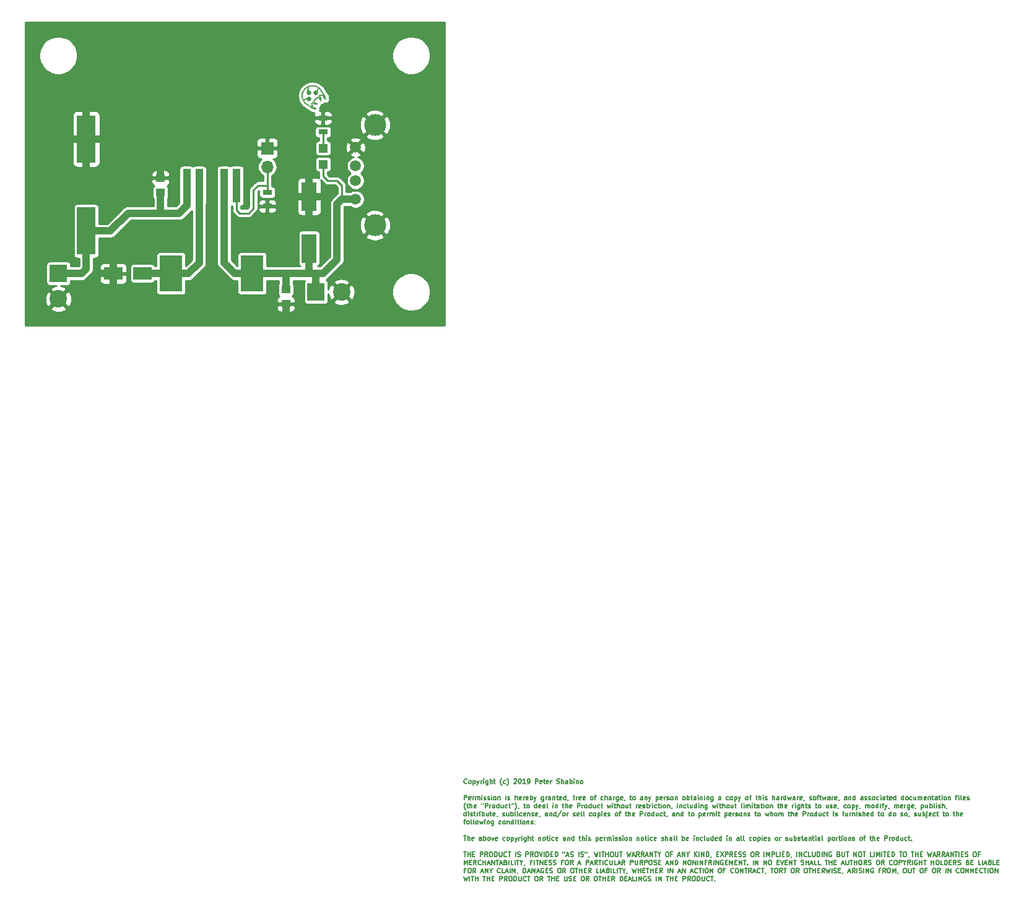
<source format=gtl>
G04 #@! TF.GenerationSoftware,KiCad,Pcbnew,(5.1.0)-1*
G04 #@! TF.CreationDate,2019-08-10T18:49:58-05:00*
G04 #@! TF.ProjectId,TS2596_24V_to_5V_3A_reg,54533235-3936-45f3-9234-565f746f5f35,V0*
G04 #@! TF.SameCoordinates,Original*
G04 #@! TF.FileFunction,Copper,L1,Top*
G04 #@! TF.FilePolarity,Positive*
%FSLAX46Y46*%
G04 Gerber Fmt 4.6, Leading zero omitted, Abs format (unit mm)*
G04 Created by KiCad (PCBNEW (5.1.0)-1) date 2019-08-10 18:49:58*
%MOMM*%
%LPD*%
G04 APERTURE LIST*
%ADD10C,0.158750*%
%ADD11C,0.177800*%
%ADD12R,1.100000X4.600000*%
%ADD13R,10.800001X9.399999*%
%ADD14R,5.250000X4.550001*%
%ADD15R,2.000000X4.000000*%
%ADD16R,2.500000X1.700000*%
%ADD17R,1.300000X0.700000*%
%ADD18R,3.100000X5.000000*%
%ADD19C,1.500000*%
%ADD20C,3.000000*%
%ADD21R,1.700000X1.700000*%
%ADD22O,1.700000X1.700000*%
%ADD23C,2.400000*%
%ADD24R,2.400000X2.400000*%
%ADD25C,0.635000*%
%ADD26R,1.200000X1.200000*%
%ADD27R,1.250000X1.000000*%
%ADD28R,2.500000X6.500000*%
%ADD29C,0.690000*%
%ADD30C,1.016000*%
%ADD31C,0.254000*%
G04 APERTURE END LIST*
D10*
X208897235Y-167549285D02*
X208866997Y-167579523D01*
X208776282Y-167609761D01*
X208715806Y-167609761D01*
X208625092Y-167579523D01*
X208564616Y-167519047D01*
X208534377Y-167458571D01*
X208504139Y-167337619D01*
X208504139Y-167246904D01*
X208534377Y-167125952D01*
X208564616Y-167065476D01*
X208625092Y-167005000D01*
X208715806Y-166974761D01*
X208776282Y-166974761D01*
X208866997Y-167005000D01*
X208897235Y-167035238D01*
X209260092Y-167609761D02*
X209199616Y-167579523D01*
X209169377Y-167549285D01*
X209139139Y-167488809D01*
X209139139Y-167307380D01*
X209169377Y-167246904D01*
X209199616Y-167216666D01*
X209260092Y-167186428D01*
X209350806Y-167186428D01*
X209411282Y-167216666D01*
X209441520Y-167246904D01*
X209471758Y-167307380D01*
X209471758Y-167488809D01*
X209441520Y-167549285D01*
X209411282Y-167579523D01*
X209350806Y-167609761D01*
X209260092Y-167609761D01*
X209743901Y-167186428D02*
X209743901Y-167821428D01*
X209743901Y-167216666D02*
X209804377Y-167186428D01*
X209925330Y-167186428D01*
X209985806Y-167216666D01*
X210016044Y-167246904D01*
X210046282Y-167307380D01*
X210046282Y-167488809D01*
X210016044Y-167549285D01*
X209985806Y-167579523D01*
X209925330Y-167609761D01*
X209804377Y-167609761D01*
X209743901Y-167579523D01*
X210257949Y-167186428D02*
X210409139Y-167609761D01*
X210560330Y-167186428D02*
X210409139Y-167609761D01*
X210348663Y-167760952D01*
X210318425Y-167791190D01*
X210257949Y-167821428D01*
X210802235Y-167609761D02*
X210802235Y-167186428D01*
X210802235Y-167307380D02*
X210832473Y-167246904D01*
X210862711Y-167216666D01*
X210923187Y-167186428D01*
X210983663Y-167186428D01*
X211195330Y-167609761D02*
X211195330Y-167186428D01*
X211195330Y-166974761D02*
X211165092Y-167005000D01*
X211195330Y-167035238D01*
X211225568Y-167005000D01*
X211195330Y-166974761D01*
X211195330Y-167035238D01*
X211769854Y-167186428D02*
X211769854Y-167700476D01*
X211739616Y-167760952D01*
X211709377Y-167791190D01*
X211648901Y-167821428D01*
X211558187Y-167821428D01*
X211497711Y-167791190D01*
X211769854Y-167579523D02*
X211709377Y-167609761D01*
X211588425Y-167609761D01*
X211527949Y-167579523D01*
X211497711Y-167549285D01*
X211467473Y-167488809D01*
X211467473Y-167307380D01*
X211497711Y-167246904D01*
X211527949Y-167216666D01*
X211588425Y-167186428D01*
X211709377Y-167186428D01*
X211769854Y-167216666D01*
X212072235Y-167609761D02*
X212072235Y-166974761D01*
X212344377Y-167609761D02*
X212344377Y-167277142D01*
X212314139Y-167216666D01*
X212253663Y-167186428D01*
X212162949Y-167186428D01*
X212102473Y-167216666D01*
X212072235Y-167246904D01*
X212556044Y-167186428D02*
X212797949Y-167186428D01*
X212646758Y-166974761D02*
X212646758Y-167519047D01*
X212676997Y-167579523D01*
X212737473Y-167609761D01*
X212797949Y-167609761D01*
X213674854Y-167851666D02*
X213644616Y-167821428D01*
X213584139Y-167730714D01*
X213553901Y-167670238D01*
X213523663Y-167579523D01*
X213493425Y-167428333D01*
X213493425Y-167307380D01*
X213523663Y-167156190D01*
X213553901Y-167065476D01*
X213584139Y-167005000D01*
X213644616Y-166914285D01*
X213674854Y-166884047D01*
X214188901Y-167579523D02*
X214128425Y-167609761D01*
X214007473Y-167609761D01*
X213946997Y-167579523D01*
X213916758Y-167549285D01*
X213886520Y-167488809D01*
X213886520Y-167307380D01*
X213916758Y-167246904D01*
X213946997Y-167216666D01*
X214007473Y-167186428D01*
X214128425Y-167186428D01*
X214188901Y-167216666D01*
X214400568Y-167851666D02*
X214430806Y-167821428D01*
X214491282Y-167730714D01*
X214521520Y-167670238D01*
X214551758Y-167579523D01*
X214581997Y-167428333D01*
X214581997Y-167307380D01*
X214551758Y-167156190D01*
X214521520Y-167065476D01*
X214491282Y-167005000D01*
X214430806Y-166914285D01*
X214400568Y-166884047D01*
X215337949Y-167035238D02*
X215368187Y-167005000D01*
X215428663Y-166974761D01*
X215579854Y-166974761D01*
X215640330Y-167005000D01*
X215670568Y-167035238D01*
X215700806Y-167095714D01*
X215700806Y-167156190D01*
X215670568Y-167246904D01*
X215307711Y-167609761D01*
X215700806Y-167609761D01*
X216093901Y-166974761D02*
X216154377Y-166974761D01*
X216214854Y-167005000D01*
X216245092Y-167035238D01*
X216275330Y-167095714D01*
X216305568Y-167216666D01*
X216305568Y-167367857D01*
X216275330Y-167488809D01*
X216245092Y-167549285D01*
X216214854Y-167579523D01*
X216154377Y-167609761D01*
X216093901Y-167609761D01*
X216033425Y-167579523D01*
X216003187Y-167549285D01*
X215972949Y-167488809D01*
X215942711Y-167367857D01*
X215942711Y-167216666D01*
X215972949Y-167095714D01*
X216003187Y-167035238D01*
X216033425Y-167005000D01*
X216093901Y-166974761D01*
X216910330Y-167609761D02*
X216547473Y-167609761D01*
X216728901Y-167609761D02*
X216728901Y-166974761D01*
X216668425Y-167065476D01*
X216607949Y-167125952D01*
X216547473Y-167156190D01*
X217212711Y-167609761D02*
X217333663Y-167609761D01*
X217394139Y-167579523D01*
X217424377Y-167549285D01*
X217484854Y-167458571D01*
X217515092Y-167337619D01*
X217515092Y-167095714D01*
X217484854Y-167035238D01*
X217454616Y-167005000D01*
X217394139Y-166974761D01*
X217273187Y-166974761D01*
X217212711Y-167005000D01*
X217182473Y-167035238D01*
X217152235Y-167095714D01*
X217152235Y-167246904D01*
X217182473Y-167307380D01*
X217212711Y-167337619D01*
X217273187Y-167367857D01*
X217394139Y-167367857D01*
X217454616Y-167337619D01*
X217484854Y-167307380D01*
X217515092Y-167246904D01*
X218271044Y-167609761D02*
X218271044Y-166974761D01*
X218512949Y-166974761D01*
X218573425Y-167005000D01*
X218603663Y-167035238D01*
X218633901Y-167095714D01*
X218633901Y-167186428D01*
X218603663Y-167246904D01*
X218573425Y-167277142D01*
X218512949Y-167307380D01*
X218271044Y-167307380D01*
X219147949Y-167579523D02*
X219087473Y-167609761D01*
X218966520Y-167609761D01*
X218906044Y-167579523D01*
X218875806Y-167519047D01*
X218875806Y-167277142D01*
X218906044Y-167216666D01*
X218966520Y-167186428D01*
X219087473Y-167186428D01*
X219147949Y-167216666D01*
X219178187Y-167277142D01*
X219178187Y-167337619D01*
X218875806Y-167398095D01*
X219359616Y-167186428D02*
X219601520Y-167186428D01*
X219450330Y-166974761D02*
X219450330Y-167519047D01*
X219480568Y-167579523D01*
X219541044Y-167609761D01*
X219601520Y-167609761D01*
X220055092Y-167579523D02*
X219994616Y-167609761D01*
X219873663Y-167609761D01*
X219813187Y-167579523D01*
X219782949Y-167519047D01*
X219782949Y-167277142D01*
X219813187Y-167216666D01*
X219873663Y-167186428D01*
X219994616Y-167186428D01*
X220055092Y-167216666D01*
X220085330Y-167277142D01*
X220085330Y-167337619D01*
X219782949Y-167398095D01*
X220357473Y-167609761D02*
X220357473Y-167186428D01*
X220357473Y-167307380D02*
X220387711Y-167246904D01*
X220417949Y-167216666D01*
X220478425Y-167186428D01*
X220538901Y-167186428D01*
X221204139Y-167579523D02*
X221294854Y-167609761D01*
X221446044Y-167609761D01*
X221506520Y-167579523D01*
X221536758Y-167549285D01*
X221566997Y-167488809D01*
X221566997Y-167428333D01*
X221536758Y-167367857D01*
X221506520Y-167337619D01*
X221446044Y-167307380D01*
X221325092Y-167277142D01*
X221264616Y-167246904D01*
X221234377Y-167216666D01*
X221204139Y-167156190D01*
X221204139Y-167095714D01*
X221234377Y-167035238D01*
X221264616Y-167005000D01*
X221325092Y-166974761D01*
X221476282Y-166974761D01*
X221566997Y-167005000D01*
X221839139Y-167609761D02*
X221839139Y-166974761D01*
X222111282Y-167609761D02*
X222111282Y-167277142D01*
X222081044Y-167216666D01*
X222020568Y-167186428D01*
X221929854Y-167186428D01*
X221869377Y-167216666D01*
X221839139Y-167246904D01*
X222685806Y-167609761D02*
X222685806Y-167277142D01*
X222655568Y-167216666D01*
X222595092Y-167186428D01*
X222474139Y-167186428D01*
X222413663Y-167216666D01*
X222685806Y-167579523D02*
X222625330Y-167609761D01*
X222474139Y-167609761D01*
X222413663Y-167579523D01*
X222383425Y-167519047D01*
X222383425Y-167458571D01*
X222413663Y-167398095D01*
X222474139Y-167367857D01*
X222625330Y-167367857D01*
X222685806Y-167337619D01*
X222988187Y-167609761D02*
X222988187Y-166974761D01*
X222988187Y-167216666D02*
X223048663Y-167186428D01*
X223169616Y-167186428D01*
X223230092Y-167216666D01*
X223260330Y-167246904D01*
X223290568Y-167307380D01*
X223290568Y-167488809D01*
X223260330Y-167549285D01*
X223230092Y-167579523D01*
X223169616Y-167609761D01*
X223048663Y-167609761D01*
X222988187Y-167579523D01*
X223562711Y-167609761D02*
X223562711Y-167186428D01*
X223562711Y-166974761D02*
X223532473Y-167005000D01*
X223562711Y-167035238D01*
X223592949Y-167005000D01*
X223562711Y-166974761D01*
X223562711Y-167035238D01*
X223865092Y-167186428D02*
X223865092Y-167609761D01*
X223865092Y-167246904D02*
X223895330Y-167216666D01*
X223955806Y-167186428D01*
X224046520Y-167186428D01*
X224106997Y-167216666D01*
X224137235Y-167277142D01*
X224137235Y-167609761D01*
X224530330Y-167609761D02*
X224469854Y-167579523D01*
X224439616Y-167549285D01*
X224409377Y-167488809D01*
X224409377Y-167307380D01*
X224439616Y-167246904D01*
X224469854Y-167216666D01*
X224530330Y-167186428D01*
X224621044Y-167186428D01*
X224681520Y-167216666D01*
X224711758Y-167246904D01*
X224741997Y-167307380D01*
X224741997Y-167488809D01*
X224711758Y-167549285D01*
X224681520Y-167579523D01*
X224621044Y-167609761D01*
X224530330Y-167609761D01*
X208534377Y-169832261D02*
X208534377Y-169197261D01*
X208776282Y-169197261D01*
X208836758Y-169227500D01*
X208866997Y-169257738D01*
X208897235Y-169318214D01*
X208897235Y-169408928D01*
X208866997Y-169469404D01*
X208836758Y-169499642D01*
X208776282Y-169529880D01*
X208534377Y-169529880D01*
X209411282Y-169802023D02*
X209350806Y-169832261D01*
X209229854Y-169832261D01*
X209169377Y-169802023D01*
X209139139Y-169741547D01*
X209139139Y-169499642D01*
X209169377Y-169439166D01*
X209229854Y-169408928D01*
X209350806Y-169408928D01*
X209411282Y-169439166D01*
X209441520Y-169499642D01*
X209441520Y-169560119D01*
X209139139Y-169620595D01*
X209713663Y-169832261D02*
X209713663Y-169408928D01*
X209713663Y-169529880D02*
X209743901Y-169469404D01*
X209774139Y-169439166D01*
X209834616Y-169408928D01*
X209895092Y-169408928D01*
X210106758Y-169832261D02*
X210106758Y-169408928D01*
X210106758Y-169469404D02*
X210136997Y-169439166D01*
X210197473Y-169408928D01*
X210288187Y-169408928D01*
X210348663Y-169439166D01*
X210378901Y-169499642D01*
X210378901Y-169832261D01*
X210378901Y-169499642D02*
X210409139Y-169439166D01*
X210469616Y-169408928D01*
X210560330Y-169408928D01*
X210620806Y-169439166D01*
X210651044Y-169499642D01*
X210651044Y-169832261D01*
X210953425Y-169832261D02*
X210953425Y-169408928D01*
X210953425Y-169197261D02*
X210923187Y-169227500D01*
X210953425Y-169257738D01*
X210983663Y-169227500D01*
X210953425Y-169197261D01*
X210953425Y-169257738D01*
X211225568Y-169802023D02*
X211286044Y-169832261D01*
X211406997Y-169832261D01*
X211467473Y-169802023D01*
X211497711Y-169741547D01*
X211497711Y-169711309D01*
X211467473Y-169650833D01*
X211406997Y-169620595D01*
X211316282Y-169620595D01*
X211255806Y-169590357D01*
X211225568Y-169529880D01*
X211225568Y-169499642D01*
X211255806Y-169439166D01*
X211316282Y-169408928D01*
X211406997Y-169408928D01*
X211467473Y-169439166D01*
X211739616Y-169802023D02*
X211800092Y-169832261D01*
X211921044Y-169832261D01*
X211981520Y-169802023D01*
X212011758Y-169741547D01*
X212011758Y-169711309D01*
X211981520Y-169650833D01*
X211921044Y-169620595D01*
X211830330Y-169620595D01*
X211769854Y-169590357D01*
X211739616Y-169529880D01*
X211739616Y-169499642D01*
X211769854Y-169439166D01*
X211830330Y-169408928D01*
X211921044Y-169408928D01*
X211981520Y-169439166D01*
X212283901Y-169832261D02*
X212283901Y-169408928D01*
X212283901Y-169197261D02*
X212253663Y-169227500D01*
X212283901Y-169257738D01*
X212314139Y-169227500D01*
X212283901Y-169197261D01*
X212283901Y-169257738D01*
X212676997Y-169832261D02*
X212616520Y-169802023D01*
X212586282Y-169771785D01*
X212556044Y-169711309D01*
X212556044Y-169529880D01*
X212586282Y-169469404D01*
X212616520Y-169439166D01*
X212676997Y-169408928D01*
X212767711Y-169408928D01*
X212828187Y-169439166D01*
X212858425Y-169469404D01*
X212888663Y-169529880D01*
X212888663Y-169711309D01*
X212858425Y-169771785D01*
X212828187Y-169802023D01*
X212767711Y-169832261D01*
X212676997Y-169832261D01*
X213160806Y-169408928D02*
X213160806Y-169832261D01*
X213160806Y-169469404D02*
X213191044Y-169439166D01*
X213251520Y-169408928D01*
X213342235Y-169408928D01*
X213402711Y-169439166D01*
X213432949Y-169499642D01*
X213432949Y-169832261D01*
X214219139Y-169832261D02*
X214219139Y-169408928D01*
X214219139Y-169197261D02*
X214188901Y-169227500D01*
X214219139Y-169257738D01*
X214249377Y-169227500D01*
X214219139Y-169197261D01*
X214219139Y-169257738D01*
X214491282Y-169802023D02*
X214551758Y-169832261D01*
X214672711Y-169832261D01*
X214733187Y-169802023D01*
X214763425Y-169741547D01*
X214763425Y-169711309D01*
X214733187Y-169650833D01*
X214672711Y-169620595D01*
X214581997Y-169620595D01*
X214521520Y-169590357D01*
X214491282Y-169529880D01*
X214491282Y-169499642D01*
X214521520Y-169439166D01*
X214581997Y-169408928D01*
X214672711Y-169408928D01*
X214733187Y-169439166D01*
X215519377Y-169832261D02*
X215519377Y-169197261D01*
X215791520Y-169832261D02*
X215791520Y-169499642D01*
X215761282Y-169439166D01*
X215700806Y-169408928D01*
X215610092Y-169408928D01*
X215549616Y-169439166D01*
X215519377Y-169469404D01*
X216335806Y-169802023D02*
X216275330Y-169832261D01*
X216154377Y-169832261D01*
X216093901Y-169802023D01*
X216063663Y-169741547D01*
X216063663Y-169499642D01*
X216093901Y-169439166D01*
X216154377Y-169408928D01*
X216275330Y-169408928D01*
X216335806Y-169439166D01*
X216366044Y-169499642D01*
X216366044Y-169560119D01*
X216063663Y-169620595D01*
X216638187Y-169832261D02*
X216638187Y-169408928D01*
X216638187Y-169529880D02*
X216668425Y-169469404D01*
X216698663Y-169439166D01*
X216759139Y-169408928D01*
X216819616Y-169408928D01*
X217273187Y-169802023D02*
X217212711Y-169832261D01*
X217091758Y-169832261D01*
X217031282Y-169802023D01*
X217001044Y-169741547D01*
X217001044Y-169499642D01*
X217031282Y-169439166D01*
X217091758Y-169408928D01*
X217212711Y-169408928D01*
X217273187Y-169439166D01*
X217303425Y-169499642D01*
X217303425Y-169560119D01*
X217001044Y-169620595D01*
X217575568Y-169832261D02*
X217575568Y-169197261D01*
X217575568Y-169439166D02*
X217636044Y-169408928D01*
X217756997Y-169408928D01*
X217817473Y-169439166D01*
X217847711Y-169469404D01*
X217877949Y-169529880D01*
X217877949Y-169711309D01*
X217847711Y-169771785D01*
X217817473Y-169802023D01*
X217756997Y-169832261D01*
X217636044Y-169832261D01*
X217575568Y-169802023D01*
X218089616Y-169408928D02*
X218240806Y-169832261D01*
X218391997Y-169408928D02*
X218240806Y-169832261D01*
X218180330Y-169983452D01*
X218150092Y-170013690D01*
X218089616Y-170043928D01*
X219389854Y-169408928D02*
X219389854Y-169922976D01*
X219359616Y-169983452D01*
X219329377Y-170013690D01*
X219268901Y-170043928D01*
X219178187Y-170043928D01*
X219117711Y-170013690D01*
X219389854Y-169802023D02*
X219329377Y-169832261D01*
X219208425Y-169832261D01*
X219147949Y-169802023D01*
X219117711Y-169771785D01*
X219087473Y-169711309D01*
X219087473Y-169529880D01*
X219117711Y-169469404D01*
X219147949Y-169439166D01*
X219208425Y-169408928D01*
X219329377Y-169408928D01*
X219389854Y-169439166D01*
X219692235Y-169832261D02*
X219692235Y-169408928D01*
X219692235Y-169529880D02*
X219722473Y-169469404D01*
X219752711Y-169439166D01*
X219813187Y-169408928D01*
X219873663Y-169408928D01*
X220357473Y-169832261D02*
X220357473Y-169499642D01*
X220327235Y-169439166D01*
X220266758Y-169408928D01*
X220145806Y-169408928D01*
X220085330Y-169439166D01*
X220357473Y-169802023D02*
X220296997Y-169832261D01*
X220145806Y-169832261D01*
X220085330Y-169802023D01*
X220055092Y-169741547D01*
X220055092Y-169681071D01*
X220085330Y-169620595D01*
X220145806Y-169590357D01*
X220296997Y-169590357D01*
X220357473Y-169560119D01*
X220659854Y-169408928D02*
X220659854Y-169832261D01*
X220659854Y-169469404D02*
X220690092Y-169439166D01*
X220750568Y-169408928D01*
X220841282Y-169408928D01*
X220901758Y-169439166D01*
X220931997Y-169499642D01*
X220931997Y-169832261D01*
X221143663Y-169408928D02*
X221385568Y-169408928D01*
X221234377Y-169197261D02*
X221234377Y-169741547D01*
X221264616Y-169802023D01*
X221325092Y-169832261D01*
X221385568Y-169832261D01*
X221839139Y-169802023D02*
X221778663Y-169832261D01*
X221657711Y-169832261D01*
X221597235Y-169802023D01*
X221566997Y-169741547D01*
X221566997Y-169499642D01*
X221597235Y-169439166D01*
X221657711Y-169408928D01*
X221778663Y-169408928D01*
X221839139Y-169439166D01*
X221869377Y-169499642D01*
X221869377Y-169560119D01*
X221566997Y-169620595D01*
X222413663Y-169832261D02*
X222413663Y-169197261D01*
X222413663Y-169802023D02*
X222353187Y-169832261D01*
X222232235Y-169832261D01*
X222171758Y-169802023D01*
X222141520Y-169771785D01*
X222111282Y-169711309D01*
X222111282Y-169529880D01*
X222141520Y-169469404D01*
X222171758Y-169439166D01*
X222232235Y-169408928D01*
X222353187Y-169408928D01*
X222413663Y-169439166D01*
X222746282Y-169802023D02*
X222746282Y-169832261D01*
X222716044Y-169892738D01*
X222685806Y-169922976D01*
X223411520Y-169408928D02*
X223653425Y-169408928D01*
X223502235Y-169832261D02*
X223502235Y-169287976D01*
X223532473Y-169227500D01*
X223592949Y-169197261D01*
X223653425Y-169197261D01*
X223865092Y-169832261D02*
X223865092Y-169408928D01*
X223865092Y-169529880D02*
X223895330Y-169469404D01*
X223925568Y-169439166D01*
X223986044Y-169408928D01*
X224046520Y-169408928D01*
X224500092Y-169802023D02*
X224439616Y-169832261D01*
X224318663Y-169832261D01*
X224258187Y-169802023D01*
X224227949Y-169741547D01*
X224227949Y-169499642D01*
X224258187Y-169439166D01*
X224318663Y-169408928D01*
X224439616Y-169408928D01*
X224500092Y-169439166D01*
X224530330Y-169499642D01*
X224530330Y-169560119D01*
X224227949Y-169620595D01*
X225044377Y-169802023D02*
X224983901Y-169832261D01*
X224862949Y-169832261D01*
X224802473Y-169802023D01*
X224772235Y-169741547D01*
X224772235Y-169499642D01*
X224802473Y-169439166D01*
X224862949Y-169408928D01*
X224983901Y-169408928D01*
X225044377Y-169439166D01*
X225074616Y-169499642D01*
X225074616Y-169560119D01*
X224772235Y-169620595D01*
X225921282Y-169832261D02*
X225860806Y-169802023D01*
X225830568Y-169771785D01*
X225800330Y-169711309D01*
X225800330Y-169529880D01*
X225830568Y-169469404D01*
X225860806Y-169439166D01*
X225921282Y-169408928D01*
X226011997Y-169408928D01*
X226072473Y-169439166D01*
X226102711Y-169469404D01*
X226132949Y-169529880D01*
X226132949Y-169711309D01*
X226102711Y-169771785D01*
X226072473Y-169802023D01*
X226011997Y-169832261D01*
X225921282Y-169832261D01*
X226314377Y-169408928D02*
X226556282Y-169408928D01*
X226405092Y-169832261D02*
X226405092Y-169287976D01*
X226435330Y-169227500D01*
X226495806Y-169197261D01*
X226556282Y-169197261D01*
X227523901Y-169802023D02*
X227463425Y-169832261D01*
X227342473Y-169832261D01*
X227281997Y-169802023D01*
X227251758Y-169771785D01*
X227221520Y-169711309D01*
X227221520Y-169529880D01*
X227251758Y-169469404D01*
X227281997Y-169439166D01*
X227342473Y-169408928D01*
X227463425Y-169408928D01*
X227523901Y-169439166D01*
X227796044Y-169832261D02*
X227796044Y-169197261D01*
X228068187Y-169832261D02*
X228068187Y-169499642D01*
X228037949Y-169439166D01*
X227977473Y-169408928D01*
X227886758Y-169408928D01*
X227826282Y-169439166D01*
X227796044Y-169469404D01*
X228642711Y-169832261D02*
X228642711Y-169499642D01*
X228612473Y-169439166D01*
X228551997Y-169408928D01*
X228431044Y-169408928D01*
X228370568Y-169439166D01*
X228642711Y-169802023D02*
X228582235Y-169832261D01*
X228431044Y-169832261D01*
X228370568Y-169802023D01*
X228340330Y-169741547D01*
X228340330Y-169681071D01*
X228370568Y-169620595D01*
X228431044Y-169590357D01*
X228582235Y-169590357D01*
X228642711Y-169560119D01*
X228945092Y-169832261D02*
X228945092Y-169408928D01*
X228945092Y-169529880D02*
X228975330Y-169469404D01*
X229005568Y-169439166D01*
X229066044Y-169408928D01*
X229126520Y-169408928D01*
X229610330Y-169408928D02*
X229610330Y-169922976D01*
X229580092Y-169983452D01*
X229549854Y-170013690D01*
X229489377Y-170043928D01*
X229398663Y-170043928D01*
X229338187Y-170013690D01*
X229610330Y-169802023D02*
X229549854Y-169832261D01*
X229428901Y-169832261D01*
X229368425Y-169802023D01*
X229338187Y-169771785D01*
X229307949Y-169711309D01*
X229307949Y-169529880D01*
X229338187Y-169469404D01*
X229368425Y-169439166D01*
X229428901Y-169408928D01*
X229549854Y-169408928D01*
X229610330Y-169439166D01*
X230154616Y-169802023D02*
X230094139Y-169832261D01*
X229973187Y-169832261D01*
X229912711Y-169802023D01*
X229882473Y-169741547D01*
X229882473Y-169499642D01*
X229912711Y-169439166D01*
X229973187Y-169408928D01*
X230094139Y-169408928D01*
X230154616Y-169439166D01*
X230184854Y-169499642D01*
X230184854Y-169560119D01*
X229882473Y-169620595D01*
X230487235Y-169802023D02*
X230487235Y-169832261D01*
X230456997Y-169892738D01*
X230426758Y-169922976D01*
X231152473Y-169408928D02*
X231394377Y-169408928D01*
X231243187Y-169197261D02*
X231243187Y-169741547D01*
X231273425Y-169802023D01*
X231333901Y-169832261D01*
X231394377Y-169832261D01*
X231696758Y-169832261D02*
X231636282Y-169802023D01*
X231606044Y-169771785D01*
X231575806Y-169711309D01*
X231575806Y-169529880D01*
X231606044Y-169469404D01*
X231636282Y-169439166D01*
X231696758Y-169408928D01*
X231787473Y-169408928D01*
X231847949Y-169439166D01*
X231878187Y-169469404D01*
X231908425Y-169529880D01*
X231908425Y-169711309D01*
X231878187Y-169771785D01*
X231847949Y-169802023D01*
X231787473Y-169832261D01*
X231696758Y-169832261D01*
X232936520Y-169832261D02*
X232936520Y-169499642D01*
X232906282Y-169439166D01*
X232845806Y-169408928D01*
X232724854Y-169408928D01*
X232664377Y-169439166D01*
X232936520Y-169802023D02*
X232876044Y-169832261D01*
X232724854Y-169832261D01*
X232664377Y-169802023D01*
X232634139Y-169741547D01*
X232634139Y-169681071D01*
X232664377Y-169620595D01*
X232724854Y-169590357D01*
X232876044Y-169590357D01*
X232936520Y-169560119D01*
X233238901Y-169408928D02*
X233238901Y-169832261D01*
X233238901Y-169469404D02*
X233269139Y-169439166D01*
X233329616Y-169408928D01*
X233420330Y-169408928D01*
X233480806Y-169439166D01*
X233511044Y-169499642D01*
X233511044Y-169832261D01*
X233752949Y-169408928D02*
X233904139Y-169832261D01*
X234055330Y-169408928D02*
X233904139Y-169832261D01*
X233843663Y-169983452D01*
X233813425Y-170013690D01*
X233752949Y-170043928D01*
X234781044Y-169408928D02*
X234781044Y-170043928D01*
X234781044Y-169439166D02*
X234841520Y-169408928D01*
X234962473Y-169408928D01*
X235022949Y-169439166D01*
X235053187Y-169469404D01*
X235083425Y-169529880D01*
X235083425Y-169711309D01*
X235053187Y-169771785D01*
X235022949Y-169802023D01*
X234962473Y-169832261D01*
X234841520Y-169832261D01*
X234781044Y-169802023D01*
X235597473Y-169802023D02*
X235536997Y-169832261D01*
X235416044Y-169832261D01*
X235355568Y-169802023D01*
X235325330Y-169741547D01*
X235325330Y-169499642D01*
X235355568Y-169439166D01*
X235416044Y-169408928D01*
X235536997Y-169408928D01*
X235597473Y-169439166D01*
X235627711Y-169499642D01*
X235627711Y-169560119D01*
X235325330Y-169620595D01*
X235899854Y-169832261D02*
X235899854Y-169408928D01*
X235899854Y-169529880D02*
X235930092Y-169469404D01*
X235960330Y-169439166D01*
X236020806Y-169408928D01*
X236081282Y-169408928D01*
X236262711Y-169802023D02*
X236323187Y-169832261D01*
X236444139Y-169832261D01*
X236504616Y-169802023D01*
X236534854Y-169741547D01*
X236534854Y-169711309D01*
X236504616Y-169650833D01*
X236444139Y-169620595D01*
X236353425Y-169620595D01*
X236292949Y-169590357D01*
X236262711Y-169529880D01*
X236262711Y-169499642D01*
X236292949Y-169439166D01*
X236353425Y-169408928D01*
X236444139Y-169408928D01*
X236504616Y-169439166D01*
X236897711Y-169832261D02*
X236837235Y-169802023D01*
X236806997Y-169771785D01*
X236776758Y-169711309D01*
X236776758Y-169529880D01*
X236806997Y-169469404D01*
X236837235Y-169439166D01*
X236897711Y-169408928D01*
X236988425Y-169408928D01*
X237048901Y-169439166D01*
X237079139Y-169469404D01*
X237109377Y-169529880D01*
X237109377Y-169711309D01*
X237079139Y-169771785D01*
X237048901Y-169802023D01*
X236988425Y-169832261D01*
X236897711Y-169832261D01*
X237381520Y-169408928D02*
X237381520Y-169832261D01*
X237381520Y-169469404D02*
X237411758Y-169439166D01*
X237472235Y-169408928D01*
X237562949Y-169408928D01*
X237623425Y-169439166D01*
X237653663Y-169499642D01*
X237653663Y-169832261D01*
X238530568Y-169832261D02*
X238470092Y-169802023D01*
X238439854Y-169771785D01*
X238409616Y-169711309D01*
X238409616Y-169529880D01*
X238439854Y-169469404D01*
X238470092Y-169439166D01*
X238530568Y-169408928D01*
X238621282Y-169408928D01*
X238681758Y-169439166D01*
X238711997Y-169469404D01*
X238742235Y-169529880D01*
X238742235Y-169711309D01*
X238711997Y-169771785D01*
X238681758Y-169802023D01*
X238621282Y-169832261D01*
X238530568Y-169832261D01*
X239014377Y-169832261D02*
X239014377Y-169197261D01*
X239014377Y-169439166D02*
X239074854Y-169408928D01*
X239195806Y-169408928D01*
X239256282Y-169439166D01*
X239286520Y-169469404D01*
X239316758Y-169529880D01*
X239316758Y-169711309D01*
X239286520Y-169771785D01*
X239256282Y-169802023D01*
X239195806Y-169832261D01*
X239074854Y-169832261D01*
X239014377Y-169802023D01*
X239498187Y-169408928D02*
X239740092Y-169408928D01*
X239588901Y-169197261D02*
X239588901Y-169741547D01*
X239619139Y-169802023D01*
X239679616Y-169832261D01*
X239740092Y-169832261D01*
X240223901Y-169832261D02*
X240223901Y-169499642D01*
X240193663Y-169439166D01*
X240133187Y-169408928D01*
X240012235Y-169408928D01*
X239951758Y-169439166D01*
X240223901Y-169802023D02*
X240163425Y-169832261D01*
X240012235Y-169832261D01*
X239951758Y-169802023D01*
X239921520Y-169741547D01*
X239921520Y-169681071D01*
X239951758Y-169620595D01*
X240012235Y-169590357D01*
X240163425Y-169590357D01*
X240223901Y-169560119D01*
X240526282Y-169832261D02*
X240526282Y-169408928D01*
X240526282Y-169197261D02*
X240496044Y-169227500D01*
X240526282Y-169257738D01*
X240556520Y-169227500D01*
X240526282Y-169197261D01*
X240526282Y-169257738D01*
X240828663Y-169408928D02*
X240828663Y-169832261D01*
X240828663Y-169469404D02*
X240858901Y-169439166D01*
X240919377Y-169408928D01*
X241010092Y-169408928D01*
X241070568Y-169439166D01*
X241100806Y-169499642D01*
X241100806Y-169832261D01*
X241403187Y-169832261D02*
X241403187Y-169408928D01*
X241403187Y-169197261D02*
X241372949Y-169227500D01*
X241403187Y-169257738D01*
X241433425Y-169227500D01*
X241403187Y-169197261D01*
X241403187Y-169257738D01*
X241705568Y-169408928D02*
X241705568Y-169832261D01*
X241705568Y-169469404D02*
X241735806Y-169439166D01*
X241796282Y-169408928D01*
X241886997Y-169408928D01*
X241947473Y-169439166D01*
X241977711Y-169499642D01*
X241977711Y-169832261D01*
X242552235Y-169408928D02*
X242552235Y-169922976D01*
X242521997Y-169983452D01*
X242491758Y-170013690D01*
X242431282Y-170043928D01*
X242340568Y-170043928D01*
X242280092Y-170013690D01*
X242552235Y-169802023D02*
X242491758Y-169832261D01*
X242370806Y-169832261D01*
X242310330Y-169802023D01*
X242280092Y-169771785D01*
X242249854Y-169711309D01*
X242249854Y-169529880D01*
X242280092Y-169469404D01*
X242310330Y-169439166D01*
X242370806Y-169408928D01*
X242491758Y-169408928D01*
X242552235Y-169439166D01*
X243610568Y-169832261D02*
X243610568Y-169499642D01*
X243580330Y-169439166D01*
X243519854Y-169408928D01*
X243398901Y-169408928D01*
X243338425Y-169439166D01*
X243610568Y-169802023D02*
X243550092Y-169832261D01*
X243398901Y-169832261D01*
X243338425Y-169802023D01*
X243308187Y-169741547D01*
X243308187Y-169681071D01*
X243338425Y-169620595D01*
X243398901Y-169590357D01*
X243550092Y-169590357D01*
X243610568Y-169560119D01*
X244668901Y-169802023D02*
X244608425Y-169832261D01*
X244487473Y-169832261D01*
X244426997Y-169802023D01*
X244396758Y-169771785D01*
X244366520Y-169711309D01*
X244366520Y-169529880D01*
X244396758Y-169469404D01*
X244426997Y-169439166D01*
X244487473Y-169408928D01*
X244608425Y-169408928D01*
X244668901Y-169439166D01*
X245031758Y-169832261D02*
X244971282Y-169802023D01*
X244941044Y-169771785D01*
X244910806Y-169711309D01*
X244910806Y-169529880D01*
X244941044Y-169469404D01*
X244971282Y-169439166D01*
X245031758Y-169408928D01*
X245122473Y-169408928D01*
X245182949Y-169439166D01*
X245213187Y-169469404D01*
X245243425Y-169529880D01*
X245243425Y-169711309D01*
X245213187Y-169771785D01*
X245182949Y-169802023D01*
X245122473Y-169832261D01*
X245031758Y-169832261D01*
X245515568Y-169408928D02*
X245515568Y-170043928D01*
X245515568Y-169439166D02*
X245576044Y-169408928D01*
X245696997Y-169408928D01*
X245757473Y-169439166D01*
X245787711Y-169469404D01*
X245817949Y-169529880D01*
X245817949Y-169711309D01*
X245787711Y-169771785D01*
X245757473Y-169802023D01*
X245696997Y-169832261D01*
X245576044Y-169832261D01*
X245515568Y-169802023D01*
X246029616Y-169408928D02*
X246180806Y-169832261D01*
X246331997Y-169408928D02*
X246180806Y-169832261D01*
X246120330Y-169983452D01*
X246090092Y-170013690D01*
X246029616Y-170043928D01*
X247148425Y-169832261D02*
X247087949Y-169802023D01*
X247057711Y-169771785D01*
X247027473Y-169711309D01*
X247027473Y-169529880D01*
X247057711Y-169469404D01*
X247087949Y-169439166D01*
X247148425Y-169408928D01*
X247239139Y-169408928D01*
X247299616Y-169439166D01*
X247329854Y-169469404D01*
X247360092Y-169529880D01*
X247360092Y-169711309D01*
X247329854Y-169771785D01*
X247299616Y-169802023D01*
X247239139Y-169832261D01*
X247148425Y-169832261D01*
X247541520Y-169408928D02*
X247783425Y-169408928D01*
X247632235Y-169832261D02*
X247632235Y-169287976D01*
X247662473Y-169227500D01*
X247722949Y-169197261D01*
X247783425Y-169197261D01*
X248388187Y-169408928D02*
X248630092Y-169408928D01*
X248478901Y-169197261D02*
X248478901Y-169741547D01*
X248509139Y-169802023D01*
X248569616Y-169832261D01*
X248630092Y-169832261D01*
X248841758Y-169832261D02*
X248841758Y-169197261D01*
X249113901Y-169832261D02*
X249113901Y-169499642D01*
X249083663Y-169439166D01*
X249023187Y-169408928D01*
X248932473Y-169408928D01*
X248871997Y-169439166D01*
X248841758Y-169469404D01*
X249416282Y-169832261D02*
X249416282Y-169408928D01*
X249416282Y-169197261D02*
X249386044Y-169227500D01*
X249416282Y-169257738D01*
X249446520Y-169227500D01*
X249416282Y-169197261D01*
X249416282Y-169257738D01*
X249688425Y-169802023D02*
X249748901Y-169832261D01*
X249869854Y-169832261D01*
X249930330Y-169802023D01*
X249960568Y-169741547D01*
X249960568Y-169711309D01*
X249930330Y-169650833D01*
X249869854Y-169620595D01*
X249779139Y-169620595D01*
X249718663Y-169590357D01*
X249688425Y-169529880D01*
X249688425Y-169499642D01*
X249718663Y-169439166D01*
X249779139Y-169408928D01*
X249869854Y-169408928D01*
X249930330Y-169439166D01*
X250716520Y-169832261D02*
X250716520Y-169197261D01*
X250988663Y-169832261D02*
X250988663Y-169499642D01*
X250958425Y-169439166D01*
X250897949Y-169408928D01*
X250807235Y-169408928D01*
X250746758Y-169439166D01*
X250716520Y-169469404D01*
X251563187Y-169832261D02*
X251563187Y-169499642D01*
X251532949Y-169439166D01*
X251472473Y-169408928D01*
X251351520Y-169408928D01*
X251291044Y-169439166D01*
X251563187Y-169802023D02*
X251502711Y-169832261D01*
X251351520Y-169832261D01*
X251291044Y-169802023D01*
X251260806Y-169741547D01*
X251260806Y-169681071D01*
X251291044Y-169620595D01*
X251351520Y-169590357D01*
X251502711Y-169590357D01*
X251563187Y-169560119D01*
X251865568Y-169832261D02*
X251865568Y-169408928D01*
X251865568Y-169529880D02*
X251895806Y-169469404D01*
X251926044Y-169439166D01*
X251986520Y-169408928D01*
X252046997Y-169408928D01*
X252530806Y-169832261D02*
X252530806Y-169197261D01*
X252530806Y-169802023D02*
X252470330Y-169832261D01*
X252349377Y-169832261D01*
X252288901Y-169802023D01*
X252258663Y-169771785D01*
X252228425Y-169711309D01*
X252228425Y-169529880D01*
X252258663Y-169469404D01*
X252288901Y-169439166D01*
X252349377Y-169408928D01*
X252470330Y-169408928D01*
X252530806Y-169439166D01*
X252772711Y-169408928D02*
X252893663Y-169832261D01*
X253014616Y-169529880D01*
X253135568Y-169832261D01*
X253256520Y-169408928D01*
X253770568Y-169832261D02*
X253770568Y-169499642D01*
X253740330Y-169439166D01*
X253679854Y-169408928D01*
X253558901Y-169408928D01*
X253498425Y-169439166D01*
X253770568Y-169802023D02*
X253710092Y-169832261D01*
X253558901Y-169832261D01*
X253498425Y-169802023D01*
X253468187Y-169741547D01*
X253468187Y-169681071D01*
X253498425Y-169620595D01*
X253558901Y-169590357D01*
X253710092Y-169590357D01*
X253770568Y-169560119D01*
X254072949Y-169832261D02*
X254072949Y-169408928D01*
X254072949Y-169529880D02*
X254103187Y-169469404D01*
X254133425Y-169439166D01*
X254193901Y-169408928D01*
X254254377Y-169408928D01*
X254707949Y-169802023D02*
X254647473Y-169832261D01*
X254526520Y-169832261D01*
X254466044Y-169802023D01*
X254435806Y-169741547D01*
X254435806Y-169499642D01*
X254466044Y-169439166D01*
X254526520Y-169408928D01*
X254647473Y-169408928D01*
X254707949Y-169439166D01*
X254738187Y-169499642D01*
X254738187Y-169560119D01*
X254435806Y-169620595D01*
X255040568Y-169802023D02*
X255040568Y-169832261D01*
X255010330Y-169892738D01*
X254980092Y-169922976D01*
X255766282Y-169802023D02*
X255826758Y-169832261D01*
X255947711Y-169832261D01*
X256008187Y-169802023D01*
X256038425Y-169741547D01*
X256038425Y-169711309D01*
X256008187Y-169650833D01*
X255947711Y-169620595D01*
X255856997Y-169620595D01*
X255796520Y-169590357D01*
X255766282Y-169529880D01*
X255766282Y-169499642D01*
X255796520Y-169439166D01*
X255856997Y-169408928D01*
X255947711Y-169408928D01*
X256008187Y-169439166D01*
X256401282Y-169832261D02*
X256340806Y-169802023D01*
X256310568Y-169771785D01*
X256280330Y-169711309D01*
X256280330Y-169529880D01*
X256310568Y-169469404D01*
X256340806Y-169439166D01*
X256401282Y-169408928D01*
X256491997Y-169408928D01*
X256552473Y-169439166D01*
X256582711Y-169469404D01*
X256612949Y-169529880D01*
X256612949Y-169711309D01*
X256582711Y-169771785D01*
X256552473Y-169802023D01*
X256491997Y-169832261D01*
X256401282Y-169832261D01*
X256794377Y-169408928D02*
X257036282Y-169408928D01*
X256885092Y-169832261D02*
X256885092Y-169287976D01*
X256915330Y-169227500D01*
X256975806Y-169197261D01*
X257036282Y-169197261D01*
X257157235Y-169408928D02*
X257399139Y-169408928D01*
X257247949Y-169197261D02*
X257247949Y-169741547D01*
X257278187Y-169802023D01*
X257338663Y-169832261D01*
X257399139Y-169832261D01*
X257550330Y-169408928D02*
X257671282Y-169832261D01*
X257792235Y-169529880D01*
X257913187Y-169832261D01*
X258034139Y-169408928D01*
X258548187Y-169832261D02*
X258548187Y-169499642D01*
X258517949Y-169439166D01*
X258457473Y-169408928D01*
X258336520Y-169408928D01*
X258276044Y-169439166D01*
X258548187Y-169802023D02*
X258487711Y-169832261D01*
X258336520Y-169832261D01*
X258276044Y-169802023D01*
X258245806Y-169741547D01*
X258245806Y-169681071D01*
X258276044Y-169620595D01*
X258336520Y-169590357D01*
X258487711Y-169590357D01*
X258548187Y-169560119D01*
X258850568Y-169832261D02*
X258850568Y-169408928D01*
X258850568Y-169529880D02*
X258880806Y-169469404D01*
X258911044Y-169439166D01*
X258971520Y-169408928D01*
X259031997Y-169408928D01*
X259485568Y-169802023D02*
X259425092Y-169832261D01*
X259304139Y-169832261D01*
X259243663Y-169802023D01*
X259213425Y-169741547D01*
X259213425Y-169499642D01*
X259243663Y-169439166D01*
X259304139Y-169408928D01*
X259425092Y-169408928D01*
X259485568Y-169439166D01*
X259515806Y-169499642D01*
X259515806Y-169560119D01*
X259213425Y-169620595D01*
X259818187Y-169802023D02*
X259818187Y-169832261D01*
X259787949Y-169892738D01*
X259757711Y-169922976D01*
X260846282Y-169832261D02*
X260846282Y-169499642D01*
X260816044Y-169439166D01*
X260755568Y-169408928D01*
X260634616Y-169408928D01*
X260574139Y-169439166D01*
X260846282Y-169802023D02*
X260785806Y-169832261D01*
X260634616Y-169832261D01*
X260574139Y-169802023D01*
X260543901Y-169741547D01*
X260543901Y-169681071D01*
X260574139Y-169620595D01*
X260634616Y-169590357D01*
X260785806Y-169590357D01*
X260846282Y-169560119D01*
X261148663Y-169408928D02*
X261148663Y-169832261D01*
X261148663Y-169469404D02*
X261178901Y-169439166D01*
X261239377Y-169408928D01*
X261330092Y-169408928D01*
X261390568Y-169439166D01*
X261420806Y-169499642D01*
X261420806Y-169832261D01*
X261995330Y-169832261D02*
X261995330Y-169197261D01*
X261995330Y-169802023D02*
X261934854Y-169832261D01*
X261813901Y-169832261D01*
X261753425Y-169802023D01*
X261723187Y-169771785D01*
X261692949Y-169711309D01*
X261692949Y-169529880D01*
X261723187Y-169469404D01*
X261753425Y-169439166D01*
X261813901Y-169408928D01*
X261934854Y-169408928D01*
X261995330Y-169439166D01*
X263053663Y-169832261D02*
X263053663Y-169499642D01*
X263023425Y-169439166D01*
X262962949Y-169408928D01*
X262841997Y-169408928D01*
X262781520Y-169439166D01*
X263053663Y-169802023D02*
X262993187Y-169832261D01*
X262841997Y-169832261D01*
X262781520Y-169802023D01*
X262751282Y-169741547D01*
X262751282Y-169681071D01*
X262781520Y-169620595D01*
X262841997Y-169590357D01*
X262993187Y-169590357D01*
X263053663Y-169560119D01*
X263325806Y-169802023D02*
X263386282Y-169832261D01*
X263507235Y-169832261D01*
X263567711Y-169802023D01*
X263597949Y-169741547D01*
X263597949Y-169711309D01*
X263567711Y-169650833D01*
X263507235Y-169620595D01*
X263416520Y-169620595D01*
X263356044Y-169590357D01*
X263325806Y-169529880D01*
X263325806Y-169499642D01*
X263356044Y-169439166D01*
X263416520Y-169408928D01*
X263507235Y-169408928D01*
X263567711Y-169439166D01*
X263839854Y-169802023D02*
X263900330Y-169832261D01*
X264021282Y-169832261D01*
X264081758Y-169802023D01*
X264111997Y-169741547D01*
X264111997Y-169711309D01*
X264081758Y-169650833D01*
X264021282Y-169620595D01*
X263930568Y-169620595D01*
X263870092Y-169590357D01*
X263839854Y-169529880D01*
X263839854Y-169499642D01*
X263870092Y-169439166D01*
X263930568Y-169408928D01*
X264021282Y-169408928D01*
X264081758Y-169439166D01*
X264474854Y-169832261D02*
X264414377Y-169802023D01*
X264384139Y-169771785D01*
X264353901Y-169711309D01*
X264353901Y-169529880D01*
X264384139Y-169469404D01*
X264414377Y-169439166D01*
X264474854Y-169408928D01*
X264565568Y-169408928D01*
X264626044Y-169439166D01*
X264656282Y-169469404D01*
X264686520Y-169529880D01*
X264686520Y-169711309D01*
X264656282Y-169771785D01*
X264626044Y-169802023D01*
X264565568Y-169832261D01*
X264474854Y-169832261D01*
X265230806Y-169802023D02*
X265170330Y-169832261D01*
X265049377Y-169832261D01*
X264988901Y-169802023D01*
X264958663Y-169771785D01*
X264928425Y-169711309D01*
X264928425Y-169529880D01*
X264958663Y-169469404D01*
X264988901Y-169439166D01*
X265049377Y-169408928D01*
X265170330Y-169408928D01*
X265230806Y-169439166D01*
X265502949Y-169832261D02*
X265502949Y-169408928D01*
X265502949Y-169197261D02*
X265472711Y-169227500D01*
X265502949Y-169257738D01*
X265533187Y-169227500D01*
X265502949Y-169197261D01*
X265502949Y-169257738D01*
X266077473Y-169832261D02*
X266077473Y-169499642D01*
X266047235Y-169439166D01*
X265986758Y-169408928D01*
X265865806Y-169408928D01*
X265805330Y-169439166D01*
X266077473Y-169802023D02*
X266016997Y-169832261D01*
X265865806Y-169832261D01*
X265805330Y-169802023D01*
X265775092Y-169741547D01*
X265775092Y-169681071D01*
X265805330Y-169620595D01*
X265865806Y-169590357D01*
X266016997Y-169590357D01*
X266077473Y-169560119D01*
X266289139Y-169408928D02*
X266531044Y-169408928D01*
X266379854Y-169197261D02*
X266379854Y-169741547D01*
X266410092Y-169802023D01*
X266470568Y-169832261D01*
X266531044Y-169832261D01*
X266984616Y-169802023D02*
X266924139Y-169832261D01*
X266803187Y-169832261D01*
X266742711Y-169802023D01*
X266712473Y-169741547D01*
X266712473Y-169499642D01*
X266742711Y-169439166D01*
X266803187Y-169408928D01*
X266924139Y-169408928D01*
X266984616Y-169439166D01*
X267014854Y-169499642D01*
X267014854Y-169560119D01*
X266712473Y-169620595D01*
X267559139Y-169832261D02*
X267559139Y-169197261D01*
X267559139Y-169802023D02*
X267498663Y-169832261D01*
X267377711Y-169832261D01*
X267317235Y-169802023D01*
X267286997Y-169771785D01*
X267256758Y-169711309D01*
X267256758Y-169529880D01*
X267286997Y-169469404D01*
X267317235Y-169439166D01*
X267377711Y-169408928D01*
X267498663Y-169408928D01*
X267559139Y-169439166D01*
X268617473Y-169832261D02*
X268617473Y-169197261D01*
X268617473Y-169802023D02*
X268556997Y-169832261D01*
X268436044Y-169832261D01*
X268375568Y-169802023D01*
X268345330Y-169771785D01*
X268315092Y-169711309D01*
X268315092Y-169529880D01*
X268345330Y-169469404D01*
X268375568Y-169439166D01*
X268436044Y-169408928D01*
X268556997Y-169408928D01*
X268617473Y-169439166D01*
X269010568Y-169832261D02*
X268950092Y-169802023D01*
X268919854Y-169771785D01*
X268889616Y-169711309D01*
X268889616Y-169529880D01*
X268919854Y-169469404D01*
X268950092Y-169439166D01*
X269010568Y-169408928D01*
X269101282Y-169408928D01*
X269161758Y-169439166D01*
X269191997Y-169469404D01*
X269222235Y-169529880D01*
X269222235Y-169711309D01*
X269191997Y-169771785D01*
X269161758Y-169802023D01*
X269101282Y-169832261D01*
X269010568Y-169832261D01*
X269766520Y-169802023D02*
X269706044Y-169832261D01*
X269585092Y-169832261D01*
X269524616Y-169802023D01*
X269494377Y-169771785D01*
X269464139Y-169711309D01*
X269464139Y-169529880D01*
X269494377Y-169469404D01*
X269524616Y-169439166D01*
X269585092Y-169408928D01*
X269706044Y-169408928D01*
X269766520Y-169439166D01*
X270310806Y-169408928D02*
X270310806Y-169832261D01*
X270038663Y-169408928D02*
X270038663Y-169741547D01*
X270068901Y-169802023D01*
X270129377Y-169832261D01*
X270220092Y-169832261D01*
X270280568Y-169802023D01*
X270310806Y-169771785D01*
X270613187Y-169832261D02*
X270613187Y-169408928D01*
X270613187Y-169469404D02*
X270643425Y-169439166D01*
X270703901Y-169408928D01*
X270794616Y-169408928D01*
X270855092Y-169439166D01*
X270885330Y-169499642D01*
X270885330Y-169832261D01*
X270885330Y-169499642D02*
X270915568Y-169439166D01*
X270976044Y-169408928D01*
X271066758Y-169408928D01*
X271127235Y-169439166D01*
X271157473Y-169499642D01*
X271157473Y-169832261D01*
X271701758Y-169802023D02*
X271641282Y-169832261D01*
X271520330Y-169832261D01*
X271459854Y-169802023D01*
X271429616Y-169741547D01*
X271429616Y-169499642D01*
X271459854Y-169439166D01*
X271520330Y-169408928D01*
X271641282Y-169408928D01*
X271701758Y-169439166D01*
X271731997Y-169499642D01*
X271731997Y-169560119D01*
X271429616Y-169620595D01*
X272004139Y-169408928D02*
X272004139Y-169832261D01*
X272004139Y-169469404D02*
X272034377Y-169439166D01*
X272094854Y-169408928D01*
X272185568Y-169408928D01*
X272246044Y-169439166D01*
X272276282Y-169499642D01*
X272276282Y-169832261D01*
X272487949Y-169408928D02*
X272729854Y-169408928D01*
X272578663Y-169197261D02*
X272578663Y-169741547D01*
X272608901Y-169802023D01*
X272669377Y-169832261D01*
X272729854Y-169832261D01*
X273213663Y-169832261D02*
X273213663Y-169499642D01*
X273183425Y-169439166D01*
X273122949Y-169408928D01*
X273001997Y-169408928D01*
X272941520Y-169439166D01*
X273213663Y-169802023D02*
X273153187Y-169832261D01*
X273001997Y-169832261D01*
X272941520Y-169802023D01*
X272911282Y-169741547D01*
X272911282Y-169681071D01*
X272941520Y-169620595D01*
X273001997Y-169590357D01*
X273153187Y-169590357D01*
X273213663Y-169560119D01*
X273425330Y-169408928D02*
X273667235Y-169408928D01*
X273516044Y-169197261D02*
X273516044Y-169741547D01*
X273546282Y-169802023D01*
X273606758Y-169832261D01*
X273667235Y-169832261D01*
X273878901Y-169832261D02*
X273878901Y-169408928D01*
X273878901Y-169197261D02*
X273848663Y-169227500D01*
X273878901Y-169257738D01*
X273909139Y-169227500D01*
X273878901Y-169197261D01*
X273878901Y-169257738D01*
X274271997Y-169832261D02*
X274211520Y-169802023D01*
X274181282Y-169771785D01*
X274151044Y-169711309D01*
X274151044Y-169529880D01*
X274181282Y-169469404D01*
X274211520Y-169439166D01*
X274271997Y-169408928D01*
X274362711Y-169408928D01*
X274423187Y-169439166D01*
X274453425Y-169469404D01*
X274483663Y-169529880D01*
X274483663Y-169711309D01*
X274453425Y-169771785D01*
X274423187Y-169802023D01*
X274362711Y-169832261D01*
X274271997Y-169832261D01*
X274755806Y-169408928D02*
X274755806Y-169832261D01*
X274755806Y-169469404D02*
X274786044Y-169439166D01*
X274846520Y-169408928D01*
X274937235Y-169408928D01*
X274997711Y-169439166D01*
X275027949Y-169499642D01*
X275027949Y-169832261D01*
X275723425Y-169408928D02*
X275965330Y-169408928D01*
X275814139Y-169832261D02*
X275814139Y-169287976D01*
X275844377Y-169227500D01*
X275904854Y-169197261D01*
X275965330Y-169197261D01*
X276176997Y-169832261D02*
X276176997Y-169408928D01*
X276176997Y-169197261D02*
X276146758Y-169227500D01*
X276176997Y-169257738D01*
X276207235Y-169227500D01*
X276176997Y-169197261D01*
X276176997Y-169257738D01*
X276570092Y-169832261D02*
X276509616Y-169802023D01*
X276479377Y-169741547D01*
X276479377Y-169197261D01*
X277053901Y-169802023D02*
X276993425Y-169832261D01*
X276872473Y-169832261D01*
X276811997Y-169802023D01*
X276781758Y-169741547D01*
X276781758Y-169499642D01*
X276811997Y-169439166D01*
X276872473Y-169408928D01*
X276993425Y-169408928D01*
X277053901Y-169439166D01*
X277084139Y-169499642D01*
X277084139Y-169560119D01*
X276781758Y-169620595D01*
X277326044Y-169802023D02*
X277386520Y-169832261D01*
X277507473Y-169832261D01*
X277567949Y-169802023D01*
X277598187Y-169741547D01*
X277598187Y-169711309D01*
X277567949Y-169650833D01*
X277507473Y-169620595D01*
X277416758Y-169620595D01*
X277356282Y-169590357D01*
X277326044Y-169529880D01*
X277326044Y-169499642D01*
X277356282Y-169439166D01*
X277416758Y-169408928D01*
X277507473Y-169408928D01*
X277567949Y-169439166D01*
X208715806Y-171185416D02*
X208685568Y-171155178D01*
X208625092Y-171064464D01*
X208594854Y-171003988D01*
X208564616Y-170913273D01*
X208534377Y-170762083D01*
X208534377Y-170641130D01*
X208564616Y-170489940D01*
X208594854Y-170399226D01*
X208625092Y-170338750D01*
X208685568Y-170248035D01*
X208715806Y-170217797D01*
X208866997Y-170520178D02*
X209108901Y-170520178D01*
X208957711Y-170308511D02*
X208957711Y-170852797D01*
X208987949Y-170913273D01*
X209048425Y-170943511D01*
X209108901Y-170943511D01*
X209320568Y-170943511D02*
X209320568Y-170308511D01*
X209592711Y-170943511D02*
X209592711Y-170610892D01*
X209562473Y-170550416D01*
X209501997Y-170520178D01*
X209411282Y-170520178D01*
X209350806Y-170550416D01*
X209320568Y-170580654D01*
X210136997Y-170913273D02*
X210076520Y-170943511D01*
X209955568Y-170943511D01*
X209895092Y-170913273D01*
X209864854Y-170852797D01*
X209864854Y-170610892D01*
X209895092Y-170550416D01*
X209955568Y-170520178D01*
X210076520Y-170520178D01*
X210136997Y-170550416D01*
X210167235Y-170610892D01*
X210167235Y-170671369D01*
X209864854Y-170731845D01*
X210892949Y-170308511D02*
X210892949Y-170429464D01*
X211134854Y-170308511D02*
X211134854Y-170429464D01*
X211406997Y-170943511D02*
X211406997Y-170308511D01*
X211648901Y-170308511D01*
X211709377Y-170338750D01*
X211739616Y-170368988D01*
X211769854Y-170429464D01*
X211769854Y-170520178D01*
X211739616Y-170580654D01*
X211709377Y-170610892D01*
X211648901Y-170641130D01*
X211406997Y-170641130D01*
X212041997Y-170943511D02*
X212041997Y-170520178D01*
X212041997Y-170641130D02*
X212072235Y-170580654D01*
X212102473Y-170550416D01*
X212162949Y-170520178D01*
X212223425Y-170520178D01*
X212525806Y-170943511D02*
X212465330Y-170913273D01*
X212435092Y-170883035D01*
X212404854Y-170822559D01*
X212404854Y-170641130D01*
X212435092Y-170580654D01*
X212465330Y-170550416D01*
X212525806Y-170520178D01*
X212616520Y-170520178D01*
X212676997Y-170550416D01*
X212707235Y-170580654D01*
X212737473Y-170641130D01*
X212737473Y-170822559D01*
X212707235Y-170883035D01*
X212676997Y-170913273D01*
X212616520Y-170943511D01*
X212525806Y-170943511D01*
X213281758Y-170943511D02*
X213281758Y-170308511D01*
X213281758Y-170913273D02*
X213221282Y-170943511D01*
X213100330Y-170943511D01*
X213039854Y-170913273D01*
X213009616Y-170883035D01*
X212979377Y-170822559D01*
X212979377Y-170641130D01*
X213009616Y-170580654D01*
X213039854Y-170550416D01*
X213100330Y-170520178D01*
X213221282Y-170520178D01*
X213281758Y-170550416D01*
X213856282Y-170520178D02*
X213856282Y-170943511D01*
X213584139Y-170520178D02*
X213584139Y-170852797D01*
X213614377Y-170913273D01*
X213674854Y-170943511D01*
X213765568Y-170943511D01*
X213826044Y-170913273D01*
X213856282Y-170883035D01*
X214430806Y-170913273D02*
X214370330Y-170943511D01*
X214249377Y-170943511D01*
X214188901Y-170913273D01*
X214158663Y-170883035D01*
X214128425Y-170822559D01*
X214128425Y-170641130D01*
X214158663Y-170580654D01*
X214188901Y-170550416D01*
X214249377Y-170520178D01*
X214370330Y-170520178D01*
X214430806Y-170550416D01*
X214612235Y-170520178D02*
X214854139Y-170520178D01*
X214702949Y-170308511D02*
X214702949Y-170852797D01*
X214733187Y-170913273D01*
X214793663Y-170943511D01*
X214854139Y-170943511D01*
X215035568Y-170308511D02*
X215035568Y-170429464D01*
X215277473Y-170308511D02*
X215277473Y-170429464D01*
X215489139Y-171185416D02*
X215519377Y-171155178D01*
X215579854Y-171064464D01*
X215610092Y-171003988D01*
X215640330Y-170913273D01*
X215670568Y-170762083D01*
X215670568Y-170641130D01*
X215640330Y-170489940D01*
X215610092Y-170399226D01*
X215579854Y-170338750D01*
X215519377Y-170248035D01*
X215489139Y-170217797D01*
X216003187Y-170913273D02*
X216003187Y-170943511D01*
X215972949Y-171003988D01*
X215942711Y-171034226D01*
X216668425Y-170520178D02*
X216910330Y-170520178D01*
X216759139Y-170308511D02*
X216759139Y-170852797D01*
X216789377Y-170913273D01*
X216849854Y-170943511D01*
X216910330Y-170943511D01*
X217212711Y-170943511D02*
X217152235Y-170913273D01*
X217121997Y-170883035D01*
X217091758Y-170822559D01*
X217091758Y-170641130D01*
X217121997Y-170580654D01*
X217152235Y-170550416D01*
X217212711Y-170520178D01*
X217303425Y-170520178D01*
X217363901Y-170550416D01*
X217394139Y-170580654D01*
X217424377Y-170641130D01*
X217424377Y-170822559D01*
X217394139Y-170883035D01*
X217363901Y-170913273D01*
X217303425Y-170943511D01*
X217212711Y-170943511D01*
X218452473Y-170943511D02*
X218452473Y-170308511D01*
X218452473Y-170913273D02*
X218391997Y-170943511D01*
X218271044Y-170943511D01*
X218210568Y-170913273D01*
X218180330Y-170883035D01*
X218150092Y-170822559D01*
X218150092Y-170641130D01*
X218180330Y-170580654D01*
X218210568Y-170550416D01*
X218271044Y-170520178D01*
X218391997Y-170520178D01*
X218452473Y-170550416D01*
X218996758Y-170913273D02*
X218936282Y-170943511D01*
X218815330Y-170943511D01*
X218754854Y-170913273D01*
X218724616Y-170852797D01*
X218724616Y-170610892D01*
X218754854Y-170550416D01*
X218815330Y-170520178D01*
X218936282Y-170520178D01*
X218996758Y-170550416D01*
X219026997Y-170610892D01*
X219026997Y-170671369D01*
X218724616Y-170731845D01*
X219571282Y-170943511D02*
X219571282Y-170610892D01*
X219541044Y-170550416D01*
X219480568Y-170520178D01*
X219359616Y-170520178D01*
X219299139Y-170550416D01*
X219571282Y-170913273D02*
X219510806Y-170943511D01*
X219359616Y-170943511D01*
X219299139Y-170913273D01*
X219268901Y-170852797D01*
X219268901Y-170792321D01*
X219299139Y-170731845D01*
X219359616Y-170701607D01*
X219510806Y-170701607D01*
X219571282Y-170671369D01*
X219964377Y-170943511D02*
X219903901Y-170913273D01*
X219873663Y-170852797D01*
X219873663Y-170308511D01*
X220690092Y-170943511D02*
X220690092Y-170520178D01*
X220690092Y-170308511D02*
X220659854Y-170338750D01*
X220690092Y-170368988D01*
X220720330Y-170338750D01*
X220690092Y-170308511D01*
X220690092Y-170368988D01*
X220992473Y-170520178D02*
X220992473Y-170943511D01*
X220992473Y-170580654D02*
X221022711Y-170550416D01*
X221083187Y-170520178D01*
X221173901Y-170520178D01*
X221234377Y-170550416D01*
X221264616Y-170610892D01*
X221264616Y-170943511D01*
X221960092Y-170520178D02*
X222201997Y-170520178D01*
X222050806Y-170308511D02*
X222050806Y-170852797D01*
X222081044Y-170913273D01*
X222141520Y-170943511D01*
X222201997Y-170943511D01*
X222413663Y-170943511D02*
X222413663Y-170308511D01*
X222685806Y-170943511D02*
X222685806Y-170610892D01*
X222655568Y-170550416D01*
X222595092Y-170520178D01*
X222504377Y-170520178D01*
X222443901Y-170550416D01*
X222413663Y-170580654D01*
X223230092Y-170913273D02*
X223169616Y-170943511D01*
X223048663Y-170943511D01*
X222988187Y-170913273D01*
X222957949Y-170852797D01*
X222957949Y-170610892D01*
X222988187Y-170550416D01*
X223048663Y-170520178D01*
X223169616Y-170520178D01*
X223230092Y-170550416D01*
X223260330Y-170610892D01*
X223260330Y-170671369D01*
X222957949Y-170731845D01*
X224016282Y-170943511D02*
X224016282Y-170308511D01*
X224258187Y-170308511D01*
X224318663Y-170338750D01*
X224348901Y-170368988D01*
X224379139Y-170429464D01*
X224379139Y-170520178D01*
X224348901Y-170580654D01*
X224318663Y-170610892D01*
X224258187Y-170641130D01*
X224016282Y-170641130D01*
X224651282Y-170943511D02*
X224651282Y-170520178D01*
X224651282Y-170641130D02*
X224681520Y-170580654D01*
X224711758Y-170550416D01*
X224772235Y-170520178D01*
X224832711Y-170520178D01*
X225135092Y-170943511D02*
X225074616Y-170913273D01*
X225044377Y-170883035D01*
X225014139Y-170822559D01*
X225014139Y-170641130D01*
X225044377Y-170580654D01*
X225074616Y-170550416D01*
X225135092Y-170520178D01*
X225225806Y-170520178D01*
X225286282Y-170550416D01*
X225316520Y-170580654D01*
X225346758Y-170641130D01*
X225346758Y-170822559D01*
X225316520Y-170883035D01*
X225286282Y-170913273D01*
X225225806Y-170943511D01*
X225135092Y-170943511D01*
X225891044Y-170943511D02*
X225891044Y-170308511D01*
X225891044Y-170913273D02*
X225830568Y-170943511D01*
X225709616Y-170943511D01*
X225649139Y-170913273D01*
X225618901Y-170883035D01*
X225588663Y-170822559D01*
X225588663Y-170641130D01*
X225618901Y-170580654D01*
X225649139Y-170550416D01*
X225709616Y-170520178D01*
X225830568Y-170520178D01*
X225891044Y-170550416D01*
X226465568Y-170520178D02*
X226465568Y-170943511D01*
X226193425Y-170520178D02*
X226193425Y-170852797D01*
X226223663Y-170913273D01*
X226284139Y-170943511D01*
X226374854Y-170943511D01*
X226435330Y-170913273D01*
X226465568Y-170883035D01*
X227040092Y-170913273D02*
X226979616Y-170943511D01*
X226858663Y-170943511D01*
X226798187Y-170913273D01*
X226767949Y-170883035D01*
X226737711Y-170822559D01*
X226737711Y-170641130D01*
X226767949Y-170580654D01*
X226798187Y-170550416D01*
X226858663Y-170520178D01*
X226979616Y-170520178D01*
X227040092Y-170550416D01*
X227221520Y-170520178D02*
X227463425Y-170520178D01*
X227312235Y-170308511D02*
X227312235Y-170852797D01*
X227342473Y-170913273D01*
X227402949Y-170943511D01*
X227463425Y-170943511D01*
X228098425Y-170520178D02*
X228219377Y-170943511D01*
X228340330Y-170641130D01*
X228461282Y-170943511D01*
X228582235Y-170520178D01*
X228824139Y-170943511D02*
X228824139Y-170520178D01*
X228824139Y-170308511D02*
X228793901Y-170338750D01*
X228824139Y-170368988D01*
X228854377Y-170338750D01*
X228824139Y-170308511D01*
X228824139Y-170368988D01*
X229035806Y-170520178D02*
X229277711Y-170520178D01*
X229126520Y-170308511D02*
X229126520Y-170852797D01*
X229156758Y-170913273D01*
X229217235Y-170943511D01*
X229277711Y-170943511D01*
X229489377Y-170943511D02*
X229489377Y-170308511D01*
X229761520Y-170943511D02*
X229761520Y-170610892D01*
X229731282Y-170550416D01*
X229670806Y-170520178D01*
X229580092Y-170520178D01*
X229519616Y-170550416D01*
X229489377Y-170580654D01*
X230154616Y-170943511D02*
X230094139Y-170913273D01*
X230063901Y-170883035D01*
X230033663Y-170822559D01*
X230033663Y-170641130D01*
X230063901Y-170580654D01*
X230094139Y-170550416D01*
X230154616Y-170520178D01*
X230245330Y-170520178D01*
X230305806Y-170550416D01*
X230336044Y-170580654D01*
X230366282Y-170641130D01*
X230366282Y-170822559D01*
X230336044Y-170883035D01*
X230305806Y-170913273D01*
X230245330Y-170943511D01*
X230154616Y-170943511D01*
X230910568Y-170520178D02*
X230910568Y-170943511D01*
X230638425Y-170520178D02*
X230638425Y-170852797D01*
X230668663Y-170913273D01*
X230729139Y-170943511D01*
X230819854Y-170943511D01*
X230880330Y-170913273D01*
X230910568Y-170883035D01*
X231122235Y-170520178D02*
X231364139Y-170520178D01*
X231212949Y-170308511D02*
X231212949Y-170852797D01*
X231243187Y-170913273D01*
X231303663Y-170943511D01*
X231364139Y-170943511D01*
X232059616Y-170943511D02*
X232059616Y-170520178D01*
X232059616Y-170641130D02*
X232089854Y-170580654D01*
X232120092Y-170550416D01*
X232180568Y-170520178D01*
X232241044Y-170520178D01*
X232694616Y-170913273D02*
X232634139Y-170943511D01*
X232513187Y-170943511D01*
X232452711Y-170913273D01*
X232422473Y-170852797D01*
X232422473Y-170610892D01*
X232452711Y-170550416D01*
X232513187Y-170520178D01*
X232634139Y-170520178D01*
X232694616Y-170550416D01*
X232724854Y-170610892D01*
X232724854Y-170671369D01*
X232422473Y-170731845D01*
X232966758Y-170913273D02*
X233027235Y-170943511D01*
X233148187Y-170943511D01*
X233208663Y-170913273D01*
X233238901Y-170852797D01*
X233238901Y-170822559D01*
X233208663Y-170762083D01*
X233148187Y-170731845D01*
X233057473Y-170731845D01*
X232996997Y-170701607D01*
X232966758Y-170641130D01*
X232966758Y-170610892D01*
X232996997Y-170550416D01*
X233057473Y-170520178D01*
X233148187Y-170520178D01*
X233208663Y-170550416D01*
X233420330Y-170520178D02*
X233662235Y-170520178D01*
X233511044Y-170308511D02*
X233511044Y-170852797D01*
X233541282Y-170913273D01*
X233601758Y-170943511D01*
X233662235Y-170943511D01*
X233873901Y-170943511D02*
X233873901Y-170520178D01*
X233873901Y-170641130D02*
X233904139Y-170580654D01*
X233934377Y-170550416D01*
X233994854Y-170520178D01*
X234055330Y-170520178D01*
X234266997Y-170943511D02*
X234266997Y-170520178D01*
X234266997Y-170308511D02*
X234236758Y-170338750D01*
X234266997Y-170368988D01*
X234297235Y-170338750D01*
X234266997Y-170308511D01*
X234266997Y-170368988D01*
X234841520Y-170913273D02*
X234781044Y-170943511D01*
X234660092Y-170943511D01*
X234599616Y-170913273D01*
X234569377Y-170883035D01*
X234539139Y-170822559D01*
X234539139Y-170641130D01*
X234569377Y-170580654D01*
X234599616Y-170550416D01*
X234660092Y-170520178D01*
X234781044Y-170520178D01*
X234841520Y-170550416D01*
X235022949Y-170520178D02*
X235264854Y-170520178D01*
X235113663Y-170308511D02*
X235113663Y-170852797D01*
X235143901Y-170913273D01*
X235204377Y-170943511D01*
X235264854Y-170943511D01*
X235476520Y-170943511D02*
X235476520Y-170520178D01*
X235476520Y-170308511D02*
X235446282Y-170338750D01*
X235476520Y-170368988D01*
X235506758Y-170338750D01*
X235476520Y-170308511D01*
X235476520Y-170368988D01*
X235869616Y-170943511D02*
X235809139Y-170913273D01*
X235778901Y-170883035D01*
X235748663Y-170822559D01*
X235748663Y-170641130D01*
X235778901Y-170580654D01*
X235809139Y-170550416D01*
X235869616Y-170520178D01*
X235960330Y-170520178D01*
X236020806Y-170550416D01*
X236051044Y-170580654D01*
X236081282Y-170641130D01*
X236081282Y-170822559D01*
X236051044Y-170883035D01*
X236020806Y-170913273D01*
X235960330Y-170943511D01*
X235869616Y-170943511D01*
X236353425Y-170520178D02*
X236353425Y-170943511D01*
X236353425Y-170580654D02*
X236383663Y-170550416D01*
X236444139Y-170520178D01*
X236534854Y-170520178D01*
X236595330Y-170550416D01*
X236625568Y-170610892D01*
X236625568Y-170943511D01*
X236958187Y-170913273D02*
X236958187Y-170943511D01*
X236927949Y-171003988D01*
X236897711Y-171034226D01*
X237714139Y-170943511D02*
X237714139Y-170520178D01*
X237714139Y-170308511D02*
X237683901Y-170338750D01*
X237714139Y-170368988D01*
X237744377Y-170338750D01*
X237714139Y-170308511D01*
X237714139Y-170368988D01*
X238016520Y-170520178D02*
X238016520Y-170943511D01*
X238016520Y-170580654D02*
X238046758Y-170550416D01*
X238107235Y-170520178D01*
X238197949Y-170520178D01*
X238258425Y-170550416D01*
X238288663Y-170610892D01*
X238288663Y-170943511D01*
X238863187Y-170913273D02*
X238802711Y-170943511D01*
X238681758Y-170943511D01*
X238621282Y-170913273D01*
X238591044Y-170883035D01*
X238560806Y-170822559D01*
X238560806Y-170641130D01*
X238591044Y-170580654D01*
X238621282Y-170550416D01*
X238681758Y-170520178D01*
X238802711Y-170520178D01*
X238863187Y-170550416D01*
X239226044Y-170943511D02*
X239165568Y-170913273D01*
X239135330Y-170852797D01*
X239135330Y-170308511D01*
X239740092Y-170520178D02*
X239740092Y-170943511D01*
X239467949Y-170520178D02*
X239467949Y-170852797D01*
X239498187Y-170913273D01*
X239558663Y-170943511D01*
X239649377Y-170943511D01*
X239709854Y-170913273D01*
X239740092Y-170883035D01*
X240314616Y-170943511D02*
X240314616Y-170308511D01*
X240314616Y-170913273D02*
X240254139Y-170943511D01*
X240133187Y-170943511D01*
X240072711Y-170913273D01*
X240042473Y-170883035D01*
X240012235Y-170822559D01*
X240012235Y-170641130D01*
X240042473Y-170580654D01*
X240072711Y-170550416D01*
X240133187Y-170520178D01*
X240254139Y-170520178D01*
X240314616Y-170550416D01*
X240616997Y-170943511D02*
X240616997Y-170520178D01*
X240616997Y-170308511D02*
X240586758Y-170338750D01*
X240616997Y-170368988D01*
X240647235Y-170338750D01*
X240616997Y-170308511D01*
X240616997Y-170368988D01*
X240919377Y-170520178D02*
X240919377Y-170943511D01*
X240919377Y-170580654D02*
X240949616Y-170550416D01*
X241010092Y-170520178D01*
X241100806Y-170520178D01*
X241161282Y-170550416D01*
X241191520Y-170610892D01*
X241191520Y-170943511D01*
X241766044Y-170520178D02*
X241766044Y-171034226D01*
X241735806Y-171094702D01*
X241705568Y-171124940D01*
X241645092Y-171155178D01*
X241554377Y-171155178D01*
X241493901Y-171124940D01*
X241766044Y-170913273D02*
X241705568Y-170943511D01*
X241584616Y-170943511D01*
X241524139Y-170913273D01*
X241493901Y-170883035D01*
X241463663Y-170822559D01*
X241463663Y-170641130D01*
X241493901Y-170580654D01*
X241524139Y-170550416D01*
X241584616Y-170520178D01*
X241705568Y-170520178D01*
X241766044Y-170550416D01*
X242491758Y-170520178D02*
X242612711Y-170943511D01*
X242733663Y-170641130D01*
X242854616Y-170943511D01*
X242975568Y-170520178D01*
X243217473Y-170943511D02*
X243217473Y-170520178D01*
X243217473Y-170308511D02*
X243187235Y-170338750D01*
X243217473Y-170368988D01*
X243247711Y-170338750D01*
X243217473Y-170308511D01*
X243217473Y-170368988D01*
X243429139Y-170520178D02*
X243671044Y-170520178D01*
X243519854Y-170308511D02*
X243519854Y-170852797D01*
X243550092Y-170913273D01*
X243610568Y-170943511D01*
X243671044Y-170943511D01*
X243882711Y-170943511D02*
X243882711Y-170308511D01*
X244154854Y-170943511D02*
X244154854Y-170610892D01*
X244124616Y-170550416D01*
X244064139Y-170520178D01*
X243973425Y-170520178D01*
X243912949Y-170550416D01*
X243882711Y-170580654D01*
X244547949Y-170943511D02*
X244487473Y-170913273D01*
X244457235Y-170883035D01*
X244426997Y-170822559D01*
X244426997Y-170641130D01*
X244457235Y-170580654D01*
X244487473Y-170550416D01*
X244547949Y-170520178D01*
X244638663Y-170520178D01*
X244699139Y-170550416D01*
X244729377Y-170580654D01*
X244759616Y-170641130D01*
X244759616Y-170822559D01*
X244729377Y-170883035D01*
X244699139Y-170913273D01*
X244638663Y-170943511D01*
X244547949Y-170943511D01*
X245303901Y-170520178D02*
X245303901Y-170943511D01*
X245031758Y-170520178D02*
X245031758Y-170852797D01*
X245061997Y-170913273D01*
X245122473Y-170943511D01*
X245213187Y-170943511D01*
X245273663Y-170913273D01*
X245303901Y-170883035D01*
X245515568Y-170520178D02*
X245757473Y-170520178D01*
X245606282Y-170308511D02*
X245606282Y-170852797D01*
X245636520Y-170913273D01*
X245696997Y-170943511D01*
X245757473Y-170943511D01*
X246543663Y-170943511D02*
X246483187Y-170913273D01*
X246452949Y-170852797D01*
X246452949Y-170308511D01*
X246785568Y-170943511D02*
X246785568Y-170520178D01*
X246785568Y-170308511D02*
X246755330Y-170338750D01*
X246785568Y-170368988D01*
X246815806Y-170338750D01*
X246785568Y-170308511D01*
X246785568Y-170368988D01*
X247087949Y-170943511D02*
X247087949Y-170520178D01*
X247087949Y-170580654D02*
X247118187Y-170550416D01*
X247178663Y-170520178D01*
X247269377Y-170520178D01*
X247329854Y-170550416D01*
X247360092Y-170610892D01*
X247360092Y-170943511D01*
X247360092Y-170610892D02*
X247390330Y-170550416D01*
X247450806Y-170520178D01*
X247541520Y-170520178D01*
X247601997Y-170550416D01*
X247632235Y-170610892D01*
X247632235Y-170943511D01*
X247934616Y-170943511D02*
X247934616Y-170520178D01*
X247934616Y-170308511D02*
X247904377Y-170338750D01*
X247934616Y-170368988D01*
X247964854Y-170338750D01*
X247934616Y-170308511D01*
X247934616Y-170368988D01*
X248146282Y-170520178D02*
X248388187Y-170520178D01*
X248236997Y-170308511D02*
X248236997Y-170852797D01*
X248267235Y-170913273D01*
X248327711Y-170943511D01*
X248388187Y-170943511D01*
X248871997Y-170943511D02*
X248871997Y-170610892D01*
X248841758Y-170550416D01*
X248781282Y-170520178D01*
X248660330Y-170520178D01*
X248599854Y-170550416D01*
X248871997Y-170913273D02*
X248811520Y-170943511D01*
X248660330Y-170943511D01*
X248599854Y-170913273D01*
X248569616Y-170852797D01*
X248569616Y-170792321D01*
X248599854Y-170731845D01*
X248660330Y-170701607D01*
X248811520Y-170701607D01*
X248871997Y-170671369D01*
X249083663Y-170520178D02*
X249325568Y-170520178D01*
X249174377Y-170308511D02*
X249174377Y-170852797D01*
X249204616Y-170913273D01*
X249265092Y-170943511D01*
X249325568Y-170943511D01*
X249537235Y-170943511D02*
X249537235Y-170520178D01*
X249537235Y-170308511D02*
X249506997Y-170338750D01*
X249537235Y-170368988D01*
X249567473Y-170338750D01*
X249537235Y-170308511D01*
X249537235Y-170368988D01*
X249930330Y-170943511D02*
X249869854Y-170913273D01*
X249839616Y-170883035D01*
X249809377Y-170822559D01*
X249809377Y-170641130D01*
X249839616Y-170580654D01*
X249869854Y-170550416D01*
X249930330Y-170520178D01*
X250021044Y-170520178D01*
X250081520Y-170550416D01*
X250111758Y-170580654D01*
X250141997Y-170641130D01*
X250141997Y-170822559D01*
X250111758Y-170883035D01*
X250081520Y-170913273D01*
X250021044Y-170943511D01*
X249930330Y-170943511D01*
X250414139Y-170520178D02*
X250414139Y-170943511D01*
X250414139Y-170580654D02*
X250444377Y-170550416D01*
X250504854Y-170520178D01*
X250595568Y-170520178D01*
X250656044Y-170550416D01*
X250686282Y-170610892D01*
X250686282Y-170943511D01*
X251381758Y-170520178D02*
X251623663Y-170520178D01*
X251472473Y-170308511D02*
X251472473Y-170852797D01*
X251502711Y-170913273D01*
X251563187Y-170943511D01*
X251623663Y-170943511D01*
X251835330Y-170943511D02*
X251835330Y-170308511D01*
X252107473Y-170943511D02*
X252107473Y-170610892D01*
X252077235Y-170550416D01*
X252016758Y-170520178D01*
X251926044Y-170520178D01*
X251865568Y-170550416D01*
X251835330Y-170580654D01*
X252651758Y-170913273D02*
X252591282Y-170943511D01*
X252470330Y-170943511D01*
X252409854Y-170913273D01*
X252379616Y-170852797D01*
X252379616Y-170610892D01*
X252409854Y-170550416D01*
X252470330Y-170520178D01*
X252591282Y-170520178D01*
X252651758Y-170550416D01*
X252681997Y-170610892D01*
X252681997Y-170671369D01*
X252379616Y-170731845D01*
X253437949Y-170943511D02*
X253437949Y-170520178D01*
X253437949Y-170641130D02*
X253468187Y-170580654D01*
X253498425Y-170550416D01*
X253558901Y-170520178D01*
X253619377Y-170520178D01*
X253831044Y-170943511D02*
X253831044Y-170520178D01*
X253831044Y-170308511D02*
X253800806Y-170338750D01*
X253831044Y-170368988D01*
X253861282Y-170338750D01*
X253831044Y-170308511D01*
X253831044Y-170368988D01*
X254405568Y-170520178D02*
X254405568Y-171034226D01*
X254375330Y-171094702D01*
X254345092Y-171124940D01*
X254284616Y-171155178D01*
X254193901Y-171155178D01*
X254133425Y-171124940D01*
X254405568Y-170913273D02*
X254345092Y-170943511D01*
X254224139Y-170943511D01*
X254163663Y-170913273D01*
X254133425Y-170883035D01*
X254103187Y-170822559D01*
X254103187Y-170641130D01*
X254133425Y-170580654D01*
X254163663Y-170550416D01*
X254224139Y-170520178D01*
X254345092Y-170520178D01*
X254405568Y-170550416D01*
X254707949Y-170943511D02*
X254707949Y-170308511D01*
X254980092Y-170943511D02*
X254980092Y-170610892D01*
X254949854Y-170550416D01*
X254889377Y-170520178D01*
X254798663Y-170520178D01*
X254738187Y-170550416D01*
X254707949Y-170580654D01*
X255191758Y-170520178D02*
X255433663Y-170520178D01*
X255282473Y-170308511D02*
X255282473Y-170852797D01*
X255312711Y-170913273D01*
X255373187Y-170943511D01*
X255433663Y-170943511D01*
X255615092Y-170913273D02*
X255675568Y-170943511D01*
X255796520Y-170943511D01*
X255856997Y-170913273D01*
X255887235Y-170852797D01*
X255887235Y-170822559D01*
X255856997Y-170762083D01*
X255796520Y-170731845D01*
X255705806Y-170731845D01*
X255645330Y-170701607D01*
X255615092Y-170641130D01*
X255615092Y-170610892D01*
X255645330Y-170550416D01*
X255705806Y-170520178D01*
X255796520Y-170520178D01*
X255856997Y-170550416D01*
X256552473Y-170520178D02*
X256794377Y-170520178D01*
X256643187Y-170308511D02*
X256643187Y-170852797D01*
X256673425Y-170913273D01*
X256733901Y-170943511D01*
X256794377Y-170943511D01*
X257096758Y-170943511D02*
X257036282Y-170913273D01*
X257006044Y-170883035D01*
X256975806Y-170822559D01*
X256975806Y-170641130D01*
X257006044Y-170580654D01*
X257036282Y-170550416D01*
X257096758Y-170520178D01*
X257187473Y-170520178D01*
X257247949Y-170550416D01*
X257278187Y-170580654D01*
X257308425Y-170641130D01*
X257308425Y-170822559D01*
X257278187Y-170883035D01*
X257247949Y-170913273D01*
X257187473Y-170943511D01*
X257096758Y-170943511D01*
X258336520Y-170520178D02*
X258336520Y-170943511D01*
X258064377Y-170520178D02*
X258064377Y-170852797D01*
X258094616Y-170913273D01*
X258155092Y-170943511D01*
X258245806Y-170943511D01*
X258306282Y-170913273D01*
X258336520Y-170883035D01*
X258608663Y-170913273D02*
X258669139Y-170943511D01*
X258790092Y-170943511D01*
X258850568Y-170913273D01*
X258880806Y-170852797D01*
X258880806Y-170822559D01*
X258850568Y-170762083D01*
X258790092Y-170731845D01*
X258699377Y-170731845D01*
X258638901Y-170701607D01*
X258608663Y-170641130D01*
X258608663Y-170610892D01*
X258638901Y-170550416D01*
X258699377Y-170520178D01*
X258790092Y-170520178D01*
X258850568Y-170550416D01*
X259394854Y-170913273D02*
X259334377Y-170943511D01*
X259213425Y-170943511D01*
X259152949Y-170913273D01*
X259122711Y-170852797D01*
X259122711Y-170610892D01*
X259152949Y-170550416D01*
X259213425Y-170520178D01*
X259334377Y-170520178D01*
X259394854Y-170550416D01*
X259425092Y-170610892D01*
X259425092Y-170671369D01*
X259122711Y-170731845D01*
X259727473Y-170913273D02*
X259727473Y-170943511D01*
X259697235Y-171003988D01*
X259666997Y-171034226D01*
X260755568Y-170913273D02*
X260695092Y-170943511D01*
X260574139Y-170943511D01*
X260513663Y-170913273D01*
X260483425Y-170883035D01*
X260453187Y-170822559D01*
X260453187Y-170641130D01*
X260483425Y-170580654D01*
X260513663Y-170550416D01*
X260574139Y-170520178D01*
X260695092Y-170520178D01*
X260755568Y-170550416D01*
X261118425Y-170943511D02*
X261057949Y-170913273D01*
X261027711Y-170883035D01*
X260997473Y-170822559D01*
X260997473Y-170641130D01*
X261027711Y-170580654D01*
X261057949Y-170550416D01*
X261118425Y-170520178D01*
X261209139Y-170520178D01*
X261269616Y-170550416D01*
X261299854Y-170580654D01*
X261330092Y-170641130D01*
X261330092Y-170822559D01*
X261299854Y-170883035D01*
X261269616Y-170913273D01*
X261209139Y-170943511D01*
X261118425Y-170943511D01*
X261602235Y-170520178D02*
X261602235Y-171155178D01*
X261602235Y-170550416D02*
X261662711Y-170520178D01*
X261783663Y-170520178D01*
X261844139Y-170550416D01*
X261874377Y-170580654D01*
X261904616Y-170641130D01*
X261904616Y-170822559D01*
X261874377Y-170883035D01*
X261844139Y-170913273D01*
X261783663Y-170943511D01*
X261662711Y-170943511D01*
X261602235Y-170913273D01*
X262116282Y-170520178D02*
X262267473Y-170943511D01*
X262418663Y-170520178D02*
X262267473Y-170943511D01*
X262206997Y-171094702D01*
X262176758Y-171124940D01*
X262116282Y-171155178D01*
X262690806Y-170913273D02*
X262690806Y-170943511D01*
X262660568Y-171003988D01*
X262630330Y-171034226D01*
X263446758Y-170943511D02*
X263446758Y-170520178D01*
X263446758Y-170580654D02*
X263476997Y-170550416D01*
X263537473Y-170520178D01*
X263628187Y-170520178D01*
X263688663Y-170550416D01*
X263718901Y-170610892D01*
X263718901Y-170943511D01*
X263718901Y-170610892D02*
X263749139Y-170550416D01*
X263809616Y-170520178D01*
X263900330Y-170520178D01*
X263960806Y-170550416D01*
X263991044Y-170610892D01*
X263991044Y-170943511D01*
X264384139Y-170943511D02*
X264323663Y-170913273D01*
X264293425Y-170883035D01*
X264263187Y-170822559D01*
X264263187Y-170641130D01*
X264293425Y-170580654D01*
X264323663Y-170550416D01*
X264384139Y-170520178D01*
X264474854Y-170520178D01*
X264535330Y-170550416D01*
X264565568Y-170580654D01*
X264595806Y-170641130D01*
X264595806Y-170822559D01*
X264565568Y-170883035D01*
X264535330Y-170913273D01*
X264474854Y-170943511D01*
X264384139Y-170943511D01*
X265140092Y-170943511D02*
X265140092Y-170308511D01*
X265140092Y-170913273D02*
X265079616Y-170943511D01*
X264958663Y-170943511D01*
X264898187Y-170913273D01*
X264867949Y-170883035D01*
X264837711Y-170822559D01*
X264837711Y-170641130D01*
X264867949Y-170580654D01*
X264898187Y-170550416D01*
X264958663Y-170520178D01*
X265079616Y-170520178D01*
X265140092Y-170550416D01*
X265442473Y-170943511D02*
X265442473Y-170520178D01*
X265442473Y-170308511D02*
X265412235Y-170338750D01*
X265442473Y-170368988D01*
X265472711Y-170338750D01*
X265442473Y-170308511D01*
X265442473Y-170368988D01*
X265654139Y-170520178D02*
X265896044Y-170520178D01*
X265744854Y-170943511D02*
X265744854Y-170399226D01*
X265775092Y-170338750D01*
X265835568Y-170308511D01*
X265896044Y-170308511D01*
X266047235Y-170520178D02*
X266198425Y-170943511D01*
X266349616Y-170520178D02*
X266198425Y-170943511D01*
X266137949Y-171094702D01*
X266107711Y-171124940D01*
X266047235Y-171155178D01*
X266621758Y-170913273D02*
X266621758Y-170943511D01*
X266591520Y-171003988D01*
X266561282Y-171034226D01*
X267377711Y-170943511D02*
X267377711Y-170520178D01*
X267377711Y-170580654D02*
X267407949Y-170550416D01*
X267468425Y-170520178D01*
X267559139Y-170520178D01*
X267619616Y-170550416D01*
X267649854Y-170610892D01*
X267649854Y-170943511D01*
X267649854Y-170610892D02*
X267680092Y-170550416D01*
X267740568Y-170520178D01*
X267831282Y-170520178D01*
X267891758Y-170550416D01*
X267921997Y-170610892D01*
X267921997Y-170943511D01*
X268466282Y-170913273D02*
X268405806Y-170943511D01*
X268284854Y-170943511D01*
X268224377Y-170913273D01*
X268194139Y-170852797D01*
X268194139Y-170610892D01*
X268224377Y-170550416D01*
X268284854Y-170520178D01*
X268405806Y-170520178D01*
X268466282Y-170550416D01*
X268496520Y-170610892D01*
X268496520Y-170671369D01*
X268194139Y-170731845D01*
X268768663Y-170943511D02*
X268768663Y-170520178D01*
X268768663Y-170641130D02*
X268798901Y-170580654D01*
X268829139Y-170550416D01*
X268889616Y-170520178D01*
X268950092Y-170520178D01*
X269433901Y-170520178D02*
X269433901Y-171034226D01*
X269403663Y-171094702D01*
X269373425Y-171124940D01*
X269312949Y-171155178D01*
X269222235Y-171155178D01*
X269161758Y-171124940D01*
X269433901Y-170913273D02*
X269373425Y-170943511D01*
X269252473Y-170943511D01*
X269191997Y-170913273D01*
X269161758Y-170883035D01*
X269131520Y-170822559D01*
X269131520Y-170641130D01*
X269161758Y-170580654D01*
X269191997Y-170550416D01*
X269252473Y-170520178D01*
X269373425Y-170520178D01*
X269433901Y-170550416D01*
X269978187Y-170913273D02*
X269917711Y-170943511D01*
X269796758Y-170943511D01*
X269736282Y-170913273D01*
X269706044Y-170852797D01*
X269706044Y-170610892D01*
X269736282Y-170550416D01*
X269796758Y-170520178D01*
X269917711Y-170520178D01*
X269978187Y-170550416D01*
X270008425Y-170610892D01*
X270008425Y-170671369D01*
X269706044Y-170731845D01*
X270310806Y-170913273D02*
X270310806Y-170943511D01*
X270280568Y-171003988D01*
X270250330Y-171034226D01*
X271066758Y-170520178D02*
X271066758Y-171155178D01*
X271066758Y-170550416D02*
X271127235Y-170520178D01*
X271248187Y-170520178D01*
X271308663Y-170550416D01*
X271338901Y-170580654D01*
X271369139Y-170641130D01*
X271369139Y-170822559D01*
X271338901Y-170883035D01*
X271308663Y-170913273D01*
X271248187Y-170943511D01*
X271127235Y-170943511D01*
X271066758Y-170913273D01*
X271913425Y-170520178D02*
X271913425Y-170943511D01*
X271641282Y-170520178D02*
X271641282Y-170852797D01*
X271671520Y-170913273D01*
X271731997Y-170943511D01*
X271822711Y-170943511D01*
X271883187Y-170913273D01*
X271913425Y-170883035D01*
X272215806Y-170943511D02*
X272215806Y-170308511D01*
X272215806Y-170550416D02*
X272276282Y-170520178D01*
X272397235Y-170520178D01*
X272457711Y-170550416D01*
X272487949Y-170580654D01*
X272518187Y-170641130D01*
X272518187Y-170822559D01*
X272487949Y-170883035D01*
X272457711Y-170913273D01*
X272397235Y-170943511D01*
X272276282Y-170943511D01*
X272215806Y-170913273D01*
X272881044Y-170943511D02*
X272820568Y-170913273D01*
X272790330Y-170852797D01*
X272790330Y-170308511D01*
X273122949Y-170943511D02*
X273122949Y-170520178D01*
X273122949Y-170308511D02*
X273092711Y-170338750D01*
X273122949Y-170368988D01*
X273153187Y-170338750D01*
X273122949Y-170308511D01*
X273122949Y-170368988D01*
X273395092Y-170913273D02*
X273455568Y-170943511D01*
X273576520Y-170943511D01*
X273636997Y-170913273D01*
X273667235Y-170852797D01*
X273667235Y-170822559D01*
X273636997Y-170762083D01*
X273576520Y-170731845D01*
X273485806Y-170731845D01*
X273425330Y-170701607D01*
X273395092Y-170641130D01*
X273395092Y-170610892D01*
X273425330Y-170550416D01*
X273485806Y-170520178D01*
X273576520Y-170520178D01*
X273636997Y-170550416D01*
X273939377Y-170943511D02*
X273939377Y-170308511D01*
X274211520Y-170943511D02*
X274211520Y-170610892D01*
X274181282Y-170550416D01*
X274120806Y-170520178D01*
X274030092Y-170520178D01*
X273969616Y-170550416D01*
X273939377Y-170580654D01*
X274544139Y-170913273D02*
X274544139Y-170943511D01*
X274513901Y-171003988D01*
X274483663Y-171034226D01*
X208806520Y-172054761D02*
X208806520Y-171419761D01*
X208806520Y-172024523D02*
X208746044Y-172054761D01*
X208625092Y-172054761D01*
X208564616Y-172024523D01*
X208534377Y-171994285D01*
X208504139Y-171933809D01*
X208504139Y-171752380D01*
X208534377Y-171691904D01*
X208564616Y-171661666D01*
X208625092Y-171631428D01*
X208746044Y-171631428D01*
X208806520Y-171661666D01*
X209108901Y-172054761D02*
X209108901Y-171631428D01*
X209108901Y-171419761D02*
X209078663Y-171450000D01*
X209108901Y-171480238D01*
X209139139Y-171450000D01*
X209108901Y-171419761D01*
X209108901Y-171480238D01*
X209381044Y-172024523D02*
X209441520Y-172054761D01*
X209562473Y-172054761D01*
X209622949Y-172024523D01*
X209653187Y-171964047D01*
X209653187Y-171933809D01*
X209622949Y-171873333D01*
X209562473Y-171843095D01*
X209471758Y-171843095D01*
X209411282Y-171812857D01*
X209381044Y-171752380D01*
X209381044Y-171722142D01*
X209411282Y-171661666D01*
X209471758Y-171631428D01*
X209562473Y-171631428D01*
X209622949Y-171661666D01*
X209834616Y-171631428D02*
X210076520Y-171631428D01*
X209925330Y-171419761D02*
X209925330Y-171964047D01*
X209955568Y-172024523D01*
X210016044Y-172054761D01*
X210076520Y-172054761D01*
X210288187Y-172054761D02*
X210288187Y-171631428D01*
X210288187Y-171752380D02*
X210318425Y-171691904D01*
X210348663Y-171661666D01*
X210409139Y-171631428D01*
X210469616Y-171631428D01*
X210681282Y-172054761D02*
X210681282Y-171631428D01*
X210681282Y-171419761D02*
X210651044Y-171450000D01*
X210681282Y-171480238D01*
X210711520Y-171450000D01*
X210681282Y-171419761D01*
X210681282Y-171480238D01*
X210983663Y-172054761D02*
X210983663Y-171419761D01*
X210983663Y-171661666D02*
X211044139Y-171631428D01*
X211165092Y-171631428D01*
X211225568Y-171661666D01*
X211255806Y-171691904D01*
X211286044Y-171752380D01*
X211286044Y-171933809D01*
X211255806Y-171994285D01*
X211225568Y-172024523D01*
X211165092Y-172054761D01*
X211044139Y-172054761D01*
X210983663Y-172024523D01*
X211830330Y-171631428D02*
X211830330Y-172054761D01*
X211558187Y-171631428D02*
X211558187Y-171964047D01*
X211588425Y-172024523D01*
X211648901Y-172054761D01*
X211739616Y-172054761D01*
X211800092Y-172024523D01*
X211830330Y-171994285D01*
X212041997Y-171631428D02*
X212283901Y-171631428D01*
X212132711Y-171419761D02*
X212132711Y-171964047D01*
X212162949Y-172024523D01*
X212223425Y-172054761D01*
X212283901Y-172054761D01*
X212737473Y-172024523D02*
X212676997Y-172054761D01*
X212556044Y-172054761D01*
X212495568Y-172024523D01*
X212465330Y-171964047D01*
X212465330Y-171722142D01*
X212495568Y-171661666D01*
X212556044Y-171631428D01*
X212676997Y-171631428D01*
X212737473Y-171661666D01*
X212767711Y-171722142D01*
X212767711Y-171782619D01*
X212465330Y-171843095D01*
X213070092Y-172024523D02*
X213070092Y-172054761D01*
X213039854Y-172115238D01*
X213009616Y-172145476D01*
X213795806Y-172024523D02*
X213856282Y-172054761D01*
X213977235Y-172054761D01*
X214037711Y-172024523D01*
X214067949Y-171964047D01*
X214067949Y-171933809D01*
X214037711Y-171873333D01*
X213977235Y-171843095D01*
X213886520Y-171843095D01*
X213826044Y-171812857D01*
X213795806Y-171752380D01*
X213795806Y-171722142D01*
X213826044Y-171661666D01*
X213886520Y-171631428D01*
X213977235Y-171631428D01*
X214037711Y-171661666D01*
X214612235Y-171631428D02*
X214612235Y-172054761D01*
X214340092Y-171631428D02*
X214340092Y-171964047D01*
X214370330Y-172024523D01*
X214430806Y-172054761D01*
X214521520Y-172054761D01*
X214581997Y-172024523D01*
X214612235Y-171994285D01*
X214914616Y-172054761D02*
X214914616Y-171419761D01*
X214914616Y-171661666D02*
X214975092Y-171631428D01*
X215096044Y-171631428D01*
X215156520Y-171661666D01*
X215186758Y-171691904D01*
X215216997Y-171752380D01*
X215216997Y-171933809D01*
X215186758Y-171994285D01*
X215156520Y-172024523D01*
X215096044Y-172054761D01*
X214975092Y-172054761D01*
X214914616Y-172024523D01*
X215579854Y-172054761D02*
X215519377Y-172024523D01*
X215489139Y-171964047D01*
X215489139Y-171419761D01*
X215821758Y-172054761D02*
X215821758Y-171631428D01*
X215821758Y-171419761D02*
X215791520Y-171450000D01*
X215821758Y-171480238D01*
X215851997Y-171450000D01*
X215821758Y-171419761D01*
X215821758Y-171480238D01*
X216396282Y-172024523D02*
X216335806Y-172054761D01*
X216214854Y-172054761D01*
X216154377Y-172024523D01*
X216124139Y-171994285D01*
X216093901Y-171933809D01*
X216093901Y-171752380D01*
X216124139Y-171691904D01*
X216154377Y-171661666D01*
X216214854Y-171631428D01*
X216335806Y-171631428D01*
X216396282Y-171661666D01*
X216910330Y-172024523D02*
X216849854Y-172054761D01*
X216728901Y-172054761D01*
X216668425Y-172024523D01*
X216638187Y-171964047D01*
X216638187Y-171722142D01*
X216668425Y-171661666D01*
X216728901Y-171631428D01*
X216849854Y-171631428D01*
X216910330Y-171661666D01*
X216940568Y-171722142D01*
X216940568Y-171782619D01*
X216638187Y-171843095D01*
X217212711Y-171631428D02*
X217212711Y-172054761D01*
X217212711Y-171691904D02*
X217242949Y-171661666D01*
X217303425Y-171631428D01*
X217394139Y-171631428D01*
X217454616Y-171661666D01*
X217484854Y-171722142D01*
X217484854Y-172054761D01*
X217756997Y-172024523D02*
X217817473Y-172054761D01*
X217938425Y-172054761D01*
X217998901Y-172024523D01*
X218029139Y-171964047D01*
X218029139Y-171933809D01*
X217998901Y-171873333D01*
X217938425Y-171843095D01*
X217847711Y-171843095D01*
X217787235Y-171812857D01*
X217756997Y-171752380D01*
X217756997Y-171722142D01*
X217787235Y-171661666D01*
X217847711Y-171631428D01*
X217938425Y-171631428D01*
X217998901Y-171661666D01*
X218543187Y-172024523D02*
X218482711Y-172054761D01*
X218361758Y-172054761D01*
X218301282Y-172024523D01*
X218271044Y-171964047D01*
X218271044Y-171722142D01*
X218301282Y-171661666D01*
X218361758Y-171631428D01*
X218482711Y-171631428D01*
X218543187Y-171661666D01*
X218573425Y-171722142D01*
X218573425Y-171782619D01*
X218271044Y-171843095D01*
X218875806Y-172024523D02*
X218875806Y-172054761D01*
X218845568Y-172115238D01*
X218815330Y-172145476D01*
X219903901Y-172054761D02*
X219903901Y-171722142D01*
X219873663Y-171661666D01*
X219813187Y-171631428D01*
X219692235Y-171631428D01*
X219631758Y-171661666D01*
X219903901Y-172024523D02*
X219843425Y-172054761D01*
X219692235Y-172054761D01*
X219631758Y-172024523D01*
X219601520Y-171964047D01*
X219601520Y-171903571D01*
X219631758Y-171843095D01*
X219692235Y-171812857D01*
X219843425Y-171812857D01*
X219903901Y-171782619D01*
X220206282Y-171631428D02*
X220206282Y-172054761D01*
X220206282Y-171691904D02*
X220236520Y-171661666D01*
X220296997Y-171631428D01*
X220387711Y-171631428D01*
X220448187Y-171661666D01*
X220478425Y-171722142D01*
X220478425Y-172054761D01*
X221052949Y-172054761D02*
X221052949Y-171419761D01*
X221052949Y-172024523D02*
X220992473Y-172054761D01*
X220871520Y-172054761D01*
X220811044Y-172024523D01*
X220780806Y-171994285D01*
X220750568Y-171933809D01*
X220750568Y-171752380D01*
X220780806Y-171691904D01*
X220811044Y-171661666D01*
X220871520Y-171631428D01*
X220992473Y-171631428D01*
X221052949Y-171661666D01*
X221808901Y-171389523D02*
X221264616Y-172205952D01*
X222111282Y-172054761D02*
X222050806Y-172024523D01*
X222020568Y-171994285D01*
X221990330Y-171933809D01*
X221990330Y-171752380D01*
X222020568Y-171691904D01*
X222050806Y-171661666D01*
X222111282Y-171631428D01*
X222201997Y-171631428D01*
X222262473Y-171661666D01*
X222292711Y-171691904D01*
X222322949Y-171752380D01*
X222322949Y-171933809D01*
X222292711Y-171994285D01*
X222262473Y-172024523D01*
X222201997Y-172054761D01*
X222111282Y-172054761D01*
X222595092Y-172054761D02*
X222595092Y-171631428D01*
X222595092Y-171752380D02*
X222625330Y-171691904D01*
X222655568Y-171661666D01*
X222716044Y-171631428D01*
X222776520Y-171631428D01*
X223441758Y-172024523D02*
X223502235Y-172054761D01*
X223623187Y-172054761D01*
X223683663Y-172024523D01*
X223713901Y-171964047D01*
X223713901Y-171933809D01*
X223683663Y-171873333D01*
X223623187Y-171843095D01*
X223532473Y-171843095D01*
X223471997Y-171812857D01*
X223441758Y-171752380D01*
X223441758Y-171722142D01*
X223471997Y-171661666D01*
X223532473Y-171631428D01*
X223623187Y-171631428D01*
X223683663Y-171661666D01*
X224227949Y-172024523D02*
X224167473Y-172054761D01*
X224046520Y-172054761D01*
X223986044Y-172024523D01*
X223955806Y-171964047D01*
X223955806Y-171722142D01*
X223986044Y-171661666D01*
X224046520Y-171631428D01*
X224167473Y-171631428D01*
X224227949Y-171661666D01*
X224258187Y-171722142D01*
X224258187Y-171782619D01*
X223955806Y-171843095D01*
X224621044Y-172054761D02*
X224560568Y-172024523D01*
X224530330Y-171964047D01*
X224530330Y-171419761D01*
X224953663Y-172054761D02*
X224893187Y-172024523D01*
X224862949Y-171964047D01*
X224862949Y-171419761D01*
X225951520Y-172024523D02*
X225891044Y-172054761D01*
X225770092Y-172054761D01*
X225709616Y-172024523D01*
X225679377Y-171994285D01*
X225649139Y-171933809D01*
X225649139Y-171752380D01*
X225679377Y-171691904D01*
X225709616Y-171661666D01*
X225770092Y-171631428D01*
X225891044Y-171631428D01*
X225951520Y-171661666D01*
X226314377Y-172054761D02*
X226253901Y-172024523D01*
X226223663Y-171994285D01*
X226193425Y-171933809D01*
X226193425Y-171752380D01*
X226223663Y-171691904D01*
X226253901Y-171661666D01*
X226314377Y-171631428D01*
X226405092Y-171631428D01*
X226465568Y-171661666D01*
X226495806Y-171691904D01*
X226526044Y-171752380D01*
X226526044Y-171933809D01*
X226495806Y-171994285D01*
X226465568Y-172024523D01*
X226405092Y-172054761D01*
X226314377Y-172054761D01*
X226798187Y-171631428D02*
X226798187Y-172266428D01*
X226798187Y-171661666D02*
X226858663Y-171631428D01*
X226979616Y-171631428D01*
X227040092Y-171661666D01*
X227070330Y-171691904D01*
X227100568Y-171752380D01*
X227100568Y-171933809D01*
X227070330Y-171994285D01*
X227040092Y-172024523D01*
X226979616Y-172054761D01*
X226858663Y-172054761D01*
X226798187Y-172024523D01*
X227372711Y-172054761D02*
X227372711Y-171631428D01*
X227372711Y-171419761D02*
X227342473Y-171450000D01*
X227372711Y-171480238D01*
X227402949Y-171450000D01*
X227372711Y-171419761D01*
X227372711Y-171480238D01*
X227916997Y-172024523D02*
X227856520Y-172054761D01*
X227735568Y-172054761D01*
X227675092Y-172024523D01*
X227644854Y-171964047D01*
X227644854Y-171722142D01*
X227675092Y-171661666D01*
X227735568Y-171631428D01*
X227856520Y-171631428D01*
X227916997Y-171661666D01*
X227947235Y-171722142D01*
X227947235Y-171782619D01*
X227644854Y-171843095D01*
X228189139Y-172024523D02*
X228249616Y-172054761D01*
X228370568Y-172054761D01*
X228431044Y-172024523D01*
X228461282Y-171964047D01*
X228461282Y-171933809D01*
X228431044Y-171873333D01*
X228370568Y-171843095D01*
X228279854Y-171843095D01*
X228219377Y-171812857D01*
X228189139Y-171752380D01*
X228189139Y-171722142D01*
X228219377Y-171661666D01*
X228279854Y-171631428D01*
X228370568Y-171631428D01*
X228431044Y-171661666D01*
X229307949Y-172054761D02*
X229247473Y-172024523D01*
X229217235Y-171994285D01*
X229186997Y-171933809D01*
X229186997Y-171752380D01*
X229217235Y-171691904D01*
X229247473Y-171661666D01*
X229307949Y-171631428D01*
X229398663Y-171631428D01*
X229459139Y-171661666D01*
X229489377Y-171691904D01*
X229519616Y-171752380D01*
X229519616Y-171933809D01*
X229489377Y-171994285D01*
X229459139Y-172024523D01*
X229398663Y-172054761D01*
X229307949Y-172054761D01*
X229701044Y-171631428D02*
X229942949Y-171631428D01*
X229791758Y-172054761D02*
X229791758Y-171510476D01*
X229821997Y-171450000D01*
X229882473Y-171419761D01*
X229942949Y-171419761D01*
X230547711Y-171631428D02*
X230789616Y-171631428D01*
X230638425Y-171419761D02*
X230638425Y-171964047D01*
X230668663Y-172024523D01*
X230729139Y-172054761D01*
X230789616Y-172054761D01*
X231001282Y-172054761D02*
X231001282Y-171419761D01*
X231273425Y-172054761D02*
X231273425Y-171722142D01*
X231243187Y-171661666D01*
X231182711Y-171631428D01*
X231091997Y-171631428D01*
X231031520Y-171661666D01*
X231001282Y-171691904D01*
X231817711Y-172024523D02*
X231757235Y-172054761D01*
X231636282Y-172054761D01*
X231575806Y-172024523D01*
X231545568Y-171964047D01*
X231545568Y-171722142D01*
X231575806Y-171661666D01*
X231636282Y-171631428D01*
X231757235Y-171631428D01*
X231817711Y-171661666D01*
X231847949Y-171722142D01*
X231847949Y-171782619D01*
X231545568Y-171843095D01*
X232603901Y-172054761D02*
X232603901Y-171419761D01*
X232845806Y-171419761D01*
X232906282Y-171450000D01*
X232936520Y-171480238D01*
X232966758Y-171540714D01*
X232966758Y-171631428D01*
X232936520Y-171691904D01*
X232906282Y-171722142D01*
X232845806Y-171752380D01*
X232603901Y-171752380D01*
X233238901Y-172054761D02*
X233238901Y-171631428D01*
X233238901Y-171752380D02*
X233269139Y-171691904D01*
X233299377Y-171661666D01*
X233359854Y-171631428D01*
X233420330Y-171631428D01*
X233722711Y-172054761D02*
X233662235Y-172024523D01*
X233631997Y-171994285D01*
X233601758Y-171933809D01*
X233601758Y-171752380D01*
X233631997Y-171691904D01*
X233662235Y-171661666D01*
X233722711Y-171631428D01*
X233813425Y-171631428D01*
X233873901Y-171661666D01*
X233904139Y-171691904D01*
X233934377Y-171752380D01*
X233934377Y-171933809D01*
X233904139Y-171994285D01*
X233873901Y-172024523D01*
X233813425Y-172054761D01*
X233722711Y-172054761D01*
X234478663Y-172054761D02*
X234478663Y-171419761D01*
X234478663Y-172024523D02*
X234418187Y-172054761D01*
X234297235Y-172054761D01*
X234236758Y-172024523D01*
X234206520Y-171994285D01*
X234176282Y-171933809D01*
X234176282Y-171752380D01*
X234206520Y-171691904D01*
X234236758Y-171661666D01*
X234297235Y-171631428D01*
X234418187Y-171631428D01*
X234478663Y-171661666D01*
X235053187Y-171631428D02*
X235053187Y-172054761D01*
X234781044Y-171631428D02*
X234781044Y-171964047D01*
X234811282Y-172024523D01*
X234871758Y-172054761D01*
X234962473Y-172054761D01*
X235022949Y-172024523D01*
X235053187Y-171994285D01*
X235627711Y-172024523D02*
X235567235Y-172054761D01*
X235446282Y-172054761D01*
X235385806Y-172024523D01*
X235355568Y-171994285D01*
X235325330Y-171933809D01*
X235325330Y-171752380D01*
X235355568Y-171691904D01*
X235385806Y-171661666D01*
X235446282Y-171631428D01*
X235567235Y-171631428D01*
X235627711Y-171661666D01*
X235809139Y-171631428D02*
X236051044Y-171631428D01*
X235899854Y-171419761D02*
X235899854Y-171964047D01*
X235930092Y-172024523D01*
X235990568Y-172054761D01*
X236051044Y-172054761D01*
X236292949Y-172024523D02*
X236292949Y-172054761D01*
X236262711Y-172115238D01*
X236232473Y-172145476D01*
X237321044Y-172054761D02*
X237321044Y-171722142D01*
X237290806Y-171661666D01*
X237230330Y-171631428D01*
X237109377Y-171631428D01*
X237048901Y-171661666D01*
X237321044Y-172024523D02*
X237260568Y-172054761D01*
X237109377Y-172054761D01*
X237048901Y-172024523D01*
X237018663Y-171964047D01*
X237018663Y-171903571D01*
X237048901Y-171843095D01*
X237109377Y-171812857D01*
X237260568Y-171812857D01*
X237321044Y-171782619D01*
X237623425Y-171631428D02*
X237623425Y-172054761D01*
X237623425Y-171691904D02*
X237653663Y-171661666D01*
X237714139Y-171631428D01*
X237804854Y-171631428D01*
X237865330Y-171661666D01*
X237895568Y-171722142D01*
X237895568Y-172054761D01*
X238470092Y-172054761D02*
X238470092Y-171419761D01*
X238470092Y-172024523D02*
X238409616Y-172054761D01*
X238288663Y-172054761D01*
X238228187Y-172024523D01*
X238197949Y-171994285D01*
X238167711Y-171933809D01*
X238167711Y-171752380D01*
X238197949Y-171691904D01*
X238228187Y-171661666D01*
X238288663Y-171631428D01*
X238409616Y-171631428D01*
X238470092Y-171661666D01*
X239165568Y-171631428D02*
X239407473Y-171631428D01*
X239256282Y-171419761D02*
X239256282Y-171964047D01*
X239286520Y-172024523D01*
X239346997Y-172054761D01*
X239407473Y-172054761D01*
X239709854Y-172054761D02*
X239649377Y-172024523D01*
X239619139Y-171994285D01*
X239588901Y-171933809D01*
X239588901Y-171752380D01*
X239619139Y-171691904D01*
X239649377Y-171661666D01*
X239709854Y-171631428D01*
X239800568Y-171631428D01*
X239861044Y-171661666D01*
X239891282Y-171691904D01*
X239921520Y-171752380D01*
X239921520Y-171933809D01*
X239891282Y-171994285D01*
X239861044Y-172024523D01*
X239800568Y-172054761D01*
X239709854Y-172054761D01*
X240677473Y-171631428D02*
X240677473Y-172266428D01*
X240677473Y-171661666D02*
X240737949Y-171631428D01*
X240858901Y-171631428D01*
X240919377Y-171661666D01*
X240949616Y-171691904D01*
X240979854Y-171752380D01*
X240979854Y-171933809D01*
X240949616Y-171994285D01*
X240919377Y-172024523D01*
X240858901Y-172054761D01*
X240737949Y-172054761D01*
X240677473Y-172024523D01*
X241493901Y-172024523D02*
X241433425Y-172054761D01*
X241312473Y-172054761D01*
X241251997Y-172024523D01*
X241221758Y-171964047D01*
X241221758Y-171722142D01*
X241251997Y-171661666D01*
X241312473Y-171631428D01*
X241433425Y-171631428D01*
X241493901Y-171661666D01*
X241524139Y-171722142D01*
X241524139Y-171782619D01*
X241221758Y-171843095D01*
X241796282Y-172054761D02*
X241796282Y-171631428D01*
X241796282Y-171752380D02*
X241826520Y-171691904D01*
X241856758Y-171661666D01*
X241917235Y-171631428D01*
X241977711Y-171631428D01*
X242189377Y-172054761D02*
X242189377Y-171631428D01*
X242189377Y-171691904D02*
X242219616Y-171661666D01*
X242280092Y-171631428D01*
X242370806Y-171631428D01*
X242431282Y-171661666D01*
X242461520Y-171722142D01*
X242461520Y-172054761D01*
X242461520Y-171722142D02*
X242491758Y-171661666D01*
X242552235Y-171631428D01*
X242642949Y-171631428D01*
X242703425Y-171661666D01*
X242733663Y-171722142D01*
X242733663Y-172054761D01*
X243036044Y-172054761D02*
X243036044Y-171631428D01*
X243036044Y-171419761D02*
X243005806Y-171450000D01*
X243036044Y-171480238D01*
X243066282Y-171450000D01*
X243036044Y-171419761D01*
X243036044Y-171480238D01*
X243247711Y-171631428D02*
X243489616Y-171631428D01*
X243338425Y-171419761D02*
X243338425Y-171964047D01*
X243368663Y-172024523D01*
X243429139Y-172054761D01*
X243489616Y-172054761D01*
X244185092Y-171631428D02*
X244185092Y-172266428D01*
X244185092Y-171661666D02*
X244245568Y-171631428D01*
X244366520Y-171631428D01*
X244426997Y-171661666D01*
X244457235Y-171691904D01*
X244487473Y-171752380D01*
X244487473Y-171933809D01*
X244457235Y-171994285D01*
X244426997Y-172024523D01*
X244366520Y-172054761D01*
X244245568Y-172054761D01*
X244185092Y-172024523D01*
X245001520Y-172024523D02*
X244941044Y-172054761D01*
X244820092Y-172054761D01*
X244759616Y-172024523D01*
X244729377Y-171964047D01*
X244729377Y-171722142D01*
X244759616Y-171661666D01*
X244820092Y-171631428D01*
X244941044Y-171631428D01*
X245001520Y-171661666D01*
X245031758Y-171722142D01*
X245031758Y-171782619D01*
X244729377Y-171843095D01*
X245303901Y-172054761D02*
X245303901Y-171631428D01*
X245303901Y-171752380D02*
X245334139Y-171691904D01*
X245364377Y-171661666D01*
X245424854Y-171631428D01*
X245485330Y-171631428D01*
X245666758Y-172024523D02*
X245727235Y-172054761D01*
X245848187Y-172054761D01*
X245908663Y-172024523D01*
X245938901Y-171964047D01*
X245938901Y-171933809D01*
X245908663Y-171873333D01*
X245848187Y-171843095D01*
X245757473Y-171843095D01*
X245696997Y-171812857D01*
X245666758Y-171752380D01*
X245666758Y-171722142D01*
X245696997Y-171661666D01*
X245757473Y-171631428D01*
X245848187Y-171631428D01*
X245908663Y-171661666D01*
X246301758Y-172054761D02*
X246241282Y-172024523D01*
X246211044Y-171994285D01*
X246180806Y-171933809D01*
X246180806Y-171752380D01*
X246211044Y-171691904D01*
X246241282Y-171661666D01*
X246301758Y-171631428D01*
X246392473Y-171631428D01*
X246452949Y-171661666D01*
X246483187Y-171691904D01*
X246513425Y-171752380D01*
X246513425Y-171933809D01*
X246483187Y-171994285D01*
X246452949Y-172024523D01*
X246392473Y-172054761D01*
X246301758Y-172054761D01*
X246785568Y-171631428D02*
X246785568Y-172054761D01*
X246785568Y-171691904D02*
X246815806Y-171661666D01*
X246876282Y-171631428D01*
X246966997Y-171631428D01*
X247027473Y-171661666D01*
X247057711Y-171722142D01*
X247057711Y-172054761D01*
X247329854Y-172024523D02*
X247390330Y-172054761D01*
X247511282Y-172054761D01*
X247571758Y-172024523D01*
X247601997Y-171964047D01*
X247601997Y-171933809D01*
X247571758Y-171873333D01*
X247511282Y-171843095D01*
X247420568Y-171843095D01*
X247360092Y-171812857D01*
X247329854Y-171752380D01*
X247329854Y-171722142D01*
X247360092Y-171661666D01*
X247420568Y-171631428D01*
X247511282Y-171631428D01*
X247571758Y-171661666D01*
X248267235Y-171631428D02*
X248509139Y-171631428D01*
X248357949Y-171419761D02*
X248357949Y-171964047D01*
X248388187Y-172024523D01*
X248448663Y-172054761D01*
X248509139Y-172054761D01*
X248811520Y-172054761D02*
X248751044Y-172024523D01*
X248720806Y-171994285D01*
X248690568Y-171933809D01*
X248690568Y-171752380D01*
X248720806Y-171691904D01*
X248751044Y-171661666D01*
X248811520Y-171631428D01*
X248902235Y-171631428D01*
X248962711Y-171661666D01*
X248992949Y-171691904D01*
X249023187Y-171752380D01*
X249023187Y-171933809D01*
X248992949Y-171994285D01*
X248962711Y-172024523D01*
X248902235Y-172054761D01*
X248811520Y-172054761D01*
X249718663Y-171631428D02*
X249839616Y-172054761D01*
X249960568Y-171752380D01*
X250081520Y-172054761D01*
X250202473Y-171631428D01*
X250444377Y-172054761D02*
X250444377Y-171419761D01*
X250716520Y-172054761D02*
X250716520Y-171722142D01*
X250686282Y-171661666D01*
X250625806Y-171631428D01*
X250535092Y-171631428D01*
X250474616Y-171661666D01*
X250444377Y-171691904D01*
X251109616Y-172054761D02*
X251049139Y-172024523D01*
X251018901Y-171994285D01*
X250988663Y-171933809D01*
X250988663Y-171752380D01*
X251018901Y-171691904D01*
X251049139Y-171661666D01*
X251109616Y-171631428D01*
X251200330Y-171631428D01*
X251260806Y-171661666D01*
X251291044Y-171691904D01*
X251321282Y-171752380D01*
X251321282Y-171933809D01*
X251291044Y-171994285D01*
X251260806Y-172024523D01*
X251200330Y-172054761D01*
X251109616Y-172054761D01*
X251593425Y-172054761D02*
X251593425Y-171631428D01*
X251593425Y-171691904D02*
X251623663Y-171661666D01*
X251684139Y-171631428D01*
X251774854Y-171631428D01*
X251835330Y-171661666D01*
X251865568Y-171722142D01*
X251865568Y-172054761D01*
X251865568Y-171722142D02*
X251895806Y-171661666D01*
X251956282Y-171631428D01*
X252046997Y-171631428D01*
X252107473Y-171661666D01*
X252137711Y-171722142D01*
X252137711Y-172054761D01*
X252833187Y-171631428D02*
X253075092Y-171631428D01*
X252923901Y-171419761D02*
X252923901Y-171964047D01*
X252954139Y-172024523D01*
X253014616Y-172054761D01*
X253075092Y-172054761D01*
X253286758Y-172054761D02*
X253286758Y-171419761D01*
X253558901Y-172054761D02*
X253558901Y-171722142D01*
X253528663Y-171661666D01*
X253468187Y-171631428D01*
X253377473Y-171631428D01*
X253316997Y-171661666D01*
X253286758Y-171691904D01*
X254103187Y-172024523D02*
X254042711Y-172054761D01*
X253921758Y-172054761D01*
X253861282Y-172024523D01*
X253831044Y-171964047D01*
X253831044Y-171722142D01*
X253861282Y-171661666D01*
X253921758Y-171631428D01*
X254042711Y-171631428D01*
X254103187Y-171661666D01*
X254133425Y-171722142D01*
X254133425Y-171782619D01*
X253831044Y-171843095D01*
X254889377Y-172054761D02*
X254889377Y-171419761D01*
X255131282Y-171419761D01*
X255191758Y-171450000D01*
X255221997Y-171480238D01*
X255252235Y-171540714D01*
X255252235Y-171631428D01*
X255221997Y-171691904D01*
X255191758Y-171722142D01*
X255131282Y-171752380D01*
X254889377Y-171752380D01*
X255524377Y-172054761D02*
X255524377Y-171631428D01*
X255524377Y-171752380D02*
X255554616Y-171691904D01*
X255584854Y-171661666D01*
X255645330Y-171631428D01*
X255705806Y-171631428D01*
X256008187Y-172054761D02*
X255947711Y-172024523D01*
X255917473Y-171994285D01*
X255887235Y-171933809D01*
X255887235Y-171752380D01*
X255917473Y-171691904D01*
X255947711Y-171661666D01*
X256008187Y-171631428D01*
X256098901Y-171631428D01*
X256159377Y-171661666D01*
X256189616Y-171691904D01*
X256219854Y-171752380D01*
X256219854Y-171933809D01*
X256189616Y-171994285D01*
X256159377Y-172024523D01*
X256098901Y-172054761D01*
X256008187Y-172054761D01*
X256764139Y-172054761D02*
X256764139Y-171419761D01*
X256764139Y-172024523D02*
X256703663Y-172054761D01*
X256582711Y-172054761D01*
X256522235Y-172024523D01*
X256491997Y-171994285D01*
X256461758Y-171933809D01*
X256461758Y-171752380D01*
X256491997Y-171691904D01*
X256522235Y-171661666D01*
X256582711Y-171631428D01*
X256703663Y-171631428D01*
X256764139Y-171661666D01*
X257338663Y-171631428D02*
X257338663Y-172054761D01*
X257066520Y-171631428D02*
X257066520Y-171964047D01*
X257096758Y-172024523D01*
X257157235Y-172054761D01*
X257247949Y-172054761D01*
X257308425Y-172024523D01*
X257338663Y-171994285D01*
X257913187Y-172024523D02*
X257852711Y-172054761D01*
X257731758Y-172054761D01*
X257671282Y-172024523D01*
X257641044Y-171994285D01*
X257610806Y-171933809D01*
X257610806Y-171752380D01*
X257641044Y-171691904D01*
X257671282Y-171661666D01*
X257731758Y-171631428D01*
X257852711Y-171631428D01*
X257913187Y-171661666D01*
X258094616Y-171631428D02*
X258336520Y-171631428D01*
X258185330Y-171419761D02*
X258185330Y-171964047D01*
X258215568Y-172024523D01*
X258276044Y-172054761D01*
X258336520Y-172054761D01*
X259031997Y-172054761D02*
X259031997Y-171631428D01*
X259031997Y-171419761D02*
X259001758Y-171450000D01*
X259031997Y-171480238D01*
X259062235Y-171450000D01*
X259031997Y-171419761D01*
X259031997Y-171480238D01*
X259304139Y-172024523D02*
X259364616Y-172054761D01*
X259485568Y-172054761D01*
X259546044Y-172024523D01*
X259576282Y-171964047D01*
X259576282Y-171933809D01*
X259546044Y-171873333D01*
X259485568Y-171843095D01*
X259394854Y-171843095D01*
X259334377Y-171812857D01*
X259304139Y-171752380D01*
X259304139Y-171722142D01*
X259334377Y-171661666D01*
X259394854Y-171631428D01*
X259485568Y-171631428D01*
X259546044Y-171661666D01*
X260241520Y-171631428D02*
X260483425Y-171631428D01*
X260332235Y-172054761D02*
X260332235Y-171510476D01*
X260362473Y-171450000D01*
X260422949Y-171419761D01*
X260483425Y-171419761D01*
X260967235Y-171631428D02*
X260967235Y-172054761D01*
X260695092Y-171631428D02*
X260695092Y-171964047D01*
X260725330Y-172024523D01*
X260785806Y-172054761D01*
X260876520Y-172054761D01*
X260936997Y-172024523D01*
X260967235Y-171994285D01*
X261269616Y-172054761D02*
X261269616Y-171631428D01*
X261269616Y-171752380D02*
X261299854Y-171691904D01*
X261330092Y-171661666D01*
X261390568Y-171631428D01*
X261451044Y-171631428D01*
X261662711Y-171631428D02*
X261662711Y-172054761D01*
X261662711Y-171691904D02*
X261692949Y-171661666D01*
X261753425Y-171631428D01*
X261844139Y-171631428D01*
X261904616Y-171661666D01*
X261934854Y-171722142D01*
X261934854Y-172054761D01*
X262237235Y-172054761D02*
X262237235Y-171631428D01*
X262237235Y-171419761D02*
X262206997Y-171450000D01*
X262237235Y-171480238D01*
X262267473Y-171450000D01*
X262237235Y-171419761D01*
X262237235Y-171480238D01*
X262509377Y-172024523D02*
X262569854Y-172054761D01*
X262690806Y-172054761D01*
X262751282Y-172024523D01*
X262781520Y-171964047D01*
X262781520Y-171933809D01*
X262751282Y-171873333D01*
X262690806Y-171843095D01*
X262600092Y-171843095D01*
X262539616Y-171812857D01*
X262509377Y-171752380D01*
X262509377Y-171722142D01*
X262539616Y-171661666D01*
X262600092Y-171631428D01*
X262690806Y-171631428D01*
X262751282Y-171661666D01*
X263053663Y-172054761D02*
X263053663Y-171419761D01*
X263325806Y-172054761D02*
X263325806Y-171722142D01*
X263295568Y-171661666D01*
X263235092Y-171631428D01*
X263144377Y-171631428D01*
X263083901Y-171661666D01*
X263053663Y-171691904D01*
X263870092Y-172024523D02*
X263809616Y-172054761D01*
X263688663Y-172054761D01*
X263628187Y-172024523D01*
X263597949Y-171964047D01*
X263597949Y-171722142D01*
X263628187Y-171661666D01*
X263688663Y-171631428D01*
X263809616Y-171631428D01*
X263870092Y-171661666D01*
X263900330Y-171722142D01*
X263900330Y-171782619D01*
X263597949Y-171843095D01*
X264444616Y-172054761D02*
X264444616Y-171419761D01*
X264444616Y-172024523D02*
X264384139Y-172054761D01*
X264263187Y-172054761D01*
X264202711Y-172024523D01*
X264172473Y-171994285D01*
X264142235Y-171933809D01*
X264142235Y-171752380D01*
X264172473Y-171691904D01*
X264202711Y-171661666D01*
X264263187Y-171631428D01*
X264384139Y-171631428D01*
X264444616Y-171661666D01*
X265140092Y-171631428D02*
X265381997Y-171631428D01*
X265230806Y-171419761D02*
X265230806Y-171964047D01*
X265261044Y-172024523D01*
X265321520Y-172054761D01*
X265381997Y-172054761D01*
X265684377Y-172054761D02*
X265623901Y-172024523D01*
X265593663Y-171994285D01*
X265563425Y-171933809D01*
X265563425Y-171752380D01*
X265593663Y-171691904D01*
X265623901Y-171661666D01*
X265684377Y-171631428D01*
X265775092Y-171631428D01*
X265835568Y-171661666D01*
X265865806Y-171691904D01*
X265896044Y-171752380D01*
X265896044Y-171933809D01*
X265865806Y-171994285D01*
X265835568Y-172024523D01*
X265775092Y-172054761D01*
X265684377Y-172054761D01*
X266924139Y-172054761D02*
X266924139Y-171419761D01*
X266924139Y-172024523D02*
X266863663Y-172054761D01*
X266742711Y-172054761D01*
X266682235Y-172024523D01*
X266651997Y-171994285D01*
X266621758Y-171933809D01*
X266621758Y-171752380D01*
X266651997Y-171691904D01*
X266682235Y-171661666D01*
X266742711Y-171631428D01*
X266863663Y-171631428D01*
X266924139Y-171661666D01*
X267317235Y-172054761D02*
X267256758Y-172024523D01*
X267226520Y-171994285D01*
X267196282Y-171933809D01*
X267196282Y-171752380D01*
X267226520Y-171691904D01*
X267256758Y-171661666D01*
X267317235Y-171631428D01*
X267407949Y-171631428D01*
X267468425Y-171661666D01*
X267498663Y-171691904D01*
X267528901Y-171752380D01*
X267528901Y-171933809D01*
X267498663Y-171994285D01*
X267468425Y-172024523D01*
X267407949Y-172054761D01*
X267317235Y-172054761D01*
X268254616Y-172024523D02*
X268315092Y-172054761D01*
X268436044Y-172054761D01*
X268496520Y-172024523D01*
X268526758Y-171964047D01*
X268526758Y-171933809D01*
X268496520Y-171873333D01*
X268436044Y-171843095D01*
X268345330Y-171843095D01*
X268284854Y-171812857D01*
X268254616Y-171752380D01*
X268254616Y-171722142D01*
X268284854Y-171661666D01*
X268345330Y-171631428D01*
X268436044Y-171631428D01*
X268496520Y-171661666D01*
X268889616Y-172054761D02*
X268829139Y-172024523D01*
X268798901Y-171994285D01*
X268768663Y-171933809D01*
X268768663Y-171752380D01*
X268798901Y-171691904D01*
X268829139Y-171661666D01*
X268889616Y-171631428D01*
X268980330Y-171631428D01*
X269040806Y-171661666D01*
X269071044Y-171691904D01*
X269101282Y-171752380D01*
X269101282Y-171933809D01*
X269071044Y-171994285D01*
X269040806Y-172024523D01*
X268980330Y-172054761D01*
X268889616Y-172054761D01*
X269403663Y-172024523D02*
X269403663Y-172054761D01*
X269373425Y-172115238D01*
X269343187Y-172145476D01*
X270129377Y-172024523D02*
X270189854Y-172054761D01*
X270310806Y-172054761D01*
X270371282Y-172024523D01*
X270401520Y-171964047D01*
X270401520Y-171933809D01*
X270371282Y-171873333D01*
X270310806Y-171843095D01*
X270220092Y-171843095D01*
X270159616Y-171812857D01*
X270129377Y-171752380D01*
X270129377Y-171722142D01*
X270159616Y-171661666D01*
X270220092Y-171631428D01*
X270310806Y-171631428D01*
X270371282Y-171661666D01*
X270945806Y-171631428D02*
X270945806Y-172054761D01*
X270673663Y-171631428D02*
X270673663Y-171964047D01*
X270703901Y-172024523D01*
X270764377Y-172054761D01*
X270855092Y-172054761D01*
X270915568Y-172024523D01*
X270945806Y-171994285D01*
X271248187Y-172054761D02*
X271248187Y-171419761D01*
X271248187Y-171661666D02*
X271308663Y-171631428D01*
X271429616Y-171631428D01*
X271490092Y-171661666D01*
X271520330Y-171691904D01*
X271550568Y-171752380D01*
X271550568Y-171933809D01*
X271520330Y-171994285D01*
X271490092Y-172024523D01*
X271429616Y-172054761D01*
X271308663Y-172054761D01*
X271248187Y-172024523D01*
X271822711Y-171631428D02*
X271822711Y-172175714D01*
X271792473Y-172236190D01*
X271731997Y-172266428D01*
X271701758Y-172266428D01*
X271822711Y-171419761D02*
X271792473Y-171450000D01*
X271822711Y-171480238D01*
X271852949Y-171450000D01*
X271822711Y-171419761D01*
X271822711Y-171480238D01*
X272366997Y-172024523D02*
X272306520Y-172054761D01*
X272185568Y-172054761D01*
X272125092Y-172024523D01*
X272094854Y-171964047D01*
X272094854Y-171722142D01*
X272125092Y-171661666D01*
X272185568Y-171631428D01*
X272306520Y-171631428D01*
X272366997Y-171661666D01*
X272397235Y-171722142D01*
X272397235Y-171782619D01*
X272094854Y-171843095D01*
X272941520Y-172024523D02*
X272881044Y-172054761D01*
X272760092Y-172054761D01*
X272699616Y-172024523D01*
X272669377Y-171994285D01*
X272639139Y-171933809D01*
X272639139Y-171752380D01*
X272669377Y-171691904D01*
X272699616Y-171661666D01*
X272760092Y-171631428D01*
X272881044Y-171631428D01*
X272941520Y-171661666D01*
X273122949Y-171631428D02*
X273364854Y-171631428D01*
X273213663Y-171419761D02*
X273213663Y-171964047D01*
X273243901Y-172024523D01*
X273304377Y-172054761D01*
X273364854Y-172054761D01*
X273969616Y-171631428D02*
X274211520Y-171631428D01*
X274060330Y-171419761D02*
X274060330Y-171964047D01*
X274090568Y-172024523D01*
X274151044Y-172054761D01*
X274211520Y-172054761D01*
X274513901Y-172054761D02*
X274453425Y-172024523D01*
X274423187Y-171994285D01*
X274392949Y-171933809D01*
X274392949Y-171752380D01*
X274423187Y-171691904D01*
X274453425Y-171661666D01*
X274513901Y-171631428D01*
X274604616Y-171631428D01*
X274665092Y-171661666D01*
X274695330Y-171691904D01*
X274725568Y-171752380D01*
X274725568Y-171933809D01*
X274695330Y-171994285D01*
X274665092Y-172024523D01*
X274604616Y-172054761D01*
X274513901Y-172054761D01*
X275390806Y-171631428D02*
X275632711Y-171631428D01*
X275481520Y-171419761D02*
X275481520Y-171964047D01*
X275511758Y-172024523D01*
X275572235Y-172054761D01*
X275632711Y-172054761D01*
X275844377Y-172054761D02*
X275844377Y-171419761D01*
X276116520Y-172054761D02*
X276116520Y-171722142D01*
X276086282Y-171661666D01*
X276025806Y-171631428D01*
X275935092Y-171631428D01*
X275874616Y-171661666D01*
X275844377Y-171691904D01*
X276660806Y-172024523D02*
X276600330Y-172054761D01*
X276479377Y-172054761D01*
X276418901Y-172024523D01*
X276388663Y-171964047D01*
X276388663Y-171722142D01*
X276418901Y-171661666D01*
X276479377Y-171631428D01*
X276600330Y-171631428D01*
X276660806Y-171661666D01*
X276691044Y-171722142D01*
X276691044Y-171782619D01*
X276388663Y-171843095D01*
X208443663Y-172742678D02*
X208685568Y-172742678D01*
X208534377Y-173166011D02*
X208534377Y-172621726D01*
X208564616Y-172561250D01*
X208625092Y-172531011D01*
X208685568Y-172531011D01*
X208987949Y-173166011D02*
X208927473Y-173135773D01*
X208897235Y-173105535D01*
X208866997Y-173045059D01*
X208866997Y-172863630D01*
X208897235Y-172803154D01*
X208927473Y-172772916D01*
X208987949Y-172742678D01*
X209078663Y-172742678D01*
X209139139Y-172772916D01*
X209169377Y-172803154D01*
X209199616Y-172863630D01*
X209199616Y-173045059D01*
X209169377Y-173105535D01*
X209139139Y-173135773D01*
X209078663Y-173166011D01*
X208987949Y-173166011D01*
X209562473Y-173166011D02*
X209501997Y-173135773D01*
X209471758Y-173075297D01*
X209471758Y-172531011D01*
X209895092Y-173166011D02*
X209834616Y-173135773D01*
X209804377Y-173075297D01*
X209804377Y-172531011D01*
X210227711Y-173166011D02*
X210167235Y-173135773D01*
X210136997Y-173105535D01*
X210106758Y-173045059D01*
X210106758Y-172863630D01*
X210136997Y-172803154D01*
X210167235Y-172772916D01*
X210227711Y-172742678D01*
X210318425Y-172742678D01*
X210378901Y-172772916D01*
X210409139Y-172803154D01*
X210439377Y-172863630D01*
X210439377Y-173045059D01*
X210409139Y-173105535D01*
X210378901Y-173135773D01*
X210318425Y-173166011D01*
X210227711Y-173166011D01*
X210651044Y-172742678D02*
X210771997Y-173166011D01*
X210892949Y-172863630D01*
X211013901Y-173166011D01*
X211134854Y-172742678D01*
X211376758Y-173166011D02*
X211376758Y-172742678D01*
X211376758Y-172531011D02*
X211346520Y-172561250D01*
X211376758Y-172591488D01*
X211406997Y-172561250D01*
X211376758Y-172531011D01*
X211376758Y-172591488D01*
X211679139Y-172742678D02*
X211679139Y-173166011D01*
X211679139Y-172803154D02*
X211709377Y-172772916D01*
X211769854Y-172742678D01*
X211860568Y-172742678D01*
X211921044Y-172772916D01*
X211951282Y-172833392D01*
X211951282Y-173166011D01*
X212525806Y-172742678D02*
X212525806Y-173256726D01*
X212495568Y-173317202D01*
X212465330Y-173347440D01*
X212404854Y-173377678D01*
X212314139Y-173377678D01*
X212253663Y-173347440D01*
X212525806Y-173135773D02*
X212465330Y-173166011D01*
X212344377Y-173166011D01*
X212283901Y-173135773D01*
X212253663Y-173105535D01*
X212223425Y-173045059D01*
X212223425Y-172863630D01*
X212253663Y-172803154D01*
X212283901Y-172772916D01*
X212344377Y-172742678D01*
X212465330Y-172742678D01*
X212525806Y-172772916D01*
X213584139Y-173135773D02*
X213523663Y-173166011D01*
X213402711Y-173166011D01*
X213342235Y-173135773D01*
X213311997Y-173105535D01*
X213281758Y-173045059D01*
X213281758Y-172863630D01*
X213311997Y-172803154D01*
X213342235Y-172772916D01*
X213402711Y-172742678D01*
X213523663Y-172742678D01*
X213584139Y-172772916D01*
X213946997Y-173166011D02*
X213886520Y-173135773D01*
X213856282Y-173105535D01*
X213826044Y-173045059D01*
X213826044Y-172863630D01*
X213856282Y-172803154D01*
X213886520Y-172772916D01*
X213946997Y-172742678D01*
X214037711Y-172742678D01*
X214098187Y-172772916D01*
X214128425Y-172803154D01*
X214158663Y-172863630D01*
X214158663Y-173045059D01*
X214128425Y-173105535D01*
X214098187Y-173135773D01*
X214037711Y-173166011D01*
X213946997Y-173166011D01*
X214430806Y-172742678D02*
X214430806Y-173166011D01*
X214430806Y-172803154D02*
X214461044Y-172772916D01*
X214521520Y-172742678D01*
X214612235Y-172742678D01*
X214672711Y-172772916D01*
X214702949Y-172833392D01*
X214702949Y-173166011D01*
X215277473Y-173166011D02*
X215277473Y-172531011D01*
X215277473Y-173135773D02*
X215216997Y-173166011D01*
X215096044Y-173166011D01*
X215035568Y-173135773D01*
X215005330Y-173105535D01*
X214975092Y-173045059D01*
X214975092Y-172863630D01*
X215005330Y-172803154D01*
X215035568Y-172772916D01*
X215096044Y-172742678D01*
X215216997Y-172742678D01*
X215277473Y-172772916D01*
X215579854Y-173166011D02*
X215579854Y-172742678D01*
X215579854Y-172531011D02*
X215549616Y-172561250D01*
X215579854Y-172591488D01*
X215610092Y-172561250D01*
X215579854Y-172531011D01*
X215579854Y-172591488D01*
X215791520Y-172742678D02*
X216033425Y-172742678D01*
X215882235Y-172531011D02*
X215882235Y-173075297D01*
X215912473Y-173135773D01*
X215972949Y-173166011D01*
X216033425Y-173166011D01*
X216245092Y-173166011D02*
X216245092Y-172742678D01*
X216245092Y-172531011D02*
X216214854Y-172561250D01*
X216245092Y-172591488D01*
X216275330Y-172561250D01*
X216245092Y-172531011D01*
X216245092Y-172591488D01*
X216638187Y-173166011D02*
X216577711Y-173135773D01*
X216547473Y-173105535D01*
X216517235Y-173045059D01*
X216517235Y-172863630D01*
X216547473Y-172803154D01*
X216577711Y-172772916D01*
X216638187Y-172742678D01*
X216728901Y-172742678D01*
X216789377Y-172772916D01*
X216819616Y-172803154D01*
X216849854Y-172863630D01*
X216849854Y-173045059D01*
X216819616Y-173105535D01*
X216789377Y-173135773D01*
X216728901Y-173166011D01*
X216638187Y-173166011D01*
X217121997Y-172742678D02*
X217121997Y-173166011D01*
X217121997Y-172803154D02*
X217152235Y-172772916D01*
X217212711Y-172742678D01*
X217303425Y-172742678D01*
X217363901Y-172772916D01*
X217394139Y-172833392D01*
X217394139Y-173166011D01*
X217666282Y-173135773D02*
X217726758Y-173166011D01*
X217847711Y-173166011D01*
X217908187Y-173135773D01*
X217938425Y-173075297D01*
X217938425Y-173045059D01*
X217908187Y-172984583D01*
X217847711Y-172954345D01*
X217756997Y-172954345D01*
X217696520Y-172924107D01*
X217666282Y-172863630D01*
X217666282Y-172833392D01*
X217696520Y-172772916D01*
X217756997Y-172742678D01*
X217847711Y-172742678D01*
X217908187Y-172772916D01*
X218210568Y-173105535D02*
X218240806Y-173135773D01*
X218210568Y-173166011D01*
X218180330Y-173135773D01*
X218210568Y-173105535D01*
X218210568Y-173166011D01*
X218210568Y-172772916D02*
X218240806Y-172803154D01*
X218210568Y-172833392D01*
X218180330Y-172803154D01*
X218210568Y-172772916D01*
X218210568Y-172833392D01*
X208443663Y-174753511D02*
X208806520Y-174753511D01*
X208625092Y-175388511D02*
X208625092Y-174753511D01*
X209018187Y-175388511D02*
X209018187Y-174753511D01*
X209290330Y-175388511D02*
X209290330Y-175055892D01*
X209260092Y-174995416D01*
X209199616Y-174965178D01*
X209108901Y-174965178D01*
X209048425Y-174995416D01*
X209018187Y-175025654D01*
X209834616Y-175358273D02*
X209774139Y-175388511D01*
X209653187Y-175388511D01*
X209592711Y-175358273D01*
X209562473Y-175297797D01*
X209562473Y-175055892D01*
X209592711Y-174995416D01*
X209653187Y-174965178D01*
X209774139Y-174965178D01*
X209834616Y-174995416D01*
X209864854Y-175055892D01*
X209864854Y-175116369D01*
X209562473Y-175176845D01*
X210892949Y-175388511D02*
X210892949Y-175055892D01*
X210862711Y-174995416D01*
X210802235Y-174965178D01*
X210681282Y-174965178D01*
X210620806Y-174995416D01*
X210892949Y-175358273D02*
X210832473Y-175388511D01*
X210681282Y-175388511D01*
X210620806Y-175358273D01*
X210590568Y-175297797D01*
X210590568Y-175237321D01*
X210620806Y-175176845D01*
X210681282Y-175146607D01*
X210832473Y-175146607D01*
X210892949Y-175116369D01*
X211195330Y-175388511D02*
X211195330Y-174753511D01*
X211195330Y-174995416D02*
X211255806Y-174965178D01*
X211376758Y-174965178D01*
X211437235Y-174995416D01*
X211467473Y-175025654D01*
X211497711Y-175086130D01*
X211497711Y-175267559D01*
X211467473Y-175328035D01*
X211437235Y-175358273D01*
X211376758Y-175388511D01*
X211255806Y-175388511D01*
X211195330Y-175358273D01*
X211860568Y-175388511D02*
X211800092Y-175358273D01*
X211769854Y-175328035D01*
X211739616Y-175267559D01*
X211739616Y-175086130D01*
X211769854Y-175025654D01*
X211800092Y-174995416D01*
X211860568Y-174965178D01*
X211951282Y-174965178D01*
X212011758Y-174995416D01*
X212041997Y-175025654D01*
X212072235Y-175086130D01*
X212072235Y-175267559D01*
X212041997Y-175328035D01*
X212011758Y-175358273D01*
X211951282Y-175388511D01*
X211860568Y-175388511D01*
X212283901Y-174965178D02*
X212435092Y-175388511D01*
X212586282Y-174965178D01*
X213070092Y-175358273D02*
X213009616Y-175388511D01*
X212888663Y-175388511D01*
X212828187Y-175358273D01*
X212797949Y-175297797D01*
X212797949Y-175055892D01*
X212828187Y-174995416D01*
X212888663Y-174965178D01*
X213009616Y-174965178D01*
X213070092Y-174995416D01*
X213100330Y-175055892D01*
X213100330Y-175116369D01*
X212797949Y-175176845D01*
X214128425Y-175358273D02*
X214067949Y-175388511D01*
X213946997Y-175388511D01*
X213886520Y-175358273D01*
X213856282Y-175328035D01*
X213826044Y-175267559D01*
X213826044Y-175086130D01*
X213856282Y-175025654D01*
X213886520Y-174995416D01*
X213946997Y-174965178D01*
X214067949Y-174965178D01*
X214128425Y-174995416D01*
X214491282Y-175388511D02*
X214430806Y-175358273D01*
X214400568Y-175328035D01*
X214370330Y-175267559D01*
X214370330Y-175086130D01*
X214400568Y-175025654D01*
X214430806Y-174995416D01*
X214491282Y-174965178D01*
X214581997Y-174965178D01*
X214642473Y-174995416D01*
X214672711Y-175025654D01*
X214702949Y-175086130D01*
X214702949Y-175267559D01*
X214672711Y-175328035D01*
X214642473Y-175358273D01*
X214581997Y-175388511D01*
X214491282Y-175388511D01*
X214975092Y-174965178D02*
X214975092Y-175600178D01*
X214975092Y-174995416D02*
X215035568Y-174965178D01*
X215156520Y-174965178D01*
X215216997Y-174995416D01*
X215247235Y-175025654D01*
X215277473Y-175086130D01*
X215277473Y-175267559D01*
X215247235Y-175328035D01*
X215216997Y-175358273D01*
X215156520Y-175388511D01*
X215035568Y-175388511D01*
X214975092Y-175358273D01*
X215489139Y-174965178D02*
X215640330Y-175388511D01*
X215791520Y-174965178D02*
X215640330Y-175388511D01*
X215579854Y-175539702D01*
X215549616Y-175569940D01*
X215489139Y-175600178D01*
X216033425Y-175388511D02*
X216033425Y-174965178D01*
X216033425Y-175086130D02*
X216063663Y-175025654D01*
X216093901Y-174995416D01*
X216154377Y-174965178D01*
X216214854Y-174965178D01*
X216426520Y-175388511D02*
X216426520Y-174965178D01*
X216426520Y-174753511D02*
X216396282Y-174783750D01*
X216426520Y-174813988D01*
X216456758Y-174783750D01*
X216426520Y-174753511D01*
X216426520Y-174813988D01*
X217001044Y-174965178D02*
X217001044Y-175479226D01*
X216970806Y-175539702D01*
X216940568Y-175569940D01*
X216880092Y-175600178D01*
X216789377Y-175600178D01*
X216728901Y-175569940D01*
X217001044Y-175358273D02*
X216940568Y-175388511D01*
X216819616Y-175388511D01*
X216759139Y-175358273D01*
X216728901Y-175328035D01*
X216698663Y-175267559D01*
X216698663Y-175086130D01*
X216728901Y-175025654D01*
X216759139Y-174995416D01*
X216819616Y-174965178D01*
X216940568Y-174965178D01*
X217001044Y-174995416D01*
X217303425Y-175388511D02*
X217303425Y-174753511D01*
X217575568Y-175388511D02*
X217575568Y-175055892D01*
X217545330Y-174995416D01*
X217484854Y-174965178D01*
X217394139Y-174965178D01*
X217333663Y-174995416D01*
X217303425Y-175025654D01*
X217787235Y-174965178D02*
X218029139Y-174965178D01*
X217877949Y-174753511D02*
X217877949Y-175297797D01*
X217908187Y-175358273D01*
X217968663Y-175388511D01*
X218029139Y-175388511D01*
X218724616Y-174965178D02*
X218724616Y-175388511D01*
X218724616Y-175025654D02*
X218754854Y-174995416D01*
X218815330Y-174965178D01*
X218906044Y-174965178D01*
X218966520Y-174995416D01*
X218996758Y-175055892D01*
X218996758Y-175388511D01*
X219389854Y-175388511D02*
X219329377Y-175358273D01*
X219299139Y-175328035D01*
X219268901Y-175267559D01*
X219268901Y-175086130D01*
X219299139Y-175025654D01*
X219329377Y-174995416D01*
X219389854Y-174965178D01*
X219480568Y-174965178D01*
X219541044Y-174995416D01*
X219571282Y-175025654D01*
X219601520Y-175086130D01*
X219601520Y-175267559D01*
X219571282Y-175328035D01*
X219541044Y-175358273D01*
X219480568Y-175388511D01*
X219389854Y-175388511D01*
X219782949Y-174965178D02*
X220024854Y-174965178D01*
X219873663Y-174753511D02*
X219873663Y-175297797D01*
X219903901Y-175358273D01*
X219964377Y-175388511D01*
X220024854Y-175388511D01*
X220236520Y-175388511D02*
X220236520Y-174965178D01*
X220236520Y-174753511D02*
X220206282Y-174783750D01*
X220236520Y-174813988D01*
X220266758Y-174783750D01*
X220236520Y-174753511D01*
X220236520Y-174813988D01*
X220811044Y-175358273D02*
X220750568Y-175388511D01*
X220629616Y-175388511D01*
X220569139Y-175358273D01*
X220538901Y-175328035D01*
X220508663Y-175267559D01*
X220508663Y-175086130D01*
X220538901Y-175025654D01*
X220569139Y-174995416D01*
X220629616Y-174965178D01*
X220750568Y-174965178D01*
X220811044Y-174995416D01*
X221325092Y-175358273D02*
X221264616Y-175388511D01*
X221143663Y-175388511D01*
X221083187Y-175358273D01*
X221052949Y-175297797D01*
X221052949Y-175055892D01*
X221083187Y-174995416D01*
X221143663Y-174965178D01*
X221264616Y-174965178D01*
X221325092Y-174995416D01*
X221355330Y-175055892D01*
X221355330Y-175116369D01*
X221052949Y-175176845D01*
X222383425Y-175388511D02*
X222383425Y-175055892D01*
X222353187Y-174995416D01*
X222292711Y-174965178D01*
X222171758Y-174965178D01*
X222111282Y-174995416D01*
X222383425Y-175358273D02*
X222322949Y-175388511D01*
X222171758Y-175388511D01*
X222111282Y-175358273D01*
X222081044Y-175297797D01*
X222081044Y-175237321D01*
X222111282Y-175176845D01*
X222171758Y-175146607D01*
X222322949Y-175146607D01*
X222383425Y-175116369D01*
X222685806Y-174965178D02*
X222685806Y-175388511D01*
X222685806Y-175025654D02*
X222716044Y-174995416D01*
X222776520Y-174965178D01*
X222867235Y-174965178D01*
X222927711Y-174995416D01*
X222957949Y-175055892D01*
X222957949Y-175388511D01*
X223532473Y-175388511D02*
X223532473Y-174753511D01*
X223532473Y-175358273D02*
X223471997Y-175388511D01*
X223351044Y-175388511D01*
X223290568Y-175358273D01*
X223260330Y-175328035D01*
X223230092Y-175267559D01*
X223230092Y-175086130D01*
X223260330Y-175025654D01*
X223290568Y-174995416D01*
X223351044Y-174965178D01*
X223471997Y-174965178D01*
X223532473Y-174995416D01*
X224227949Y-174965178D02*
X224469854Y-174965178D01*
X224318663Y-174753511D02*
X224318663Y-175297797D01*
X224348901Y-175358273D01*
X224409377Y-175388511D01*
X224469854Y-175388511D01*
X224681520Y-175388511D02*
X224681520Y-174753511D01*
X224953663Y-175388511D02*
X224953663Y-175055892D01*
X224923425Y-174995416D01*
X224862949Y-174965178D01*
X224772235Y-174965178D01*
X224711758Y-174995416D01*
X224681520Y-175025654D01*
X225256044Y-175388511D02*
X225256044Y-174965178D01*
X225256044Y-174753511D02*
X225225806Y-174783750D01*
X225256044Y-174813988D01*
X225286282Y-174783750D01*
X225256044Y-174753511D01*
X225256044Y-174813988D01*
X225528187Y-175358273D02*
X225588663Y-175388511D01*
X225709616Y-175388511D01*
X225770092Y-175358273D01*
X225800330Y-175297797D01*
X225800330Y-175267559D01*
X225770092Y-175207083D01*
X225709616Y-175176845D01*
X225618901Y-175176845D01*
X225558425Y-175146607D01*
X225528187Y-175086130D01*
X225528187Y-175055892D01*
X225558425Y-174995416D01*
X225618901Y-174965178D01*
X225709616Y-174965178D01*
X225770092Y-174995416D01*
X226556282Y-174965178D02*
X226556282Y-175600178D01*
X226556282Y-174995416D02*
X226616758Y-174965178D01*
X226737711Y-174965178D01*
X226798187Y-174995416D01*
X226828425Y-175025654D01*
X226858663Y-175086130D01*
X226858663Y-175267559D01*
X226828425Y-175328035D01*
X226798187Y-175358273D01*
X226737711Y-175388511D01*
X226616758Y-175388511D01*
X226556282Y-175358273D01*
X227372711Y-175358273D02*
X227312235Y-175388511D01*
X227191282Y-175388511D01*
X227130806Y-175358273D01*
X227100568Y-175297797D01*
X227100568Y-175055892D01*
X227130806Y-174995416D01*
X227191282Y-174965178D01*
X227312235Y-174965178D01*
X227372711Y-174995416D01*
X227402949Y-175055892D01*
X227402949Y-175116369D01*
X227100568Y-175176845D01*
X227675092Y-175388511D02*
X227675092Y-174965178D01*
X227675092Y-175086130D02*
X227705330Y-175025654D01*
X227735568Y-174995416D01*
X227796044Y-174965178D01*
X227856520Y-174965178D01*
X228068187Y-175388511D02*
X228068187Y-174965178D01*
X228068187Y-175025654D02*
X228098425Y-174995416D01*
X228158901Y-174965178D01*
X228249616Y-174965178D01*
X228310092Y-174995416D01*
X228340330Y-175055892D01*
X228340330Y-175388511D01*
X228340330Y-175055892D02*
X228370568Y-174995416D01*
X228431044Y-174965178D01*
X228521758Y-174965178D01*
X228582235Y-174995416D01*
X228612473Y-175055892D01*
X228612473Y-175388511D01*
X228914854Y-175388511D02*
X228914854Y-174965178D01*
X228914854Y-174753511D02*
X228884616Y-174783750D01*
X228914854Y-174813988D01*
X228945092Y-174783750D01*
X228914854Y-174753511D01*
X228914854Y-174813988D01*
X229186997Y-175358273D02*
X229247473Y-175388511D01*
X229368425Y-175388511D01*
X229428901Y-175358273D01*
X229459139Y-175297797D01*
X229459139Y-175267559D01*
X229428901Y-175207083D01*
X229368425Y-175176845D01*
X229277711Y-175176845D01*
X229217235Y-175146607D01*
X229186997Y-175086130D01*
X229186997Y-175055892D01*
X229217235Y-174995416D01*
X229277711Y-174965178D01*
X229368425Y-174965178D01*
X229428901Y-174995416D01*
X229701044Y-175358273D02*
X229761520Y-175388511D01*
X229882473Y-175388511D01*
X229942949Y-175358273D01*
X229973187Y-175297797D01*
X229973187Y-175267559D01*
X229942949Y-175207083D01*
X229882473Y-175176845D01*
X229791758Y-175176845D01*
X229731282Y-175146607D01*
X229701044Y-175086130D01*
X229701044Y-175055892D01*
X229731282Y-174995416D01*
X229791758Y-174965178D01*
X229882473Y-174965178D01*
X229942949Y-174995416D01*
X230245330Y-175388511D02*
X230245330Y-174965178D01*
X230245330Y-174753511D02*
X230215092Y-174783750D01*
X230245330Y-174813988D01*
X230275568Y-174783750D01*
X230245330Y-174753511D01*
X230245330Y-174813988D01*
X230638425Y-175388511D02*
X230577949Y-175358273D01*
X230547711Y-175328035D01*
X230517473Y-175267559D01*
X230517473Y-175086130D01*
X230547711Y-175025654D01*
X230577949Y-174995416D01*
X230638425Y-174965178D01*
X230729139Y-174965178D01*
X230789616Y-174995416D01*
X230819854Y-175025654D01*
X230850092Y-175086130D01*
X230850092Y-175267559D01*
X230819854Y-175328035D01*
X230789616Y-175358273D01*
X230729139Y-175388511D01*
X230638425Y-175388511D01*
X231122235Y-174965178D02*
X231122235Y-175388511D01*
X231122235Y-175025654D02*
X231152473Y-174995416D01*
X231212949Y-174965178D01*
X231303663Y-174965178D01*
X231364139Y-174995416D01*
X231394377Y-175055892D01*
X231394377Y-175388511D01*
X232180568Y-174965178D02*
X232180568Y-175388511D01*
X232180568Y-175025654D02*
X232210806Y-174995416D01*
X232271282Y-174965178D01*
X232361997Y-174965178D01*
X232422473Y-174995416D01*
X232452711Y-175055892D01*
X232452711Y-175388511D01*
X232845806Y-175388511D02*
X232785330Y-175358273D01*
X232755092Y-175328035D01*
X232724854Y-175267559D01*
X232724854Y-175086130D01*
X232755092Y-175025654D01*
X232785330Y-174995416D01*
X232845806Y-174965178D01*
X232936520Y-174965178D01*
X232996997Y-174995416D01*
X233027235Y-175025654D01*
X233057473Y-175086130D01*
X233057473Y-175267559D01*
X233027235Y-175328035D01*
X232996997Y-175358273D01*
X232936520Y-175388511D01*
X232845806Y-175388511D01*
X233238901Y-174965178D02*
X233480806Y-174965178D01*
X233329616Y-174753511D02*
X233329616Y-175297797D01*
X233359854Y-175358273D01*
X233420330Y-175388511D01*
X233480806Y-175388511D01*
X233692473Y-175388511D02*
X233692473Y-174965178D01*
X233692473Y-174753511D02*
X233662235Y-174783750D01*
X233692473Y-174813988D01*
X233722711Y-174783750D01*
X233692473Y-174753511D01*
X233692473Y-174813988D01*
X234266997Y-175358273D02*
X234206520Y-175388511D01*
X234085568Y-175388511D01*
X234025092Y-175358273D01*
X233994854Y-175328035D01*
X233964616Y-175267559D01*
X233964616Y-175086130D01*
X233994854Y-175025654D01*
X234025092Y-174995416D01*
X234085568Y-174965178D01*
X234206520Y-174965178D01*
X234266997Y-174995416D01*
X234781044Y-175358273D02*
X234720568Y-175388511D01*
X234599616Y-175388511D01*
X234539139Y-175358273D01*
X234508901Y-175297797D01*
X234508901Y-175055892D01*
X234539139Y-174995416D01*
X234599616Y-174965178D01*
X234720568Y-174965178D01*
X234781044Y-174995416D01*
X234811282Y-175055892D01*
X234811282Y-175116369D01*
X234508901Y-175176845D01*
X235536997Y-175358273D02*
X235597473Y-175388511D01*
X235718425Y-175388511D01*
X235778901Y-175358273D01*
X235809139Y-175297797D01*
X235809139Y-175267559D01*
X235778901Y-175207083D01*
X235718425Y-175176845D01*
X235627711Y-175176845D01*
X235567235Y-175146607D01*
X235536997Y-175086130D01*
X235536997Y-175055892D01*
X235567235Y-174995416D01*
X235627711Y-174965178D01*
X235718425Y-174965178D01*
X235778901Y-174995416D01*
X236081282Y-175388511D02*
X236081282Y-174753511D01*
X236353425Y-175388511D02*
X236353425Y-175055892D01*
X236323187Y-174995416D01*
X236262711Y-174965178D01*
X236171997Y-174965178D01*
X236111520Y-174995416D01*
X236081282Y-175025654D01*
X236927949Y-175388511D02*
X236927949Y-175055892D01*
X236897711Y-174995416D01*
X236837235Y-174965178D01*
X236716282Y-174965178D01*
X236655806Y-174995416D01*
X236927949Y-175358273D02*
X236867473Y-175388511D01*
X236716282Y-175388511D01*
X236655806Y-175358273D01*
X236625568Y-175297797D01*
X236625568Y-175237321D01*
X236655806Y-175176845D01*
X236716282Y-175146607D01*
X236867473Y-175146607D01*
X236927949Y-175116369D01*
X237321044Y-175388511D02*
X237260568Y-175358273D01*
X237230330Y-175297797D01*
X237230330Y-174753511D01*
X237653663Y-175388511D02*
X237593187Y-175358273D01*
X237562949Y-175297797D01*
X237562949Y-174753511D01*
X238379377Y-175388511D02*
X238379377Y-174753511D01*
X238379377Y-174995416D02*
X238439854Y-174965178D01*
X238560806Y-174965178D01*
X238621282Y-174995416D01*
X238651520Y-175025654D01*
X238681758Y-175086130D01*
X238681758Y-175267559D01*
X238651520Y-175328035D01*
X238621282Y-175358273D01*
X238560806Y-175388511D01*
X238439854Y-175388511D01*
X238379377Y-175358273D01*
X239195806Y-175358273D02*
X239135330Y-175388511D01*
X239014377Y-175388511D01*
X238953901Y-175358273D01*
X238923663Y-175297797D01*
X238923663Y-175055892D01*
X238953901Y-174995416D01*
X239014377Y-174965178D01*
X239135330Y-174965178D01*
X239195806Y-174995416D01*
X239226044Y-175055892D01*
X239226044Y-175116369D01*
X238923663Y-175176845D01*
X239981997Y-175388511D02*
X239981997Y-174965178D01*
X239981997Y-174753511D02*
X239951758Y-174783750D01*
X239981997Y-174813988D01*
X240012235Y-174783750D01*
X239981997Y-174753511D01*
X239981997Y-174813988D01*
X240284377Y-174965178D02*
X240284377Y-175388511D01*
X240284377Y-175025654D02*
X240314616Y-174995416D01*
X240375092Y-174965178D01*
X240465806Y-174965178D01*
X240526282Y-174995416D01*
X240556520Y-175055892D01*
X240556520Y-175388511D01*
X241131044Y-175358273D02*
X241070568Y-175388511D01*
X240949616Y-175388511D01*
X240889139Y-175358273D01*
X240858901Y-175328035D01*
X240828663Y-175267559D01*
X240828663Y-175086130D01*
X240858901Y-175025654D01*
X240889139Y-174995416D01*
X240949616Y-174965178D01*
X241070568Y-174965178D01*
X241131044Y-174995416D01*
X241493901Y-175388511D02*
X241433425Y-175358273D01*
X241403187Y-175297797D01*
X241403187Y-174753511D01*
X242007949Y-174965178D02*
X242007949Y-175388511D01*
X241735806Y-174965178D02*
X241735806Y-175297797D01*
X241766044Y-175358273D01*
X241826520Y-175388511D01*
X241917235Y-175388511D01*
X241977711Y-175358273D01*
X242007949Y-175328035D01*
X242582473Y-175388511D02*
X242582473Y-174753511D01*
X242582473Y-175358273D02*
X242521997Y-175388511D01*
X242401044Y-175388511D01*
X242340568Y-175358273D01*
X242310330Y-175328035D01*
X242280092Y-175267559D01*
X242280092Y-175086130D01*
X242310330Y-175025654D01*
X242340568Y-174995416D01*
X242401044Y-174965178D01*
X242521997Y-174965178D01*
X242582473Y-174995416D01*
X243126758Y-175358273D02*
X243066282Y-175388511D01*
X242945330Y-175388511D01*
X242884854Y-175358273D01*
X242854616Y-175297797D01*
X242854616Y-175055892D01*
X242884854Y-174995416D01*
X242945330Y-174965178D01*
X243066282Y-174965178D01*
X243126758Y-174995416D01*
X243156997Y-175055892D01*
X243156997Y-175116369D01*
X242854616Y-175176845D01*
X243701282Y-175388511D02*
X243701282Y-174753511D01*
X243701282Y-175358273D02*
X243640806Y-175388511D01*
X243519854Y-175388511D01*
X243459377Y-175358273D01*
X243429139Y-175328035D01*
X243398901Y-175267559D01*
X243398901Y-175086130D01*
X243429139Y-175025654D01*
X243459377Y-174995416D01*
X243519854Y-174965178D01*
X243640806Y-174965178D01*
X243701282Y-174995416D01*
X244487473Y-175388511D02*
X244487473Y-174965178D01*
X244487473Y-174753511D02*
X244457235Y-174783750D01*
X244487473Y-174813988D01*
X244517711Y-174783750D01*
X244487473Y-174753511D01*
X244487473Y-174813988D01*
X244789854Y-174965178D02*
X244789854Y-175388511D01*
X244789854Y-175025654D02*
X244820092Y-174995416D01*
X244880568Y-174965178D01*
X244971282Y-174965178D01*
X245031758Y-174995416D01*
X245061997Y-175055892D01*
X245061997Y-175388511D01*
X246120330Y-175388511D02*
X246120330Y-175055892D01*
X246090092Y-174995416D01*
X246029616Y-174965178D01*
X245908663Y-174965178D01*
X245848187Y-174995416D01*
X246120330Y-175358273D02*
X246059854Y-175388511D01*
X245908663Y-175388511D01*
X245848187Y-175358273D01*
X245817949Y-175297797D01*
X245817949Y-175237321D01*
X245848187Y-175176845D01*
X245908663Y-175146607D01*
X246059854Y-175146607D01*
X246120330Y-175116369D01*
X246513425Y-175388511D02*
X246452949Y-175358273D01*
X246422711Y-175297797D01*
X246422711Y-174753511D01*
X246846044Y-175388511D02*
X246785568Y-175358273D01*
X246755330Y-175297797D01*
X246755330Y-174753511D01*
X247843901Y-175358273D02*
X247783425Y-175388511D01*
X247662473Y-175388511D01*
X247601997Y-175358273D01*
X247571758Y-175328035D01*
X247541520Y-175267559D01*
X247541520Y-175086130D01*
X247571758Y-175025654D01*
X247601997Y-174995416D01*
X247662473Y-174965178D01*
X247783425Y-174965178D01*
X247843901Y-174995416D01*
X248206758Y-175388511D02*
X248146282Y-175358273D01*
X248116044Y-175328035D01*
X248085806Y-175267559D01*
X248085806Y-175086130D01*
X248116044Y-175025654D01*
X248146282Y-174995416D01*
X248206758Y-174965178D01*
X248297473Y-174965178D01*
X248357949Y-174995416D01*
X248388187Y-175025654D01*
X248418425Y-175086130D01*
X248418425Y-175267559D01*
X248388187Y-175328035D01*
X248357949Y-175358273D01*
X248297473Y-175388511D01*
X248206758Y-175388511D01*
X248690568Y-174965178D02*
X248690568Y-175600178D01*
X248690568Y-174995416D02*
X248751044Y-174965178D01*
X248871997Y-174965178D01*
X248932473Y-174995416D01*
X248962711Y-175025654D01*
X248992949Y-175086130D01*
X248992949Y-175267559D01*
X248962711Y-175328035D01*
X248932473Y-175358273D01*
X248871997Y-175388511D01*
X248751044Y-175388511D01*
X248690568Y-175358273D01*
X249265092Y-175388511D02*
X249265092Y-174965178D01*
X249265092Y-174753511D02*
X249234854Y-174783750D01*
X249265092Y-174813988D01*
X249295330Y-174783750D01*
X249265092Y-174753511D01*
X249265092Y-174813988D01*
X249809377Y-175358273D02*
X249748901Y-175388511D01*
X249627949Y-175388511D01*
X249567473Y-175358273D01*
X249537235Y-175297797D01*
X249537235Y-175055892D01*
X249567473Y-174995416D01*
X249627949Y-174965178D01*
X249748901Y-174965178D01*
X249809377Y-174995416D01*
X249839616Y-175055892D01*
X249839616Y-175116369D01*
X249537235Y-175176845D01*
X250081520Y-175358273D02*
X250141997Y-175388511D01*
X250262949Y-175388511D01*
X250323425Y-175358273D01*
X250353663Y-175297797D01*
X250353663Y-175267559D01*
X250323425Y-175207083D01*
X250262949Y-175176845D01*
X250172235Y-175176845D01*
X250111758Y-175146607D01*
X250081520Y-175086130D01*
X250081520Y-175055892D01*
X250111758Y-174995416D01*
X250172235Y-174965178D01*
X250262949Y-174965178D01*
X250323425Y-174995416D01*
X251200330Y-175388511D02*
X251139854Y-175358273D01*
X251109616Y-175328035D01*
X251079377Y-175267559D01*
X251079377Y-175086130D01*
X251109616Y-175025654D01*
X251139854Y-174995416D01*
X251200330Y-174965178D01*
X251291044Y-174965178D01*
X251351520Y-174995416D01*
X251381758Y-175025654D01*
X251411997Y-175086130D01*
X251411997Y-175267559D01*
X251381758Y-175328035D01*
X251351520Y-175358273D01*
X251291044Y-175388511D01*
X251200330Y-175388511D01*
X251684139Y-175388511D02*
X251684139Y-174965178D01*
X251684139Y-175086130D02*
X251714377Y-175025654D01*
X251744616Y-174995416D01*
X251805092Y-174965178D01*
X251865568Y-174965178D01*
X252530806Y-175358273D02*
X252591282Y-175388511D01*
X252712235Y-175388511D01*
X252772711Y-175358273D01*
X252802949Y-175297797D01*
X252802949Y-175267559D01*
X252772711Y-175207083D01*
X252712235Y-175176845D01*
X252621520Y-175176845D01*
X252561044Y-175146607D01*
X252530806Y-175086130D01*
X252530806Y-175055892D01*
X252561044Y-174995416D01*
X252621520Y-174965178D01*
X252712235Y-174965178D01*
X252772711Y-174995416D01*
X253347235Y-174965178D02*
X253347235Y-175388511D01*
X253075092Y-174965178D02*
X253075092Y-175297797D01*
X253105330Y-175358273D01*
X253165806Y-175388511D01*
X253256520Y-175388511D01*
X253316997Y-175358273D01*
X253347235Y-175328035D01*
X253649616Y-175388511D02*
X253649616Y-174753511D01*
X253649616Y-174995416D02*
X253710092Y-174965178D01*
X253831044Y-174965178D01*
X253891520Y-174995416D01*
X253921758Y-175025654D01*
X253951997Y-175086130D01*
X253951997Y-175267559D01*
X253921758Y-175328035D01*
X253891520Y-175358273D01*
X253831044Y-175388511D01*
X253710092Y-175388511D01*
X253649616Y-175358273D01*
X254193901Y-175358273D02*
X254254377Y-175388511D01*
X254375330Y-175388511D01*
X254435806Y-175358273D01*
X254466044Y-175297797D01*
X254466044Y-175267559D01*
X254435806Y-175207083D01*
X254375330Y-175176845D01*
X254284616Y-175176845D01*
X254224139Y-175146607D01*
X254193901Y-175086130D01*
X254193901Y-175055892D01*
X254224139Y-174995416D01*
X254284616Y-174965178D01*
X254375330Y-174965178D01*
X254435806Y-174995416D01*
X254647473Y-174965178D02*
X254889377Y-174965178D01*
X254738187Y-174753511D02*
X254738187Y-175297797D01*
X254768425Y-175358273D01*
X254828901Y-175388511D01*
X254889377Y-175388511D01*
X255373187Y-175388511D02*
X255373187Y-175055892D01*
X255342949Y-174995416D01*
X255282473Y-174965178D01*
X255161520Y-174965178D01*
X255101044Y-174995416D01*
X255373187Y-175358273D02*
X255312711Y-175388511D01*
X255161520Y-175388511D01*
X255101044Y-175358273D01*
X255070806Y-175297797D01*
X255070806Y-175237321D01*
X255101044Y-175176845D01*
X255161520Y-175146607D01*
X255312711Y-175146607D01*
X255373187Y-175116369D01*
X255675568Y-174965178D02*
X255675568Y-175388511D01*
X255675568Y-175025654D02*
X255705806Y-174995416D01*
X255766282Y-174965178D01*
X255856997Y-174965178D01*
X255917473Y-174995416D01*
X255947711Y-175055892D01*
X255947711Y-175388511D01*
X256159377Y-174965178D02*
X256401282Y-174965178D01*
X256250092Y-174753511D02*
X256250092Y-175297797D01*
X256280330Y-175358273D01*
X256340806Y-175388511D01*
X256401282Y-175388511D01*
X256612949Y-175388511D02*
X256612949Y-174965178D01*
X256612949Y-174753511D02*
X256582711Y-174783750D01*
X256612949Y-174813988D01*
X256643187Y-174783750D01*
X256612949Y-174753511D01*
X256612949Y-174813988D01*
X257187473Y-175388511D02*
X257187473Y-175055892D01*
X257157235Y-174995416D01*
X257096758Y-174965178D01*
X256975806Y-174965178D01*
X256915330Y-174995416D01*
X257187473Y-175358273D02*
X257126997Y-175388511D01*
X256975806Y-175388511D01*
X256915330Y-175358273D01*
X256885092Y-175297797D01*
X256885092Y-175237321D01*
X256915330Y-175176845D01*
X256975806Y-175146607D01*
X257126997Y-175146607D01*
X257187473Y-175116369D01*
X257580568Y-175388511D02*
X257520092Y-175358273D01*
X257489854Y-175297797D01*
X257489854Y-174753511D01*
X258306282Y-174965178D02*
X258306282Y-175600178D01*
X258306282Y-174995416D02*
X258366758Y-174965178D01*
X258487711Y-174965178D01*
X258548187Y-174995416D01*
X258578425Y-175025654D01*
X258608663Y-175086130D01*
X258608663Y-175267559D01*
X258578425Y-175328035D01*
X258548187Y-175358273D01*
X258487711Y-175388511D01*
X258366758Y-175388511D01*
X258306282Y-175358273D01*
X258971520Y-175388511D02*
X258911044Y-175358273D01*
X258880806Y-175328035D01*
X258850568Y-175267559D01*
X258850568Y-175086130D01*
X258880806Y-175025654D01*
X258911044Y-174995416D01*
X258971520Y-174965178D01*
X259062235Y-174965178D01*
X259122711Y-174995416D01*
X259152949Y-175025654D01*
X259183187Y-175086130D01*
X259183187Y-175267559D01*
X259152949Y-175328035D01*
X259122711Y-175358273D01*
X259062235Y-175388511D01*
X258971520Y-175388511D01*
X259455330Y-175388511D02*
X259455330Y-174965178D01*
X259455330Y-175086130D02*
X259485568Y-175025654D01*
X259515806Y-174995416D01*
X259576282Y-174965178D01*
X259636758Y-174965178D01*
X259757711Y-174965178D02*
X259999616Y-174965178D01*
X259848425Y-174753511D02*
X259848425Y-175297797D01*
X259878663Y-175358273D01*
X259939139Y-175388511D01*
X259999616Y-175388511D01*
X260211282Y-175388511D02*
X260211282Y-174965178D01*
X260211282Y-174753511D02*
X260181044Y-174783750D01*
X260211282Y-174813988D01*
X260241520Y-174783750D01*
X260211282Y-174753511D01*
X260211282Y-174813988D01*
X260604377Y-175388511D02*
X260543901Y-175358273D01*
X260513663Y-175328035D01*
X260483425Y-175267559D01*
X260483425Y-175086130D01*
X260513663Y-175025654D01*
X260543901Y-174995416D01*
X260604377Y-174965178D01*
X260695092Y-174965178D01*
X260755568Y-174995416D01*
X260785806Y-175025654D01*
X260816044Y-175086130D01*
X260816044Y-175267559D01*
X260785806Y-175328035D01*
X260755568Y-175358273D01*
X260695092Y-175388511D01*
X260604377Y-175388511D01*
X261088187Y-174965178D02*
X261088187Y-175388511D01*
X261088187Y-175025654D02*
X261118425Y-174995416D01*
X261178901Y-174965178D01*
X261269616Y-174965178D01*
X261330092Y-174995416D01*
X261360330Y-175055892D01*
X261360330Y-175388511D01*
X261632473Y-175358273D02*
X261692949Y-175388511D01*
X261813901Y-175388511D01*
X261874377Y-175358273D01*
X261904616Y-175297797D01*
X261904616Y-175267559D01*
X261874377Y-175207083D01*
X261813901Y-175176845D01*
X261723187Y-175176845D01*
X261662711Y-175146607D01*
X261632473Y-175086130D01*
X261632473Y-175055892D01*
X261662711Y-174995416D01*
X261723187Y-174965178D01*
X261813901Y-174965178D01*
X261874377Y-174995416D01*
X262751282Y-175388511D02*
X262690806Y-175358273D01*
X262660568Y-175328035D01*
X262630330Y-175267559D01*
X262630330Y-175086130D01*
X262660568Y-175025654D01*
X262690806Y-174995416D01*
X262751282Y-174965178D01*
X262841997Y-174965178D01*
X262902473Y-174995416D01*
X262932711Y-175025654D01*
X262962949Y-175086130D01*
X262962949Y-175267559D01*
X262932711Y-175328035D01*
X262902473Y-175358273D01*
X262841997Y-175388511D01*
X262751282Y-175388511D01*
X263144377Y-174965178D02*
X263386282Y-174965178D01*
X263235092Y-175388511D02*
X263235092Y-174844226D01*
X263265330Y-174783750D01*
X263325806Y-174753511D01*
X263386282Y-174753511D01*
X263991044Y-174965178D02*
X264232949Y-174965178D01*
X264081758Y-174753511D02*
X264081758Y-175297797D01*
X264111997Y-175358273D01*
X264172473Y-175388511D01*
X264232949Y-175388511D01*
X264444616Y-175388511D02*
X264444616Y-174753511D01*
X264716758Y-175388511D02*
X264716758Y-175055892D01*
X264686520Y-174995416D01*
X264626044Y-174965178D01*
X264535330Y-174965178D01*
X264474854Y-174995416D01*
X264444616Y-175025654D01*
X265261044Y-175358273D02*
X265200568Y-175388511D01*
X265079616Y-175388511D01*
X265019139Y-175358273D01*
X264988901Y-175297797D01*
X264988901Y-175055892D01*
X265019139Y-174995416D01*
X265079616Y-174965178D01*
X265200568Y-174965178D01*
X265261044Y-174995416D01*
X265291282Y-175055892D01*
X265291282Y-175116369D01*
X264988901Y-175176845D01*
X266047235Y-175388511D02*
X266047235Y-174753511D01*
X266289139Y-174753511D01*
X266349616Y-174783750D01*
X266379854Y-174813988D01*
X266410092Y-174874464D01*
X266410092Y-174965178D01*
X266379854Y-175025654D01*
X266349616Y-175055892D01*
X266289139Y-175086130D01*
X266047235Y-175086130D01*
X266682235Y-175388511D02*
X266682235Y-174965178D01*
X266682235Y-175086130D02*
X266712473Y-175025654D01*
X266742711Y-174995416D01*
X266803187Y-174965178D01*
X266863663Y-174965178D01*
X267166044Y-175388511D02*
X267105568Y-175358273D01*
X267075330Y-175328035D01*
X267045092Y-175267559D01*
X267045092Y-175086130D01*
X267075330Y-175025654D01*
X267105568Y-174995416D01*
X267166044Y-174965178D01*
X267256758Y-174965178D01*
X267317235Y-174995416D01*
X267347473Y-175025654D01*
X267377711Y-175086130D01*
X267377711Y-175267559D01*
X267347473Y-175328035D01*
X267317235Y-175358273D01*
X267256758Y-175388511D01*
X267166044Y-175388511D01*
X267921997Y-175388511D02*
X267921997Y-174753511D01*
X267921997Y-175358273D02*
X267861520Y-175388511D01*
X267740568Y-175388511D01*
X267680092Y-175358273D01*
X267649854Y-175328035D01*
X267619616Y-175267559D01*
X267619616Y-175086130D01*
X267649854Y-175025654D01*
X267680092Y-174995416D01*
X267740568Y-174965178D01*
X267861520Y-174965178D01*
X267921997Y-174995416D01*
X268496520Y-174965178D02*
X268496520Y-175388511D01*
X268224377Y-174965178D02*
X268224377Y-175297797D01*
X268254616Y-175358273D01*
X268315092Y-175388511D01*
X268405806Y-175388511D01*
X268466282Y-175358273D01*
X268496520Y-175328035D01*
X269071044Y-175358273D02*
X269010568Y-175388511D01*
X268889616Y-175388511D01*
X268829139Y-175358273D01*
X268798901Y-175328035D01*
X268768663Y-175267559D01*
X268768663Y-175086130D01*
X268798901Y-175025654D01*
X268829139Y-174995416D01*
X268889616Y-174965178D01*
X269010568Y-174965178D01*
X269071044Y-174995416D01*
X269252473Y-174965178D02*
X269494377Y-174965178D01*
X269343187Y-174753511D02*
X269343187Y-175297797D01*
X269373425Y-175358273D01*
X269433901Y-175388511D01*
X269494377Y-175388511D01*
X269706044Y-175328035D02*
X269736282Y-175358273D01*
X269706044Y-175388511D01*
X269675806Y-175358273D01*
X269706044Y-175328035D01*
X269706044Y-175388511D01*
X208443663Y-176976011D02*
X208806520Y-176976011D01*
X208625092Y-177611011D02*
X208625092Y-176976011D01*
X209018187Y-177611011D02*
X209018187Y-176976011D01*
X209018187Y-177278392D02*
X209381044Y-177278392D01*
X209381044Y-177611011D02*
X209381044Y-176976011D01*
X209683425Y-177278392D02*
X209895092Y-177278392D01*
X209985806Y-177611011D02*
X209683425Y-177611011D01*
X209683425Y-176976011D01*
X209985806Y-176976011D01*
X210741758Y-177611011D02*
X210741758Y-176976011D01*
X210983663Y-176976011D01*
X211044139Y-177006250D01*
X211074377Y-177036488D01*
X211104616Y-177096964D01*
X211104616Y-177187678D01*
X211074377Y-177248154D01*
X211044139Y-177278392D01*
X210983663Y-177308630D01*
X210741758Y-177308630D01*
X211739616Y-177611011D02*
X211527949Y-177308630D01*
X211376758Y-177611011D02*
X211376758Y-176976011D01*
X211618663Y-176976011D01*
X211679139Y-177006250D01*
X211709377Y-177036488D01*
X211739616Y-177096964D01*
X211739616Y-177187678D01*
X211709377Y-177248154D01*
X211679139Y-177278392D01*
X211618663Y-177308630D01*
X211376758Y-177308630D01*
X212132711Y-176976011D02*
X212253663Y-176976011D01*
X212314139Y-177006250D01*
X212374616Y-177066726D01*
X212404854Y-177187678D01*
X212404854Y-177399345D01*
X212374616Y-177520297D01*
X212314139Y-177580773D01*
X212253663Y-177611011D01*
X212132711Y-177611011D01*
X212072235Y-177580773D01*
X212011758Y-177520297D01*
X211981520Y-177399345D01*
X211981520Y-177187678D01*
X212011758Y-177066726D01*
X212072235Y-177006250D01*
X212132711Y-176976011D01*
X212676997Y-177611011D02*
X212676997Y-176976011D01*
X212828187Y-176976011D01*
X212918901Y-177006250D01*
X212979377Y-177066726D01*
X213009616Y-177127202D01*
X213039854Y-177248154D01*
X213039854Y-177338869D01*
X213009616Y-177459821D01*
X212979377Y-177520297D01*
X212918901Y-177580773D01*
X212828187Y-177611011D01*
X212676997Y-177611011D01*
X213311997Y-176976011D02*
X213311997Y-177490059D01*
X213342235Y-177550535D01*
X213372473Y-177580773D01*
X213432949Y-177611011D01*
X213553901Y-177611011D01*
X213614377Y-177580773D01*
X213644616Y-177550535D01*
X213674854Y-177490059D01*
X213674854Y-176976011D01*
X214340092Y-177550535D02*
X214309854Y-177580773D01*
X214219139Y-177611011D01*
X214158663Y-177611011D01*
X214067949Y-177580773D01*
X214007473Y-177520297D01*
X213977235Y-177459821D01*
X213946997Y-177338869D01*
X213946997Y-177248154D01*
X213977235Y-177127202D01*
X214007473Y-177066726D01*
X214067949Y-177006250D01*
X214158663Y-176976011D01*
X214219139Y-176976011D01*
X214309854Y-177006250D01*
X214340092Y-177036488D01*
X214521520Y-176976011D02*
X214884377Y-176976011D01*
X214702949Y-177611011D02*
X214702949Y-176976011D01*
X215579854Y-177611011D02*
X215579854Y-176976011D01*
X215851997Y-177580773D02*
X215942711Y-177611011D01*
X216093901Y-177611011D01*
X216154377Y-177580773D01*
X216184616Y-177550535D01*
X216214854Y-177490059D01*
X216214854Y-177429583D01*
X216184616Y-177369107D01*
X216154377Y-177338869D01*
X216093901Y-177308630D01*
X215972949Y-177278392D01*
X215912473Y-177248154D01*
X215882235Y-177217916D01*
X215851997Y-177157440D01*
X215851997Y-177096964D01*
X215882235Y-177036488D01*
X215912473Y-177006250D01*
X215972949Y-176976011D01*
X216124139Y-176976011D01*
X216214854Y-177006250D01*
X216970806Y-177611011D02*
X216970806Y-176976011D01*
X217212711Y-176976011D01*
X217273187Y-177006250D01*
X217303425Y-177036488D01*
X217333663Y-177096964D01*
X217333663Y-177187678D01*
X217303425Y-177248154D01*
X217273187Y-177278392D01*
X217212711Y-177308630D01*
X216970806Y-177308630D01*
X217968663Y-177611011D02*
X217756997Y-177308630D01*
X217605806Y-177611011D02*
X217605806Y-176976011D01*
X217847711Y-176976011D01*
X217908187Y-177006250D01*
X217938425Y-177036488D01*
X217968663Y-177096964D01*
X217968663Y-177187678D01*
X217938425Y-177248154D01*
X217908187Y-177278392D01*
X217847711Y-177308630D01*
X217605806Y-177308630D01*
X218361758Y-176976011D02*
X218482711Y-176976011D01*
X218543187Y-177006250D01*
X218603663Y-177066726D01*
X218633901Y-177187678D01*
X218633901Y-177399345D01*
X218603663Y-177520297D01*
X218543187Y-177580773D01*
X218482711Y-177611011D01*
X218361758Y-177611011D01*
X218301282Y-177580773D01*
X218240806Y-177520297D01*
X218210568Y-177399345D01*
X218210568Y-177187678D01*
X218240806Y-177066726D01*
X218301282Y-177006250D01*
X218361758Y-176976011D01*
X218815330Y-176976011D02*
X219026997Y-177611011D01*
X219238663Y-176976011D01*
X219450330Y-177611011D02*
X219450330Y-176976011D01*
X219752711Y-177611011D02*
X219752711Y-176976011D01*
X219903901Y-176976011D01*
X219994616Y-177006250D01*
X220055092Y-177066726D01*
X220085330Y-177127202D01*
X220115568Y-177248154D01*
X220115568Y-177338869D01*
X220085330Y-177459821D01*
X220055092Y-177520297D01*
X219994616Y-177580773D01*
X219903901Y-177611011D01*
X219752711Y-177611011D01*
X220387711Y-177278392D02*
X220599377Y-177278392D01*
X220690092Y-177611011D02*
X220387711Y-177611011D01*
X220387711Y-176976011D01*
X220690092Y-176976011D01*
X220962235Y-177611011D02*
X220962235Y-176976011D01*
X221113425Y-176976011D01*
X221204139Y-177006250D01*
X221264616Y-177066726D01*
X221294854Y-177127202D01*
X221325092Y-177248154D01*
X221325092Y-177338869D01*
X221294854Y-177459821D01*
X221264616Y-177520297D01*
X221204139Y-177580773D01*
X221113425Y-177611011D01*
X220962235Y-177611011D01*
X222050806Y-176976011D02*
X222050806Y-177096964D01*
X222292711Y-176976011D02*
X222292711Y-177096964D01*
X222534616Y-177429583D02*
X222836997Y-177429583D01*
X222474139Y-177611011D02*
X222685806Y-176976011D01*
X222897473Y-177611011D01*
X223078901Y-177580773D02*
X223169616Y-177611011D01*
X223320806Y-177611011D01*
X223381282Y-177580773D01*
X223411520Y-177550535D01*
X223441758Y-177490059D01*
X223441758Y-177429583D01*
X223411520Y-177369107D01*
X223381282Y-177338869D01*
X223320806Y-177308630D01*
X223199854Y-177278392D01*
X223139377Y-177248154D01*
X223109139Y-177217916D01*
X223078901Y-177157440D01*
X223078901Y-177096964D01*
X223109139Y-177036488D01*
X223139377Y-177006250D01*
X223199854Y-176976011D01*
X223351044Y-176976011D01*
X223441758Y-177006250D01*
X224197711Y-177611011D02*
X224197711Y-176976011D01*
X224469854Y-177580773D02*
X224560568Y-177611011D01*
X224711758Y-177611011D01*
X224772235Y-177580773D01*
X224802473Y-177550535D01*
X224832711Y-177490059D01*
X224832711Y-177429583D01*
X224802473Y-177369107D01*
X224772235Y-177338869D01*
X224711758Y-177308630D01*
X224590806Y-177278392D01*
X224530330Y-177248154D01*
X224500092Y-177217916D01*
X224469854Y-177157440D01*
X224469854Y-177096964D01*
X224500092Y-177036488D01*
X224530330Y-177006250D01*
X224590806Y-176976011D01*
X224741997Y-176976011D01*
X224832711Y-177006250D01*
X225074616Y-176976011D02*
X225074616Y-177096964D01*
X225316520Y-176976011D02*
X225316520Y-177096964D01*
X225618901Y-177580773D02*
X225618901Y-177611011D01*
X225588663Y-177671488D01*
X225558425Y-177701726D01*
X226314377Y-176976011D02*
X226465568Y-177611011D01*
X226586520Y-177157440D01*
X226707473Y-177611011D01*
X226858663Y-176976011D01*
X227100568Y-177611011D02*
X227100568Y-176976011D01*
X227312235Y-176976011D02*
X227675092Y-176976011D01*
X227493663Y-177611011D02*
X227493663Y-176976011D01*
X227886758Y-177611011D02*
X227886758Y-176976011D01*
X227886758Y-177278392D02*
X228249616Y-177278392D01*
X228249616Y-177611011D02*
X228249616Y-176976011D01*
X228672949Y-176976011D02*
X228793901Y-176976011D01*
X228854377Y-177006250D01*
X228914854Y-177066726D01*
X228945092Y-177187678D01*
X228945092Y-177399345D01*
X228914854Y-177520297D01*
X228854377Y-177580773D01*
X228793901Y-177611011D01*
X228672949Y-177611011D01*
X228612473Y-177580773D01*
X228551997Y-177520297D01*
X228521758Y-177399345D01*
X228521758Y-177187678D01*
X228551997Y-177066726D01*
X228612473Y-177006250D01*
X228672949Y-176976011D01*
X229217235Y-176976011D02*
X229217235Y-177490059D01*
X229247473Y-177550535D01*
X229277711Y-177580773D01*
X229338187Y-177611011D01*
X229459139Y-177611011D01*
X229519616Y-177580773D01*
X229549854Y-177550535D01*
X229580092Y-177490059D01*
X229580092Y-176976011D01*
X229791758Y-176976011D02*
X230154616Y-176976011D01*
X229973187Y-177611011D02*
X229973187Y-176976011D01*
X230789616Y-176976011D02*
X230940806Y-177611011D01*
X231061758Y-177157440D01*
X231182711Y-177611011D01*
X231333901Y-176976011D01*
X231545568Y-177429583D02*
X231847949Y-177429583D01*
X231485092Y-177611011D02*
X231696758Y-176976011D01*
X231908425Y-177611011D01*
X232482949Y-177611011D02*
X232271282Y-177308630D01*
X232120092Y-177611011D02*
X232120092Y-176976011D01*
X232361997Y-176976011D01*
X232422473Y-177006250D01*
X232452711Y-177036488D01*
X232482949Y-177096964D01*
X232482949Y-177187678D01*
X232452711Y-177248154D01*
X232422473Y-177278392D01*
X232361997Y-177308630D01*
X232120092Y-177308630D01*
X233117949Y-177611011D02*
X232906282Y-177308630D01*
X232755092Y-177611011D02*
X232755092Y-176976011D01*
X232996997Y-176976011D01*
X233057473Y-177006250D01*
X233087711Y-177036488D01*
X233117949Y-177096964D01*
X233117949Y-177187678D01*
X233087711Y-177248154D01*
X233057473Y-177278392D01*
X232996997Y-177308630D01*
X232755092Y-177308630D01*
X233359854Y-177429583D02*
X233662235Y-177429583D01*
X233299377Y-177611011D02*
X233511044Y-176976011D01*
X233722711Y-177611011D01*
X233934377Y-177611011D02*
X233934377Y-176976011D01*
X234297235Y-177611011D01*
X234297235Y-176976011D01*
X234508901Y-176976011D02*
X234871758Y-176976011D01*
X234690330Y-177611011D02*
X234690330Y-176976011D01*
X235204377Y-177308630D02*
X235204377Y-177611011D01*
X234992711Y-176976011D02*
X235204377Y-177308630D01*
X235416044Y-176976011D01*
X236232473Y-176976011D02*
X236353425Y-176976011D01*
X236413901Y-177006250D01*
X236474377Y-177066726D01*
X236504616Y-177187678D01*
X236504616Y-177399345D01*
X236474377Y-177520297D01*
X236413901Y-177580773D01*
X236353425Y-177611011D01*
X236232473Y-177611011D01*
X236171997Y-177580773D01*
X236111520Y-177520297D01*
X236081282Y-177399345D01*
X236081282Y-177187678D01*
X236111520Y-177066726D01*
X236171997Y-177006250D01*
X236232473Y-176976011D01*
X236988425Y-177278392D02*
X236776758Y-177278392D01*
X236776758Y-177611011D02*
X236776758Y-176976011D01*
X237079139Y-176976011D01*
X237774616Y-177429583D02*
X238076997Y-177429583D01*
X237714139Y-177611011D02*
X237925806Y-176976011D01*
X238137473Y-177611011D01*
X238349139Y-177611011D02*
X238349139Y-176976011D01*
X238711997Y-177611011D01*
X238711997Y-176976011D01*
X239135330Y-177308630D02*
X239135330Y-177611011D01*
X238923663Y-176976011D02*
X239135330Y-177308630D01*
X239346997Y-176976011D01*
X240042473Y-177611011D02*
X240042473Y-176976011D01*
X240405330Y-177611011D02*
X240133187Y-177248154D01*
X240405330Y-176976011D02*
X240042473Y-177338869D01*
X240677473Y-177611011D02*
X240677473Y-176976011D01*
X240979854Y-177611011D02*
X240979854Y-176976011D01*
X241342711Y-177611011D01*
X241342711Y-176976011D01*
X241645092Y-177611011D02*
X241645092Y-176976011D01*
X241796282Y-176976011D01*
X241886997Y-177006250D01*
X241947473Y-177066726D01*
X241977711Y-177127202D01*
X242007949Y-177248154D01*
X242007949Y-177338869D01*
X241977711Y-177459821D01*
X241947473Y-177520297D01*
X241886997Y-177580773D01*
X241796282Y-177611011D01*
X241645092Y-177611011D01*
X242310330Y-177580773D02*
X242310330Y-177611011D01*
X242280092Y-177671488D01*
X242249854Y-177701726D01*
X243066282Y-177278392D02*
X243277949Y-177278392D01*
X243368663Y-177611011D02*
X243066282Y-177611011D01*
X243066282Y-176976011D01*
X243368663Y-176976011D01*
X243580330Y-176976011D02*
X244003663Y-177611011D01*
X244003663Y-176976011D02*
X243580330Y-177611011D01*
X244245568Y-177611011D02*
X244245568Y-176976011D01*
X244487473Y-176976011D01*
X244547949Y-177006250D01*
X244578187Y-177036488D01*
X244608425Y-177096964D01*
X244608425Y-177187678D01*
X244578187Y-177248154D01*
X244547949Y-177278392D01*
X244487473Y-177308630D01*
X244245568Y-177308630D01*
X245243425Y-177611011D02*
X245031758Y-177308630D01*
X244880568Y-177611011D02*
X244880568Y-176976011D01*
X245122473Y-176976011D01*
X245182949Y-177006250D01*
X245213187Y-177036488D01*
X245243425Y-177096964D01*
X245243425Y-177187678D01*
X245213187Y-177248154D01*
X245182949Y-177278392D01*
X245122473Y-177308630D01*
X244880568Y-177308630D01*
X245515568Y-177278392D02*
X245727235Y-177278392D01*
X245817949Y-177611011D02*
X245515568Y-177611011D01*
X245515568Y-176976011D01*
X245817949Y-176976011D01*
X246059854Y-177580773D02*
X246150568Y-177611011D01*
X246301758Y-177611011D01*
X246362235Y-177580773D01*
X246392473Y-177550535D01*
X246422711Y-177490059D01*
X246422711Y-177429583D01*
X246392473Y-177369107D01*
X246362235Y-177338869D01*
X246301758Y-177308630D01*
X246180806Y-177278392D01*
X246120330Y-177248154D01*
X246090092Y-177217916D01*
X246059854Y-177157440D01*
X246059854Y-177096964D01*
X246090092Y-177036488D01*
X246120330Y-177006250D01*
X246180806Y-176976011D01*
X246331997Y-176976011D01*
X246422711Y-177006250D01*
X246664616Y-177580773D02*
X246755330Y-177611011D01*
X246906520Y-177611011D01*
X246966997Y-177580773D01*
X246997235Y-177550535D01*
X247027473Y-177490059D01*
X247027473Y-177429583D01*
X246997235Y-177369107D01*
X246966997Y-177338869D01*
X246906520Y-177308630D01*
X246785568Y-177278392D01*
X246725092Y-177248154D01*
X246694854Y-177217916D01*
X246664616Y-177157440D01*
X246664616Y-177096964D01*
X246694854Y-177036488D01*
X246725092Y-177006250D01*
X246785568Y-176976011D01*
X246936758Y-176976011D01*
X247027473Y-177006250D01*
X247904377Y-176976011D02*
X248025330Y-176976011D01*
X248085806Y-177006250D01*
X248146282Y-177066726D01*
X248176520Y-177187678D01*
X248176520Y-177399345D01*
X248146282Y-177520297D01*
X248085806Y-177580773D01*
X248025330Y-177611011D01*
X247904377Y-177611011D01*
X247843901Y-177580773D01*
X247783425Y-177520297D01*
X247753187Y-177399345D01*
X247753187Y-177187678D01*
X247783425Y-177066726D01*
X247843901Y-177006250D01*
X247904377Y-176976011D01*
X248811520Y-177611011D02*
X248599854Y-177308630D01*
X248448663Y-177611011D02*
X248448663Y-176976011D01*
X248690568Y-176976011D01*
X248751044Y-177006250D01*
X248781282Y-177036488D01*
X248811520Y-177096964D01*
X248811520Y-177187678D01*
X248781282Y-177248154D01*
X248751044Y-177278392D01*
X248690568Y-177308630D01*
X248448663Y-177308630D01*
X249567473Y-177611011D02*
X249567473Y-176976011D01*
X249869854Y-177611011D02*
X249869854Y-176976011D01*
X250081520Y-177429583D01*
X250293187Y-176976011D01*
X250293187Y-177611011D01*
X250595568Y-177611011D02*
X250595568Y-176976011D01*
X250837473Y-176976011D01*
X250897949Y-177006250D01*
X250928187Y-177036488D01*
X250958425Y-177096964D01*
X250958425Y-177187678D01*
X250928187Y-177248154D01*
X250897949Y-177278392D01*
X250837473Y-177308630D01*
X250595568Y-177308630D01*
X251532949Y-177611011D02*
X251230568Y-177611011D01*
X251230568Y-176976011D01*
X251744616Y-177611011D02*
X251744616Y-176976011D01*
X252046997Y-177278392D02*
X252258663Y-177278392D01*
X252349377Y-177611011D02*
X252046997Y-177611011D01*
X252046997Y-176976011D01*
X252349377Y-176976011D01*
X252621520Y-177611011D02*
X252621520Y-176976011D01*
X252772711Y-176976011D01*
X252863425Y-177006250D01*
X252923901Y-177066726D01*
X252954139Y-177127202D01*
X252984377Y-177248154D01*
X252984377Y-177338869D01*
X252954139Y-177459821D01*
X252923901Y-177520297D01*
X252863425Y-177580773D01*
X252772711Y-177611011D01*
X252621520Y-177611011D01*
X253286758Y-177580773D02*
X253286758Y-177611011D01*
X253256520Y-177671488D01*
X253226282Y-177701726D01*
X254042711Y-177611011D02*
X254042711Y-176976011D01*
X254345092Y-177611011D02*
X254345092Y-176976011D01*
X254707949Y-177611011D01*
X254707949Y-176976011D01*
X255373187Y-177550535D02*
X255342949Y-177580773D01*
X255252235Y-177611011D01*
X255191758Y-177611011D01*
X255101044Y-177580773D01*
X255040568Y-177520297D01*
X255010330Y-177459821D01*
X254980092Y-177338869D01*
X254980092Y-177248154D01*
X255010330Y-177127202D01*
X255040568Y-177066726D01*
X255101044Y-177006250D01*
X255191758Y-176976011D01*
X255252235Y-176976011D01*
X255342949Y-177006250D01*
X255373187Y-177036488D01*
X255947711Y-177611011D02*
X255645330Y-177611011D01*
X255645330Y-176976011D01*
X256159377Y-176976011D02*
X256159377Y-177490059D01*
X256189616Y-177550535D01*
X256219854Y-177580773D01*
X256280330Y-177611011D01*
X256401282Y-177611011D01*
X256461758Y-177580773D01*
X256491997Y-177550535D01*
X256522235Y-177490059D01*
X256522235Y-176976011D01*
X256824616Y-177611011D02*
X256824616Y-176976011D01*
X256975806Y-176976011D01*
X257066520Y-177006250D01*
X257126997Y-177066726D01*
X257157235Y-177127202D01*
X257187473Y-177248154D01*
X257187473Y-177338869D01*
X257157235Y-177459821D01*
X257126997Y-177520297D01*
X257066520Y-177580773D01*
X256975806Y-177611011D01*
X256824616Y-177611011D01*
X257459616Y-177611011D02*
X257459616Y-176976011D01*
X257761997Y-177611011D02*
X257761997Y-176976011D01*
X258124854Y-177611011D01*
X258124854Y-176976011D01*
X258759854Y-177006250D02*
X258699377Y-176976011D01*
X258608663Y-176976011D01*
X258517949Y-177006250D01*
X258457473Y-177066726D01*
X258427235Y-177127202D01*
X258396997Y-177248154D01*
X258396997Y-177338869D01*
X258427235Y-177459821D01*
X258457473Y-177520297D01*
X258517949Y-177580773D01*
X258608663Y-177611011D01*
X258669139Y-177611011D01*
X258759854Y-177580773D01*
X258790092Y-177550535D01*
X258790092Y-177338869D01*
X258669139Y-177338869D01*
X259757711Y-177278392D02*
X259848425Y-177308630D01*
X259878663Y-177338869D01*
X259908901Y-177399345D01*
X259908901Y-177490059D01*
X259878663Y-177550535D01*
X259848425Y-177580773D01*
X259787949Y-177611011D01*
X259546044Y-177611011D01*
X259546044Y-176976011D01*
X259757711Y-176976011D01*
X259818187Y-177006250D01*
X259848425Y-177036488D01*
X259878663Y-177096964D01*
X259878663Y-177157440D01*
X259848425Y-177217916D01*
X259818187Y-177248154D01*
X259757711Y-177278392D01*
X259546044Y-177278392D01*
X260181044Y-176976011D02*
X260181044Y-177490059D01*
X260211282Y-177550535D01*
X260241520Y-177580773D01*
X260301997Y-177611011D01*
X260422949Y-177611011D01*
X260483425Y-177580773D01*
X260513663Y-177550535D01*
X260543901Y-177490059D01*
X260543901Y-176976011D01*
X260755568Y-176976011D02*
X261118425Y-176976011D01*
X260936997Y-177611011D02*
X260936997Y-176976011D01*
X261813901Y-177611011D02*
X261813901Y-176976011D01*
X262176758Y-177611011D01*
X262176758Y-176976011D01*
X262600092Y-176976011D02*
X262721044Y-176976011D01*
X262781520Y-177006250D01*
X262841997Y-177066726D01*
X262872235Y-177187678D01*
X262872235Y-177399345D01*
X262841997Y-177520297D01*
X262781520Y-177580773D01*
X262721044Y-177611011D01*
X262600092Y-177611011D01*
X262539616Y-177580773D01*
X262479139Y-177520297D01*
X262448901Y-177399345D01*
X262448901Y-177187678D01*
X262479139Y-177066726D01*
X262539616Y-177006250D01*
X262600092Y-176976011D01*
X263053663Y-176976011D02*
X263416520Y-176976011D01*
X263235092Y-177611011D02*
X263235092Y-176976011D01*
X264414377Y-177611011D02*
X264111997Y-177611011D01*
X264111997Y-176976011D01*
X264626044Y-177611011D02*
X264626044Y-176976011D01*
X264928425Y-177611011D02*
X264928425Y-176976011D01*
X265140092Y-177429583D01*
X265351758Y-176976011D01*
X265351758Y-177611011D01*
X265654139Y-177611011D02*
X265654139Y-176976011D01*
X265865806Y-176976011D02*
X266228663Y-176976011D01*
X266047235Y-177611011D02*
X266047235Y-176976011D01*
X266440330Y-177278392D02*
X266651997Y-177278392D01*
X266742711Y-177611011D02*
X266440330Y-177611011D01*
X266440330Y-176976011D01*
X266742711Y-176976011D01*
X267014854Y-177611011D02*
X267014854Y-176976011D01*
X267166044Y-176976011D01*
X267256758Y-177006250D01*
X267317235Y-177066726D01*
X267347473Y-177127202D01*
X267377711Y-177248154D01*
X267377711Y-177338869D01*
X267347473Y-177459821D01*
X267317235Y-177520297D01*
X267256758Y-177580773D01*
X267166044Y-177611011D01*
X267014854Y-177611011D01*
X268042949Y-176976011D02*
X268405806Y-176976011D01*
X268224377Y-177611011D02*
X268224377Y-176976011D01*
X268738425Y-176976011D02*
X268859377Y-176976011D01*
X268919854Y-177006250D01*
X268980330Y-177066726D01*
X269010568Y-177187678D01*
X269010568Y-177399345D01*
X268980330Y-177520297D01*
X268919854Y-177580773D01*
X268859377Y-177611011D01*
X268738425Y-177611011D01*
X268677949Y-177580773D01*
X268617473Y-177520297D01*
X268587235Y-177399345D01*
X268587235Y-177187678D01*
X268617473Y-177066726D01*
X268677949Y-177006250D01*
X268738425Y-176976011D01*
X269675806Y-176976011D02*
X270038663Y-176976011D01*
X269857235Y-177611011D02*
X269857235Y-176976011D01*
X270250330Y-177611011D02*
X270250330Y-176976011D01*
X270250330Y-177278392D02*
X270613187Y-177278392D01*
X270613187Y-177611011D02*
X270613187Y-176976011D01*
X270915568Y-177278392D02*
X271127235Y-177278392D01*
X271217949Y-177611011D02*
X270915568Y-177611011D01*
X270915568Y-176976011D01*
X271217949Y-176976011D01*
X271913425Y-176976011D02*
X272064616Y-177611011D01*
X272185568Y-177157440D01*
X272306520Y-177611011D01*
X272457711Y-176976011D01*
X272669377Y-177429583D02*
X272971758Y-177429583D01*
X272608901Y-177611011D02*
X272820568Y-176976011D01*
X273032235Y-177611011D01*
X273606758Y-177611011D02*
X273395092Y-177308630D01*
X273243901Y-177611011D02*
X273243901Y-176976011D01*
X273485806Y-176976011D01*
X273546282Y-177006250D01*
X273576520Y-177036488D01*
X273606758Y-177096964D01*
X273606758Y-177187678D01*
X273576520Y-177248154D01*
X273546282Y-177278392D01*
X273485806Y-177308630D01*
X273243901Y-177308630D01*
X274241758Y-177611011D02*
X274030092Y-177308630D01*
X273878901Y-177611011D02*
X273878901Y-176976011D01*
X274120806Y-176976011D01*
X274181282Y-177006250D01*
X274211520Y-177036488D01*
X274241758Y-177096964D01*
X274241758Y-177187678D01*
X274211520Y-177248154D01*
X274181282Y-177278392D01*
X274120806Y-177308630D01*
X273878901Y-177308630D01*
X274483663Y-177429583D02*
X274786044Y-177429583D01*
X274423187Y-177611011D02*
X274634854Y-176976011D01*
X274846520Y-177611011D01*
X275058187Y-177611011D02*
X275058187Y-176976011D01*
X275421044Y-177611011D01*
X275421044Y-176976011D01*
X275632711Y-176976011D02*
X275995568Y-176976011D01*
X275814139Y-177611011D02*
X275814139Y-176976011D01*
X276207235Y-177611011D02*
X276207235Y-176976011D01*
X276509616Y-177278392D02*
X276721282Y-177278392D01*
X276811997Y-177611011D02*
X276509616Y-177611011D01*
X276509616Y-176976011D01*
X276811997Y-176976011D01*
X277053901Y-177580773D02*
X277144616Y-177611011D01*
X277295806Y-177611011D01*
X277356282Y-177580773D01*
X277386520Y-177550535D01*
X277416758Y-177490059D01*
X277416758Y-177429583D01*
X277386520Y-177369107D01*
X277356282Y-177338869D01*
X277295806Y-177308630D01*
X277174854Y-177278392D01*
X277114377Y-177248154D01*
X277084139Y-177217916D01*
X277053901Y-177157440D01*
X277053901Y-177096964D01*
X277084139Y-177036488D01*
X277114377Y-177006250D01*
X277174854Y-176976011D01*
X277326044Y-176976011D01*
X277416758Y-177006250D01*
X278293663Y-176976011D02*
X278414616Y-176976011D01*
X278475092Y-177006250D01*
X278535568Y-177066726D01*
X278565806Y-177187678D01*
X278565806Y-177399345D01*
X278535568Y-177520297D01*
X278475092Y-177580773D01*
X278414616Y-177611011D01*
X278293663Y-177611011D01*
X278233187Y-177580773D01*
X278172711Y-177520297D01*
X278142473Y-177399345D01*
X278142473Y-177187678D01*
X278172711Y-177066726D01*
X278233187Y-177006250D01*
X278293663Y-176976011D01*
X279049616Y-177278392D02*
X278837949Y-177278392D01*
X278837949Y-177611011D02*
X278837949Y-176976011D01*
X279140330Y-176976011D01*
X208534377Y-178722261D02*
X208534377Y-178087261D01*
X208746044Y-178540833D01*
X208957711Y-178087261D01*
X208957711Y-178722261D01*
X209260092Y-178389642D02*
X209471758Y-178389642D01*
X209562473Y-178722261D02*
X209260092Y-178722261D01*
X209260092Y-178087261D01*
X209562473Y-178087261D01*
X210197473Y-178722261D02*
X209985806Y-178419880D01*
X209834616Y-178722261D02*
X209834616Y-178087261D01*
X210076520Y-178087261D01*
X210136997Y-178117500D01*
X210167235Y-178147738D01*
X210197473Y-178208214D01*
X210197473Y-178298928D01*
X210167235Y-178359404D01*
X210136997Y-178389642D01*
X210076520Y-178419880D01*
X209834616Y-178419880D01*
X210832473Y-178661785D02*
X210802235Y-178692023D01*
X210711520Y-178722261D01*
X210651044Y-178722261D01*
X210560330Y-178692023D01*
X210499854Y-178631547D01*
X210469616Y-178571071D01*
X210439377Y-178450119D01*
X210439377Y-178359404D01*
X210469616Y-178238452D01*
X210499854Y-178177976D01*
X210560330Y-178117500D01*
X210651044Y-178087261D01*
X210711520Y-178087261D01*
X210802235Y-178117500D01*
X210832473Y-178147738D01*
X211104616Y-178722261D02*
X211104616Y-178087261D01*
X211104616Y-178389642D02*
X211467473Y-178389642D01*
X211467473Y-178722261D02*
X211467473Y-178087261D01*
X211739616Y-178540833D02*
X212041997Y-178540833D01*
X211679139Y-178722261D02*
X211890806Y-178087261D01*
X212102473Y-178722261D01*
X212314139Y-178722261D02*
X212314139Y-178087261D01*
X212676997Y-178722261D01*
X212676997Y-178087261D01*
X212888663Y-178087261D02*
X213251520Y-178087261D01*
X213070092Y-178722261D02*
X213070092Y-178087261D01*
X213432949Y-178540833D02*
X213735330Y-178540833D01*
X213372473Y-178722261D02*
X213584139Y-178087261D01*
X213795806Y-178722261D01*
X214219139Y-178389642D02*
X214309854Y-178419880D01*
X214340092Y-178450119D01*
X214370330Y-178510595D01*
X214370330Y-178601309D01*
X214340092Y-178661785D01*
X214309854Y-178692023D01*
X214249377Y-178722261D01*
X214007473Y-178722261D01*
X214007473Y-178087261D01*
X214219139Y-178087261D01*
X214279616Y-178117500D01*
X214309854Y-178147738D01*
X214340092Y-178208214D01*
X214340092Y-178268690D01*
X214309854Y-178329166D01*
X214279616Y-178359404D01*
X214219139Y-178389642D01*
X214007473Y-178389642D01*
X214642473Y-178722261D02*
X214642473Y-178087261D01*
X215247235Y-178722261D02*
X214944854Y-178722261D01*
X214944854Y-178087261D01*
X215458901Y-178722261D02*
X215458901Y-178087261D01*
X215670568Y-178087261D02*
X216033425Y-178087261D01*
X215851997Y-178722261D02*
X215851997Y-178087261D01*
X216366044Y-178419880D02*
X216366044Y-178722261D01*
X216154377Y-178087261D02*
X216366044Y-178419880D01*
X216577711Y-178087261D01*
X216819616Y-178692023D02*
X216819616Y-178722261D01*
X216789377Y-178782738D01*
X216759139Y-178812976D01*
X217787235Y-178389642D02*
X217575568Y-178389642D01*
X217575568Y-178722261D02*
X217575568Y-178087261D01*
X217877949Y-178087261D01*
X218119854Y-178722261D02*
X218119854Y-178087261D01*
X218331520Y-178087261D02*
X218694377Y-178087261D01*
X218512949Y-178722261D02*
X218512949Y-178087261D01*
X218906044Y-178722261D02*
X218906044Y-178087261D01*
X219268901Y-178722261D01*
X219268901Y-178087261D01*
X219571282Y-178389642D02*
X219782949Y-178389642D01*
X219873663Y-178722261D02*
X219571282Y-178722261D01*
X219571282Y-178087261D01*
X219873663Y-178087261D01*
X220115568Y-178692023D02*
X220206282Y-178722261D01*
X220357473Y-178722261D01*
X220417949Y-178692023D01*
X220448187Y-178661785D01*
X220478425Y-178601309D01*
X220478425Y-178540833D01*
X220448187Y-178480357D01*
X220417949Y-178450119D01*
X220357473Y-178419880D01*
X220236520Y-178389642D01*
X220176044Y-178359404D01*
X220145806Y-178329166D01*
X220115568Y-178268690D01*
X220115568Y-178208214D01*
X220145806Y-178147738D01*
X220176044Y-178117500D01*
X220236520Y-178087261D01*
X220387711Y-178087261D01*
X220478425Y-178117500D01*
X220720330Y-178692023D02*
X220811044Y-178722261D01*
X220962235Y-178722261D01*
X221022711Y-178692023D01*
X221052949Y-178661785D01*
X221083187Y-178601309D01*
X221083187Y-178540833D01*
X221052949Y-178480357D01*
X221022711Y-178450119D01*
X220962235Y-178419880D01*
X220841282Y-178389642D01*
X220780806Y-178359404D01*
X220750568Y-178329166D01*
X220720330Y-178268690D01*
X220720330Y-178208214D01*
X220750568Y-178147738D01*
X220780806Y-178117500D01*
X220841282Y-178087261D01*
X220992473Y-178087261D01*
X221083187Y-178117500D01*
X222050806Y-178389642D02*
X221839139Y-178389642D01*
X221839139Y-178722261D02*
X221839139Y-178087261D01*
X222141520Y-178087261D01*
X222504377Y-178087261D02*
X222625330Y-178087261D01*
X222685806Y-178117500D01*
X222746282Y-178177976D01*
X222776520Y-178298928D01*
X222776520Y-178510595D01*
X222746282Y-178631547D01*
X222685806Y-178692023D01*
X222625330Y-178722261D01*
X222504377Y-178722261D01*
X222443901Y-178692023D01*
X222383425Y-178631547D01*
X222353187Y-178510595D01*
X222353187Y-178298928D01*
X222383425Y-178177976D01*
X222443901Y-178117500D01*
X222504377Y-178087261D01*
X223411520Y-178722261D02*
X223199854Y-178419880D01*
X223048663Y-178722261D02*
X223048663Y-178087261D01*
X223290568Y-178087261D01*
X223351044Y-178117500D01*
X223381282Y-178147738D01*
X223411520Y-178208214D01*
X223411520Y-178298928D01*
X223381282Y-178359404D01*
X223351044Y-178389642D01*
X223290568Y-178419880D01*
X223048663Y-178419880D01*
X224137235Y-178540833D02*
X224439616Y-178540833D01*
X224076758Y-178722261D02*
X224288425Y-178087261D01*
X224500092Y-178722261D01*
X225195568Y-178722261D02*
X225195568Y-178087261D01*
X225437473Y-178087261D01*
X225497949Y-178117500D01*
X225528187Y-178147738D01*
X225558425Y-178208214D01*
X225558425Y-178298928D01*
X225528187Y-178359404D01*
X225497949Y-178389642D01*
X225437473Y-178419880D01*
X225195568Y-178419880D01*
X225800330Y-178540833D02*
X226102711Y-178540833D01*
X225739854Y-178722261D02*
X225951520Y-178087261D01*
X226163187Y-178722261D01*
X226737711Y-178722261D02*
X226526044Y-178419880D01*
X226374854Y-178722261D02*
X226374854Y-178087261D01*
X226616758Y-178087261D01*
X226677235Y-178117500D01*
X226707473Y-178147738D01*
X226737711Y-178208214D01*
X226737711Y-178298928D01*
X226707473Y-178359404D01*
X226677235Y-178389642D01*
X226616758Y-178419880D01*
X226374854Y-178419880D01*
X226919139Y-178087261D02*
X227281997Y-178087261D01*
X227100568Y-178722261D02*
X227100568Y-178087261D01*
X227493663Y-178722261D02*
X227493663Y-178087261D01*
X228158901Y-178661785D02*
X228128663Y-178692023D01*
X228037949Y-178722261D01*
X227977473Y-178722261D01*
X227886758Y-178692023D01*
X227826282Y-178631547D01*
X227796044Y-178571071D01*
X227765806Y-178450119D01*
X227765806Y-178359404D01*
X227796044Y-178238452D01*
X227826282Y-178177976D01*
X227886758Y-178117500D01*
X227977473Y-178087261D01*
X228037949Y-178087261D01*
X228128663Y-178117500D01*
X228158901Y-178147738D01*
X228431044Y-178087261D02*
X228431044Y-178601309D01*
X228461282Y-178661785D01*
X228491520Y-178692023D01*
X228551997Y-178722261D01*
X228672949Y-178722261D01*
X228733425Y-178692023D01*
X228763663Y-178661785D01*
X228793901Y-178601309D01*
X228793901Y-178087261D01*
X229398663Y-178722261D02*
X229096282Y-178722261D01*
X229096282Y-178087261D01*
X229580092Y-178540833D02*
X229882473Y-178540833D01*
X229519616Y-178722261D02*
X229731282Y-178087261D01*
X229942949Y-178722261D01*
X230517473Y-178722261D02*
X230305806Y-178419880D01*
X230154616Y-178722261D02*
X230154616Y-178087261D01*
X230396520Y-178087261D01*
X230456997Y-178117500D01*
X230487235Y-178147738D01*
X230517473Y-178208214D01*
X230517473Y-178298928D01*
X230487235Y-178359404D01*
X230456997Y-178389642D01*
X230396520Y-178419880D01*
X230154616Y-178419880D01*
X231273425Y-178722261D02*
X231273425Y-178087261D01*
X231515330Y-178087261D01*
X231575806Y-178117500D01*
X231606044Y-178147738D01*
X231636282Y-178208214D01*
X231636282Y-178298928D01*
X231606044Y-178359404D01*
X231575806Y-178389642D01*
X231515330Y-178419880D01*
X231273425Y-178419880D01*
X231908425Y-178087261D02*
X231908425Y-178601309D01*
X231938663Y-178661785D01*
X231968901Y-178692023D01*
X232029377Y-178722261D01*
X232150330Y-178722261D01*
X232210806Y-178692023D01*
X232241044Y-178661785D01*
X232271282Y-178601309D01*
X232271282Y-178087261D01*
X232936520Y-178722261D02*
X232724854Y-178419880D01*
X232573663Y-178722261D02*
X232573663Y-178087261D01*
X232815568Y-178087261D01*
X232876044Y-178117500D01*
X232906282Y-178147738D01*
X232936520Y-178208214D01*
X232936520Y-178298928D01*
X232906282Y-178359404D01*
X232876044Y-178389642D01*
X232815568Y-178419880D01*
X232573663Y-178419880D01*
X233208663Y-178722261D02*
X233208663Y-178087261D01*
X233450568Y-178087261D01*
X233511044Y-178117500D01*
X233541282Y-178147738D01*
X233571520Y-178208214D01*
X233571520Y-178298928D01*
X233541282Y-178359404D01*
X233511044Y-178389642D01*
X233450568Y-178419880D01*
X233208663Y-178419880D01*
X233964616Y-178087261D02*
X234085568Y-178087261D01*
X234146044Y-178117500D01*
X234206520Y-178177976D01*
X234236758Y-178298928D01*
X234236758Y-178510595D01*
X234206520Y-178631547D01*
X234146044Y-178692023D01*
X234085568Y-178722261D01*
X233964616Y-178722261D01*
X233904139Y-178692023D01*
X233843663Y-178631547D01*
X233813425Y-178510595D01*
X233813425Y-178298928D01*
X233843663Y-178177976D01*
X233904139Y-178117500D01*
X233964616Y-178087261D01*
X234478663Y-178692023D02*
X234569377Y-178722261D01*
X234720568Y-178722261D01*
X234781044Y-178692023D01*
X234811282Y-178661785D01*
X234841520Y-178601309D01*
X234841520Y-178540833D01*
X234811282Y-178480357D01*
X234781044Y-178450119D01*
X234720568Y-178419880D01*
X234599616Y-178389642D01*
X234539139Y-178359404D01*
X234508901Y-178329166D01*
X234478663Y-178268690D01*
X234478663Y-178208214D01*
X234508901Y-178147738D01*
X234539139Y-178117500D01*
X234599616Y-178087261D01*
X234750806Y-178087261D01*
X234841520Y-178117500D01*
X235113663Y-178389642D02*
X235325330Y-178389642D01*
X235416044Y-178722261D02*
X235113663Y-178722261D01*
X235113663Y-178087261D01*
X235416044Y-178087261D01*
X236141758Y-178540833D02*
X236444139Y-178540833D01*
X236081282Y-178722261D02*
X236292949Y-178087261D01*
X236504616Y-178722261D01*
X236716282Y-178722261D02*
X236716282Y-178087261D01*
X237079139Y-178722261D01*
X237079139Y-178087261D01*
X237381520Y-178722261D02*
X237381520Y-178087261D01*
X237532711Y-178087261D01*
X237623425Y-178117500D01*
X237683901Y-178177976D01*
X237714139Y-178238452D01*
X237744377Y-178359404D01*
X237744377Y-178450119D01*
X237714139Y-178571071D01*
X237683901Y-178631547D01*
X237623425Y-178692023D01*
X237532711Y-178722261D01*
X237381520Y-178722261D01*
X238500330Y-178722261D02*
X238500330Y-178087261D01*
X238863187Y-178722261D01*
X238863187Y-178087261D01*
X239286520Y-178087261D02*
X239407473Y-178087261D01*
X239467949Y-178117500D01*
X239528425Y-178177976D01*
X239558663Y-178298928D01*
X239558663Y-178510595D01*
X239528425Y-178631547D01*
X239467949Y-178692023D01*
X239407473Y-178722261D01*
X239286520Y-178722261D01*
X239226044Y-178692023D01*
X239165568Y-178631547D01*
X239135330Y-178510595D01*
X239135330Y-178298928D01*
X239165568Y-178177976D01*
X239226044Y-178117500D01*
X239286520Y-178087261D01*
X239830806Y-178722261D02*
X239830806Y-178087261D01*
X240193663Y-178722261D01*
X240193663Y-178087261D01*
X240496044Y-178722261D02*
X240496044Y-178087261D01*
X240798425Y-178722261D02*
X240798425Y-178087261D01*
X241161282Y-178722261D01*
X241161282Y-178087261D01*
X241675330Y-178389642D02*
X241463663Y-178389642D01*
X241463663Y-178722261D02*
X241463663Y-178087261D01*
X241766044Y-178087261D01*
X242370806Y-178722261D02*
X242159139Y-178419880D01*
X242007949Y-178722261D02*
X242007949Y-178087261D01*
X242249854Y-178087261D01*
X242310330Y-178117500D01*
X242340568Y-178147738D01*
X242370806Y-178208214D01*
X242370806Y-178298928D01*
X242340568Y-178359404D01*
X242310330Y-178389642D01*
X242249854Y-178419880D01*
X242007949Y-178419880D01*
X242642949Y-178722261D02*
X242642949Y-178087261D01*
X242945330Y-178722261D02*
X242945330Y-178087261D01*
X243308187Y-178722261D01*
X243308187Y-178087261D01*
X243943187Y-178117500D02*
X243882711Y-178087261D01*
X243791997Y-178087261D01*
X243701282Y-178117500D01*
X243640806Y-178177976D01*
X243610568Y-178238452D01*
X243580330Y-178359404D01*
X243580330Y-178450119D01*
X243610568Y-178571071D01*
X243640806Y-178631547D01*
X243701282Y-178692023D01*
X243791997Y-178722261D01*
X243852473Y-178722261D01*
X243943187Y-178692023D01*
X243973425Y-178661785D01*
X243973425Y-178450119D01*
X243852473Y-178450119D01*
X244245568Y-178389642D02*
X244457235Y-178389642D01*
X244547949Y-178722261D02*
X244245568Y-178722261D01*
X244245568Y-178087261D01*
X244547949Y-178087261D01*
X244820092Y-178722261D02*
X244820092Y-178087261D01*
X245031758Y-178540833D01*
X245243425Y-178087261D01*
X245243425Y-178722261D01*
X245545806Y-178389642D02*
X245757473Y-178389642D01*
X245848187Y-178722261D02*
X245545806Y-178722261D01*
X245545806Y-178087261D01*
X245848187Y-178087261D01*
X246120330Y-178722261D02*
X246120330Y-178087261D01*
X246483187Y-178722261D01*
X246483187Y-178087261D01*
X246694854Y-178087261D02*
X247057711Y-178087261D01*
X246876282Y-178722261D02*
X246876282Y-178087261D01*
X247269377Y-178661785D02*
X247299616Y-178692023D01*
X247269377Y-178722261D01*
X247239139Y-178692023D01*
X247269377Y-178661785D01*
X247269377Y-178722261D01*
X248055568Y-178722261D02*
X248055568Y-178087261D01*
X248357949Y-178722261D02*
X248357949Y-178087261D01*
X248720806Y-178722261D01*
X248720806Y-178087261D01*
X249506997Y-178722261D02*
X249506997Y-178087261D01*
X249869854Y-178722261D01*
X249869854Y-178087261D01*
X250293187Y-178087261D02*
X250414139Y-178087261D01*
X250474616Y-178117500D01*
X250535092Y-178177976D01*
X250565330Y-178298928D01*
X250565330Y-178510595D01*
X250535092Y-178631547D01*
X250474616Y-178692023D01*
X250414139Y-178722261D01*
X250293187Y-178722261D01*
X250232711Y-178692023D01*
X250172235Y-178631547D01*
X250141997Y-178510595D01*
X250141997Y-178298928D01*
X250172235Y-178177976D01*
X250232711Y-178117500D01*
X250293187Y-178087261D01*
X251321282Y-178389642D02*
X251532949Y-178389642D01*
X251623663Y-178722261D02*
X251321282Y-178722261D01*
X251321282Y-178087261D01*
X251623663Y-178087261D01*
X251805092Y-178087261D02*
X252016758Y-178722261D01*
X252228425Y-178087261D01*
X252440092Y-178389642D02*
X252651758Y-178389642D01*
X252742473Y-178722261D02*
X252440092Y-178722261D01*
X252440092Y-178087261D01*
X252742473Y-178087261D01*
X253014616Y-178722261D02*
X253014616Y-178087261D01*
X253377473Y-178722261D01*
X253377473Y-178087261D01*
X253589139Y-178087261D02*
X253951997Y-178087261D01*
X253770568Y-178722261D02*
X253770568Y-178087261D01*
X254617235Y-178692023D02*
X254707949Y-178722261D01*
X254859139Y-178722261D01*
X254919616Y-178692023D01*
X254949854Y-178661785D01*
X254980092Y-178601309D01*
X254980092Y-178540833D01*
X254949854Y-178480357D01*
X254919616Y-178450119D01*
X254859139Y-178419880D01*
X254738187Y-178389642D01*
X254677711Y-178359404D01*
X254647473Y-178329166D01*
X254617235Y-178268690D01*
X254617235Y-178208214D01*
X254647473Y-178147738D01*
X254677711Y-178117500D01*
X254738187Y-178087261D01*
X254889377Y-178087261D01*
X254980092Y-178117500D01*
X255252235Y-178722261D02*
X255252235Y-178087261D01*
X255252235Y-178389642D02*
X255615092Y-178389642D01*
X255615092Y-178722261D02*
X255615092Y-178087261D01*
X255887235Y-178540833D02*
X256189616Y-178540833D01*
X255826758Y-178722261D02*
X256038425Y-178087261D01*
X256250092Y-178722261D01*
X256764139Y-178722261D02*
X256461758Y-178722261D01*
X256461758Y-178087261D01*
X257278187Y-178722261D02*
X256975806Y-178722261D01*
X256975806Y-178087261D01*
X257882949Y-178087261D02*
X258245806Y-178087261D01*
X258064377Y-178722261D02*
X258064377Y-178087261D01*
X258457473Y-178722261D02*
X258457473Y-178087261D01*
X258457473Y-178389642D02*
X258820330Y-178389642D01*
X258820330Y-178722261D02*
X258820330Y-178087261D01*
X259122711Y-178389642D02*
X259334377Y-178389642D01*
X259425092Y-178722261D02*
X259122711Y-178722261D01*
X259122711Y-178087261D01*
X259425092Y-178087261D01*
X260150806Y-178540833D02*
X260453187Y-178540833D01*
X260090330Y-178722261D02*
X260301997Y-178087261D01*
X260513663Y-178722261D01*
X260725330Y-178087261D02*
X260725330Y-178601309D01*
X260755568Y-178661785D01*
X260785806Y-178692023D01*
X260846282Y-178722261D01*
X260967235Y-178722261D01*
X261027711Y-178692023D01*
X261057949Y-178661785D01*
X261088187Y-178601309D01*
X261088187Y-178087261D01*
X261299854Y-178087261D02*
X261662711Y-178087261D01*
X261481282Y-178722261D02*
X261481282Y-178087261D01*
X261874377Y-178722261D02*
X261874377Y-178087261D01*
X261874377Y-178389642D02*
X262237235Y-178389642D01*
X262237235Y-178722261D02*
X262237235Y-178087261D01*
X262660568Y-178087261D02*
X262781520Y-178087261D01*
X262841997Y-178117500D01*
X262902473Y-178177976D01*
X262932711Y-178298928D01*
X262932711Y-178510595D01*
X262902473Y-178631547D01*
X262841997Y-178692023D01*
X262781520Y-178722261D01*
X262660568Y-178722261D01*
X262600092Y-178692023D01*
X262539616Y-178631547D01*
X262509377Y-178510595D01*
X262509377Y-178298928D01*
X262539616Y-178177976D01*
X262600092Y-178117500D01*
X262660568Y-178087261D01*
X263567711Y-178722261D02*
X263356044Y-178419880D01*
X263204854Y-178722261D02*
X263204854Y-178087261D01*
X263446758Y-178087261D01*
X263507235Y-178117500D01*
X263537473Y-178147738D01*
X263567711Y-178208214D01*
X263567711Y-178298928D01*
X263537473Y-178359404D01*
X263507235Y-178389642D01*
X263446758Y-178419880D01*
X263204854Y-178419880D01*
X263809616Y-178692023D02*
X263900330Y-178722261D01*
X264051520Y-178722261D01*
X264111997Y-178692023D01*
X264142235Y-178661785D01*
X264172473Y-178601309D01*
X264172473Y-178540833D01*
X264142235Y-178480357D01*
X264111997Y-178450119D01*
X264051520Y-178419880D01*
X263930568Y-178389642D01*
X263870092Y-178359404D01*
X263839854Y-178329166D01*
X263809616Y-178268690D01*
X263809616Y-178208214D01*
X263839854Y-178147738D01*
X263870092Y-178117500D01*
X263930568Y-178087261D01*
X264081758Y-178087261D01*
X264172473Y-178117500D01*
X265049377Y-178087261D02*
X265170330Y-178087261D01*
X265230806Y-178117500D01*
X265291282Y-178177976D01*
X265321520Y-178298928D01*
X265321520Y-178510595D01*
X265291282Y-178631547D01*
X265230806Y-178692023D01*
X265170330Y-178722261D01*
X265049377Y-178722261D01*
X264988901Y-178692023D01*
X264928425Y-178631547D01*
X264898187Y-178510595D01*
X264898187Y-178298928D01*
X264928425Y-178177976D01*
X264988901Y-178117500D01*
X265049377Y-178087261D01*
X265956520Y-178722261D02*
X265744854Y-178419880D01*
X265593663Y-178722261D02*
X265593663Y-178087261D01*
X265835568Y-178087261D01*
X265896044Y-178117500D01*
X265926282Y-178147738D01*
X265956520Y-178208214D01*
X265956520Y-178298928D01*
X265926282Y-178359404D01*
X265896044Y-178389642D01*
X265835568Y-178419880D01*
X265593663Y-178419880D01*
X267075330Y-178661785D02*
X267045092Y-178692023D01*
X266954377Y-178722261D01*
X266893901Y-178722261D01*
X266803187Y-178692023D01*
X266742711Y-178631547D01*
X266712473Y-178571071D01*
X266682235Y-178450119D01*
X266682235Y-178359404D01*
X266712473Y-178238452D01*
X266742711Y-178177976D01*
X266803187Y-178117500D01*
X266893901Y-178087261D01*
X266954377Y-178087261D01*
X267045092Y-178117500D01*
X267075330Y-178147738D01*
X267468425Y-178087261D02*
X267589377Y-178087261D01*
X267649854Y-178117500D01*
X267710330Y-178177976D01*
X267740568Y-178298928D01*
X267740568Y-178510595D01*
X267710330Y-178631547D01*
X267649854Y-178692023D01*
X267589377Y-178722261D01*
X267468425Y-178722261D01*
X267407949Y-178692023D01*
X267347473Y-178631547D01*
X267317235Y-178510595D01*
X267317235Y-178298928D01*
X267347473Y-178177976D01*
X267407949Y-178117500D01*
X267468425Y-178087261D01*
X268012711Y-178722261D02*
X268012711Y-178087261D01*
X268254616Y-178087261D01*
X268315092Y-178117500D01*
X268345330Y-178147738D01*
X268375568Y-178208214D01*
X268375568Y-178298928D01*
X268345330Y-178359404D01*
X268315092Y-178389642D01*
X268254616Y-178419880D01*
X268012711Y-178419880D01*
X268768663Y-178419880D02*
X268768663Y-178722261D01*
X268556997Y-178087261D02*
X268768663Y-178419880D01*
X268980330Y-178087261D01*
X269554854Y-178722261D02*
X269343187Y-178419880D01*
X269191997Y-178722261D02*
X269191997Y-178087261D01*
X269433901Y-178087261D01*
X269494377Y-178117500D01*
X269524616Y-178147738D01*
X269554854Y-178208214D01*
X269554854Y-178298928D01*
X269524616Y-178359404D01*
X269494377Y-178389642D01*
X269433901Y-178419880D01*
X269191997Y-178419880D01*
X269826997Y-178722261D02*
X269826997Y-178087261D01*
X270461997Y-178117500D02*
X270401520Y-178087261D01*
X270310806Y-178087261D01*
X270220092Y-178117500D01*
X270159616Y-178177976D01*
X270129377Y-178238452D01*
X270099139Y-178359404D01*
X270099139Y-178450119D01*
X270129377Y-178571071D01*
X270159616Y-178631547D01*
X270220092Y-178692023D01*
X270310806Y-178722261D01*
X270371282Y-178722261D01*
X270461997Y-178692023D01*
X270492235Y-178661785D01*
X270492235Y-178450119D01*
X270371282Y-178450119D01*
X270764377Y-178722261D02*
X270764377Y-178087261D01*
X270764377Y-178389642D02*
X271127235Y-178389642D01*
X271127235Y-178722261D02*
X271127235Y-178087261D01*
X271338901Y-178087261D02*
X271701758Y-178087261D01*
X271520330Y-178722261D02*
X271520330Y-178087261D01*
X272397235Y-178722261D02*
X272397235Y-178087261D01*
X272397235Y-178389642D02*
X272760092Y-178389642D01*
X272760092Y-178722261D02*
X272760092Y-178087261D01*
X273183425Y-178087261D02*
X273304377Y-178087261D01*
X273364854Y-178117500D01*
X273425330Y-178177976D01*
X273455568Y-178298928D01*
X273455568Y-178510595D01*
X273425330Y-178631547D01*
X273364854Y-178692023D01*
X273304377Y-178722261D01*
X273183425Y-178722261D01*
X273122949Y-178692023D01*
X273062473Y-178631547D01*
X273032235Y-178510595D01*
X273032235Y-178298928D01*
X273062473Y-178177976D01*
X273122949Y-178117500D01*
X273183425Y-178087261D01*
X274030092Y-178722261D02*
X273727711Y-178722261D01*
X273727711Y-178087261D01*
X274241758Y-178722261D02*
X274241758Y-178087261D01*
X274392949Y-178087261D01*
X274483663Y-178117500D01*
X274544139Y-178177976D01*
X274574377Y-178238452D01*
X274604616Y-178359404D01*
X274604616Y-178450119D01*
X274574377Y-178571071D01*
X274544139Y-178631547D01*
X274483663Y-178692023D01*
X274392949Y-178722261D01*
X274241758Y-178722261D01*
X274876758Y-178389642D02*
X275088425Y-178389642D01*
X275179139Y-178722261D02*
X274876758Y-178722261D01*
X274876758Y-178087261D01*
X275179139Y-178087261D01*
X275814139Y-178722261D02*
X275602473Y-178419880D01*
X275451282Y-178722261D02*
X275451282Y-178087261D01*
X275693187Y-178087261D01*
X275753663Y-178117500D01*
X275783901Y-178147738D01*
X275814139Y-178208214D01*
X275814139Y-178298928D01*
X275783901Y-178359404D01*
X275753663Y-178389642D01*
X275693187Y-178419880D01*
X275451282Y-178419880D01*
X276056044Y-178692023D02*
X276146758Y-178722261D01*
X276297949Y-178722261D01*
X276358425Y-178692023D01*
X276388663Y-178661785D01*
X276418901Y-178601309D01*
X276418901Y-178540833D01*
X276388663Y-178480357D01*
X276358425Y-178450119D01*
X276297949Y-178419880D01*
X276176997Y-178389642D01*
X276116520Y-178359404D01*
X276086282Y-178329166D01*
X276056044Y-178268690D01*
X276056044Y-178208214D01*
X276086282Y-178147738D01*
X276116520Y-178117500D01*
X276176997Y-178087261D01*
X276328187Y-178087261D01*
X276418901Y-178117500D01*
X277386520Y-178389642D02*
X277477235Y-178419880D01*
X277507473Y-178450119D01*
X277537711Y-178510595D01*
X277537711Y-178601309D01*
X277507473Y-178661785D01*
X277477235Y-178692023D01*
X277416758Y-178722261D01*
X277174854Y-178722261D01*
X277174854Y-178087261D01*
X277386520Y-178087261D01*
X277446997Y-178117500D01*
X277477235Y-178147738D01*
X277507473Y-178208214D01*
X277507473Y-178268690D01*
X277477235Y-178329166D01*
X277446997Y-178359404D01*
X277386520Y-178389642D01*
X277174854Y-178389642D01*
X277809854Y-178389642D02*
X278021520Y-178389642D01*
X278112235Y-178722261D02*
X277809854Y-178722261D01*
X277809854Y-178087261D01*
X278112235Y-178087261D01*
X279170568Y-178722261D02*
X278868187Y-178722261D01*
X278868187Y-178087261D01*
X279382235Y-178722261D02*
X279382235Y-178087261D01*
X279654377Y-178540833D02*
X279956758Y-178540833D01*
X279593901Y-178722261D02*
X279805568Y-178087261D01*
X280017235Y-178722261D01*
X280440568Y-178389642D02*
X280531282Y-178419880D01*
X280561520Y-178450119D01*
X280591758Y-178510595D01*
X280591758Y-178601309D01*
X280561520Y-178661785D01*
X280531282Y-178692023D01*
X280470806Y-178722261D01*
X280228901Y-178722261D01*
X280228901Y-178087261D01*
X280440568Y-178087261D01*
X280501044Y-178117500D01*
X280531282Y-178147738D01*
X280561520Y-178208214D01*
X280561520Y-178268690D01*
X280531282Y-178329166D01*
X280501044Y-178359404D01*
X280440568Y-178389642D01*
X280228901Y-178389642D01*
X281166282Y-178722261D02*
X280863901Y-178722261D01*
X280863901Y-178087261D01*
X281377949Y-178389642D02*
X281589616Y-178389642D01*
X281680330Y-178722261D02*
X281377949Y-178722261D01*
X281377949Y-178087261D01*
X281680330Y-178087261D01*
X208746044Y-179500892D02*
X208534377Y-179500892D01*
X208534377Y-179833511D02*
X208534377Y-179198511D01*
X208836758Y-179198511D01*
X209199616Y-179198511D02*
X209320568Y-179198511D01*
X209381044Y-179228750D01*
X209441520Y-179289226D01*
X209471758Y-179410178D01*
X209471758Y-179621845D01*
X209441520Y-179742797D01*
X209381044Y-179803273D01*
X209320568Y-179833511D01*
X209199616Y-179833511D01*
X209139139Y-179803273D01*
X209078663Y-179742797D01*
X209048425Y-179621845D01*
X209048425Y-179410178D01*
X209078663Y-179289226D01*
X209139139Y-179228750D01*
X209199616Y-179198511D01*
X210106758Y-179833511D02*
X209895092Y-179531130D01*
X209743901Y-179833511D02*
X209743901Y-179198511D01*
X209985806Y-179198511D01*
X210046282Y-179228750D01*
X210076520Y-179258988D01*
X210106758Y-179319464D01*
X210106758Y-179410178D01*
X210076520Y-179470654D01*
X210046282Y-179500892D01*
X209985806Y-179531130D01*
X209743901Y-179531130D01*
X210832473Y-179652083D02*
X211134854Y-179652083D01*
X210771997Y-179833511D02*
X210983663Y-179198511D01*
X211195330Y-179833511D01*
X211406997Y-179833511D02*
X211406997Y-179198511D01*
X211769854Y-179833511D01*
X211769854Y-179198511D01*
X212193187Y-179531130D02*
X212193187Y-179833511D01*
X211981520Y-179198511D02*
X212193187Y-179531130D01*
X212404854Y-179198511D01*
X213463187Y-179773035D02*
X213432949Y-179803273D01*
X213342235Y-179833511D01*
X213281758Y-179833511D01*
X213191044Y-179803273D01*
X213130568Y-179742797D01*
X213100330Y-179682321D01*
X213070092Y-179561369D01*
X213070092Y-179470654D01*
X213100330Y-179349702D01*
X213130568Y-179289226D01*
X213191044Y-179228750D01*
X213281758Y-179198511D01*
X213342235Y-179198511D01*
X213432949Y-179228750D01*
X213463187Y-179258988D01*
X214037711Y-179833511D02*
X213735330Y-179833511D01*
X213735330Y-179198511D01*
X214219139Y-179652083D02*
X214521520Y-179652083D01*
X214158663Y-179833511D02*
X214370330Y-179198511D01*
X214581997Y-179833511D01*
X214793663Y-179833511D02*
X214793663Y-179198511D01*
X215096044Y-179833511D02*
X215096044Y-179198511D01*
X215307711Y-179652083D01*
X215519377Y-179198511D01*
X215519377Y-179833511D01*
X215851997Y-179803273D02*
X215851997Y-179833511D01*
X215821758Y-179893988D01*
X215791520Y-179924226D01*
X216607949Y-179833511D02*
X216607949Y-179198511D01*
X216759139Y-179198511D01*
X216849854Y-179228750D01*
X216910330Y-179289226D01*
X216940568Y-179349702D01*
X216970806Y-179470654D01*
X216970806Y-179561369D01*
X216940568Y-179682321D01*
X216910330Y-179742797D01*
X216849854Y-179803273D01*
X216759139Y-179833511D01*
X216607949Y-179833511D01*
X217212711Y-179652083D02*
X217515092Y-179652083D01*
X217152235Y-179833511D02*
X217363901Y-179198511D01*
X217575568Y-179833511D01*
X217787235Y-179833511D02*
X217787235Y-179198511D01*
X217998901Y-179652083D01*
X218210568Y-179198511D01*
X218210568Y-179833511D01*
X218482711Y-179652083D02*
X218785092Y-179652083D01*
X218422235Y-179833511D02*
X218633901Y-179198511D01*
X218845568Y-179833511D01*
X219389854Y-179228750D02*
X219329377Y-179198511D01*
X219238663Y-179198511D01*
X219147949Y-179228750D01*
X219087473Y-179289226D01*
X219057235Y-179349702D01*
X219026997Y-179470654D01*
X219026997Y-179561369D01*
X219057235Y-179682321D01*
X219087473Y-179742797D01*
X219147949Y-179803273D01*
X219238663Y-179833511D01*
X219299139Y-179833511D01*
X219389854Y-179803273D01*
X219420092Y-179773035D01*
X219420092Y-179561369D01*
X219299139Y-179561369D01*
X219692235Y-179500892D02*
X219903901Y-179500892D01*
X219994616Y-179833511D02*
X219692235Y-179833511D01*
X219692235Y-179198511D01*
X219994616Y-179198511D01*
X220236520Y-179803273D02*
X220327235Y-179833511D01*
X220478425Y-179833511D01*
X220538901Y-179803273D01*
X220569139Y-179773035D01*
X220599377Y-179712559D01*
X220599377Y-179652083D01*
X220569139Y-179591607D01*
X220538901Y-179561369D01*
X220478425Y-179531130D01*
X220357473Y-179500892D01*
X220296997Y-179470654D01*
X220266758Y-179440416D01*
X220236520Y-179379940D01*
X220236520Y-179319464D01*
X220266758Y-179258988D01*
X220296997Y-179228750D01*
X220357473Y-179198511D01*
X220508663Y-179198511D01*
X220599377Y-179228750D01*
X221476282Y-179198511D02*
X221597235Y-179198511D01*
X221657711Y-179228750D01*
X221718187Y-179289226D01*
X221748425Y-179410178D01*
X221748425Y-179621845D01*
X221718187Y-179742797D01*
X221657711Y-179803273D01*
X221597235Y-179833511D01*
X221476282Y-179833511D01*
X221415806Y-179803273D01*
X221355330Y-179742797D01*
X221325092Y-179621845D01*
X221325092Y-179410178D01*
X221355330Y-179289226D01*
X221415806Y-179228750D01*
X221476282Y-179198511D01*
X222383425Y-179833511D02*
X222171758Y-179531130D01*
X222020568Y-179833511D02*
X222020568Y-179198511D01*
X222262473Y-179198511D01*
X222322949Y-179228750D01*
X222353187Y-179258988D01*
X222383425Y-179319464D01*
X222383425Y-179410178D01*
X222353187Y-179470654D01*
X222322949Y-179500892D01*
X222262473Y-179531130D01*
X222020568Y-179531130D01*
X223260330Y-179198511D02*
X223381282Y-179198511D01*
X223441758Y-179228750D01*
X223502235Y-179289226D01*
X223532473Y-179410178D01*
X223532473Y-179621845D01*
X223502235Y-179742797D01*
X223441758Y-179803273D01*
X223381282Y-179833511D01*
X223260330Y-179833511D01*
X223199854Y-179803273D01*
X223139377Y-179742797D01*
X223109139Y-179621845D01*
X223109139Y-179410178D01*
X223139377Y-179289226D01*
X223199854Y-179228750D01*
X223260330Y-179198511D01*
X223713901Y-179198511D02*
X224076758Y-179198511D01*
X223895330Y-179833511D02*
X223895330Y-179198511D01*
X224288425Y-179833511D02*
X224288425Y-179198511D01*
X224288425Y-179500892D02*
X224651282Y-179500892D01*
X224651282Y-179833511D02*
X224651282Y-179198511D01*
X224953663Y-179500892D02*
X225165330Y-179500892D01*
X225256044Y-179833511D02*
X224953663Y-179833511D01*
X224953663Y-179198511D01*
X225256044Y-179198511D01*
X225891044Y-179833511D02*
X225679377Y-179531130D01*
X225528187Y-179833511D02*
X225528187Y-179198511D01*
X225770092Y-179198511D01*
X225830568Y-179228750D01*
X225860806Y-179258988D01*
X225891044Y-179319464D01*
X225891044Y-179410178D01*
X225860806Y-179470654D01*
X225830568Y-179500892D01*
X225770092Y-179531130D01*
X225528187Y-179531130D01*
X2269
... [131431 chars truncated]
</source>
